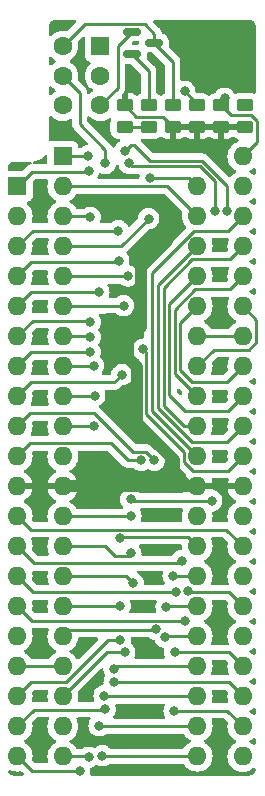
<source format=gbr>
%TF.GenerationSoftware,KiCad,Pcbnew,(6.0.6-1)-1*%
%TF.CreationDate,2022-08-08T01:27:23-04:00*%
%TF.ProjectId,tl866_27c322_adapter,746c3836-365f-4323-9763-3332325f6164,rev?*%
%TF.SameCoordinates,Original*%
%TF.FileFunction,Copper,L2,Bot*%
%TF.FilePolarity,Positive*%
%FSLAX46Y46*%
G04 Gerber Fmt 4.6, Leading zero omitted, Abs format (unit mm)*
G04 Created by KiCad (PCBNEW (6.0.6-1)-1) date 2022-08-08 01:27:23*
%MOMM*%
%LPD*%
G01*
G04 APERTURE LIST*
G04 Aperture macros list*
%AMRoundRect*
0 Rectangle with rounded corners*
0 $1 Rounding radius*
0 $2 $3 $4 $5 $6 $7 $8 $9 X,Y pos of 4 corners*
0 Add a 4 corners polygon primitive as box body*
4,1,4,$2,$3,$4,$5,$6,$7,$8,$9,$2,$3,0*
0 Add four circle primitives for the rounded corners*
1,1,$1+$1,$2,$3*
1,1,$1+$1,$4,$5*
1,1,$1+$1,$6,$7*
1,1,$1+$1,$8,$9*
0 Add four rect primitives between the rounded corners*
20,1,$1+$1,$2,$3,$4,$5,0*
20,1,$1+$1,$4,$5,$6,$7,0*
20,1,$1+$1,$6,$7,$8,$9,0*
20,1,$1+$1,$8,$9,$2,$3,0*%
G04 Aperture macros list end*
%TA.AperFunction,ComponentPad*%
%ADD10C,1.600000*%
%TD*%
%TA.AperFunction,ComponentPad*%
%ADD11R,1.600000X1.600000*%
%TD*%
%TA.AperFunction,ComponentPad*%
%ADD12O,1.600000X1.600000*%
%TD*%
%TA.AperFunction,SMDPad,CuDef*%
%ADD13RoundRect,0.250000X0.450000X-0.262500X0.450000X0.262500X-0.450000X0.262500X-0.450000X-0.262500X0*%
%TD*%
%TA.AperFunction,SMDPad,CuDef*%
%ADD14RoundRect,0.250000X-0.450000X0.262500X-0.450000X-0.262500X0.450000X-0.262500X0.450000X0.262500X0*%
%TD*%
%TA.AperFunction,SMDPad,CuDef*%
%ADD15RoundRect,0.150000X-0.587500X-0.150000X0.587500X-0.150000X0.587500X0.150000X-0.587500X0.150000X0*%
%TD*%
%TA.AperFunction,ViaPad*%
%ADD16C,0.800000*%
%TD*%
%TA.AperFunction,Conductor*%
%ADD17C,0.250000*%
%TD*%
%TA.AperFunction,Conductor*%
%ADD18C,1.000000*%
%TD*%
G04 APERTURE END LIST*
D10*
%TO.P,SW2,6,C*%
%TO.N,/{slash}OE*%
X132410400Y-59869500D03*
%TO.P,SW2,5,B*%
%TO.N,/{slash}GVpp*%
X132410400Y-57369500D03*
%TO.P,SW2,4,A*%
%TO.N,Net-(Q1-Pad3)*%
X132410400Y-54869500D03*
%TO.P,SW2,3,C*%
%TO.N,/Vpp*%
X135610400Y-59869500D03*
%TO.P,SW2,2,B*%
%TO.N,/A20*%
X135610400Y-57369500D03*
D11*
%TO.P,SW2,1,A*%
%TO.N,Net-(R3-Pad2)*%
X135610400Y-54869500D03*
%TD*%
%TO.P,J1,1,Pin_1*%
%TO.N,/A18*%
X132435600Y-64185800D03*
D12*
%TO.P,J1,2,Pin_2*%
%TO.N,/A17*%
X132435600Y-66725800D03*
%TO.P,J1,3,Pin_3*%
%TO.N,/A7*%
X132435600Y-69265800D03*
%TO.P,J1,4,Pin_4*%
%TO.N,/A6*%
X132435600Y-71805800D03*
%TO.P,J1,5,Pin_5*%
%TO.N,/A5*%
X132435600Y-74345800D03*
%TO.P,J1,6,Pin_6*%
%TO.N,/A4*%
X132435600Y-76885800D03*
%TO.P,J1,7,Pin_7*%
%TO.N,/A3*%
X132435600Y-79425800D03*
%TO.P,J1,8,Pin_8*%
%TO.N,/A2*%
X132435600Y-81965800D03*
%TO.P,J1,9,Pin_9*%
%TO.N,/A1*%
X132435600Y-84505800D03*
%TO.P,J1,10,Pin_10*%
%TO.N,/A0*%
X132435600Y-87045800D03*
%TO.P,J1,11,Pin_11*%
%TO.N,/{slash}E*%
X132435600Y-89585800D03*
%TO.P,J1,12,Pin_12*%
%TO.N,GND*%
X132435600Y-92125800D03*
%TO.P,J1,13,Pin_13*%
%TO.N,/{slash}GVpp*%
X132435600Y-94665800D03*
%TO.P,J1,14,Pin_14*%
%TO.N,/Q0*%
X132435600Y-97205800D03*
%TO.P,J1,15,Pin_15*%
%TO.N,/Q8*%
X132435600Y-99745800D03*
%TO.P,J1,16,Pin_16*%
%TO.N,/Q1*%
X132435600Y-102285800D03*
%TO.P,J1,17,Pin_17*%
%TO.N,/Q9*%
X132435600Y-104825800D03*
%TO.P,J1,18,Pin_18*%
%TO.N,/Q2*%
X132435600Y-107365800D03*
%TO.P,J1,19,Pin_19*%
%TO.N,/Q10*%
X132435600Y-109905800D03*
%TO.P,J1,20,Pin_20*%
%TO.N,/Q3*%
X132435600Y-112445800D03*
%TO.P,J1,21,Pin_21*%
%TO.N,/Q11*%
X132435600Y-114985800D03*
%TO.P,J1,22,Pin_22*%
%TO.N,VCC*%
X147675600Y-114985800D03*
%TO.P,J1,23,Pin_23*%
%TO.N,/Q4*%
X147675600Y-112445800D03*
%TO.P,J1,24,Pin_24*%
%TO.N,/Q12*%
X147675600Y-109905800D03*
%TO.P,J1,25,Pin_25*%
%TO.N,/Q5*%
X147675600Y-107365800D03*
%TO.P,J1,26,Pin_26*%
%TO.N,/Q13*%
X147675600Y-104825800D03*
%TO.P,J1,27,Pin_27*%
%TO.N,/Q6*%
X147675600Y-102285800D03*
%TO.P,J1,28,Pin_28*%
%TO.N,/Q14*%
X147675600Y-99745800D03*
%TO.P,J1,29,Pin_29*%
%TO.N,/Q7*%
X147675600Y-97205800D03*
%TO.P,J1,30,Pin_30*%
%TO.N,/Q15*%
X147675600Y-94665800D03*
%TO.P,J1,31,Pin_31*%
%TO.N,GND*%
X147675600Y-92125800D03*
%TO.P,J1,32,Pin_32*%
%TO.N,/A20*%
X147675600Y-89585800D03*
%TO.P,J1,33,Pin_33*%
%TO.N,/A16*%
X147675600Y-87045800D03*
%TO.P,J1,34,Pin_34*%
%TO.N,/A15*%
X147675600Y-84505800D03*
%TO.P,J1,35,Pin_35*%
%TO.N,/A14*%
X147675600Y-81965800D03*
%TO.P,J1,36,Pin_36*%
%TO.N,/A13*%
X147675600Y-79425800D03*
%TO.P,J1,37,Pin_37*%
%TO.N,/A12*%
X147675600Y-76885800D03*
%TO.P,J1,38,Pin_38*%
%TO.N,/A11*%
X147675600Y-74345800D03*
%TO.P,J1,39,Pin_39*%
%TO.N,/A10*%
X147675600Y-71805800D03*
%TO.P,J1,40,Pin_40*%
%TO.N,/A9*%
X147675600Y-69265800D03*
%TO.P,J1,41,Pin_41*%
%TO.N,/A8*%
X147675600Y-66725800D03*
%TO.P,J1,42,Pin_42*%
%TO.N,/A19*%
X147675600Y-64185800D03*
%TD*%
%TO.P,J2,40,Pin_40*%
%TO.N,VCC*%
X143809800Y-66705400D03*
%TO.P,J2,39,Pin_39*%
%TO.N,/A17*%
X143809800Y-69245400D03*
%TO.P,J2,38,Pin_38*%
%TO.N,/A16*%
X143809800Y-71785400D03*
%TO.P,J2,37,Pin_37*%
%TO.N,/A15*%
X143809800Y-74325400D03*
%TO.P,J2,36,Pin_36*%
%TO.N,/A14*%
X143809800Y-76865400D03*
%TO.P,J2,35,Pin_35*%
%TO.N,/A13*%
X143809800Y-79405400D03*
%TO.P,J2,34,Pin_34*%
%TO.N,/A12*%
X143809800Y-81945400D03*
%TO.P,J2,33,Pin_33*%
%TO.N,/A11*%
X143809800Y-84485400D03*
%TO.P,J2,32,Pin_32*%
%TO.N,/A10*%
X143809800Y-87025400D03*
%TO.P,J2,31,Pin_31*%
%TO.N,/A9*%
X143809800Y-89565400D03*
%TO.P,J2,30,Pin_30*%
%TO.N,GND*%
X143809800Y-92105400D03*
%TO.P,J2,29,Pin_29*%
%TO.N,/A8*%
X143809800Y-94645400D03*
%TO.P,J2,28,Pin_28*%
%TO.N,/A7*%
X143809800Y-97185400D03*
%TO.P,J2,27,Pin_27*%
%TO.N,/A6*%
X143809800Y-99725400D03*
%TO.P,J2,26,Pin_26*%
%TO.N,/A5*%
X143809800Y-102265400D03*
%TO.P,J2,25,Pin_25*%
%TO.N,/A4*%
X143809800Y-104805400D03*
%TO.P,J2,24,Pin_24*%
%TO.N,/A3*%
X143809800Y-107345400D03*
%TO.P,J2,23,Pin_23*%
%TO.N,/A2*%
X143809800Y-109885400D03*
%TO.P,J2,22,Pin_22*%
%TO.N,/A1*%
X143809800Y-112425400D03*
%TO.P,J2,21,Pin_21*%
%TO.N,/A0*%
X143809800Y-114965400D03*
%TO.P,J2,20,Pin_20*%
%TO.N,/{slash}OE*%
X128569800Y-114965400D03*
%TO.P,J2,19,Pin_19*%
%TO.N,/Q0*%
X128569800Y-112425400D03*
%TO.P,J2,18,Pin_18*%
%TO.N,/Q1*%
X128569800Y-109885400D03*
%TO.P,J2,17,Pin_17*%
%TO.N,/Q2*%
X128569800Y-107345400D03*
%TO.P,J2,16,Pin_16*%
%TO.N,/Q3*%
X128569800Y-104805400D03*
%TO.P,J2,15,Pin_15*%
%TO.N,/Q4*%
X128569800Y-102265400D03*
%TO.P,J2,14,Pin_14*%
%TO.N,/Q5*%
X128569800Y-99725400D03*
%TO.P,J2,13,Pin_13*%
%TO.N,/Q6*%
X128569800Y-97185400D03*
%TO.P,J2,12,Pin_12*%
%TO.N,/Q7*%
X128569800Y-94645400D03*
%TO.P,J2,11,Pin_11*%
%TO.N,GND*%
X128569800Y-92105400D03*
%TO.P,J2,10,Pin_10*%
%TO.N,/Q8*%
X128569800Y-89565400D03*
%TO.P,J2,9,Pin_9*%
%TO.N,/Q9*%
X128569800Y-87025400D03*
%TO.P,J2,8,Pin_8*%
%TO.N,/Q10*%
X128569800Y-84485400D03*
%TO.P,J2,7,Pin_7*%
%TO.N,/Q11*%
X128569800Y-81945400D03*
%TO.P,J2,6,Pin_6*%
%TO.N,/Q12*%
X128569800Y-79405400D03*
%TO.P,J2,5,Pin_5*%
%TO.N,/Q13*%
X128569800Y-76865400D03*
%TO.P,J2,4,Pin_4*%
%TO.N,/Q14*%
X128569800Y-74325400D03*
%TO.P,J2,3,Pin_3*%
%TO.N,/Q15*%
X128569800Y-71785400D03*
%TO.P,J2,2,Pin_2*%
%TO.N,/{slash}E*%
X128569800Y-69245400D03*
D11*
%TO.P,J2,1,Pin_1*%
%TO.N,/Vpp*%
X128569800Y-66705400D03*
%TD*%
D13*
%TO.P,R4,2*%
%TO.N,/A19*%
X145821400Y-59869700D03*
%TO.P,R4,1*%
%TO.N,GND*%
X145821400Y-61694700D03*
%TD*%
%TO.P,R5,1*%
%TO.N,GND*%
X147853400Y-61694700D03*
%TO.P,R5,2*%
%TO.N,/A18*%
X147853400Y-59869700D03*
%TD*%
D14*
%TO.P,R1,2*%
%TO.N,VCC*%
X139725400Y-61694700D03*
%TO.P,R1,1*%
%TO.N,Net-(Q1-Pad1)*%
X139725400Y-59869700D03*
%TD*%
D13*
%TO.P,R2,2*%
%TO.N,Net-(Q1-Pad3)*%
X141757400Y-59869700D03*
%TO.P,R2,1*%
%TO.N,GND*%
X141757400Y-61694700D03*
%TD*%
%TO.P,R3,2*%
%TO.N,Net-(R3-Pad2)*%
X143789400Y-59869700D03*
%TO.P,R3,1*%
%TO.N,GND*%
X143789400Y-61694700D03*
%TD*%
D15*
%TO.P,Q1,3,C*%
%TO.N,Net-(Q1-Pad3)*%
X140154900Y-54584600D03*
%TO.P,Q1,2,E*%
%TO.N,/Vpp*%
X138279900Y-53634600D03*
%TO.P,Q1,1,B*%
%TO.N,Net-(Q1-Pad1)*%
X138279900Y-55534600D03*
%TD*%
D14*
%TO.P,C1,2*%
%TO.N,VCC*%
X137668000Y-61694700D03*
%TO.P,C1,1*%
%TO.N,GND*%
X137668000Y-59869700D03*
%TD*%
D16*
%TO.N,GND*%
X141224000Y-70231000D03*
X145796000Y-61722000D03*
%TO.N,/Q14*%
X145288000Y-68834000D03*
X137160000Y-73025000D03*
X138049000Y-64770000D03*
%TO.N,/Q15*%
X137122500Y-70485000D03*
X137668000Y-63754000D03*
X146304000Y-68834000D03*
%TO.N,/{slash}GVpp*%
X138182500Y-94615000D03*
X136030025Y-64770964D03*
%TO.N,/Q13*%
X135471500Y-75692000D03*
X138182500Y-93218000D03*
X145034000Y-93345000D03*
%TO.N,/Q8*%
X139082500Y-89916000D03*
X138392500Y-100330000D03*
%TO.N,/Q9*%
X140165500Y-89916000D03*
X140335000Y-104229500D03*
%TO.N,/Q0*%
X138180299Y-97794299D03*
X136017000Y-110998000D03*
%TO.N,/Q1*%
X137283000Y-102235000D03*
X137282500Y-105156000D03*
%TO.N,/Q10*%
X137445500Y-82665954D03*
X137668000Y-106172000D03*
%TO.N,/A7*%
X134747000Y-69342000D03*
X137283000Y-96515300D03*
%TO.N,/Q12*%
X136779000Y-108712000D03*
X134747000Y-78232000D03*
%TO.N,/Q6*%
X143002000Y-100965000D03*
X142494000Y-98425000D03*
%TO.N,/Q5*%
X141896500Y-106172000D03*
X141986000Y-101092000D03*
%TO.N,/Q4*%
X141859000Y-111125000D03*
X142748000Y-103505000D03*
%TO.N,/A20*%
X139229500Y-80518000D03*
%TO.N,/A18*%
X134582500Y-64135000D03*
%TO.N,VCC*%
X139827000Y-66001300D03*
X139725400Y-61694700D03*
%TO.N,/A19*%
X146126300Y-59284900D03*
%TO.N,/A18*%
X147966551Y-59889811D03*
%TO.N,Net-(R3-Pad2)*%
X142748000Y-58674000D03*
%TO.N,/Vpp*%
X134620000Y-65405000D03*
%TO.N,/Q11*%
X134747000Y-80772000D03*
X134620000Y-115062000D03*
%TO.N,/{slash}OE*%
X133858000Y-116205000D03*
%TO.N,/A0*%
X135763000Y-114935000D03*
X135032500Y-86995000D03*
%TO.N,/A1*%
X135509000Y-112395000D03*
X135128000Y-84455000D03*
%TO.N,/A2*%
X135932500Y-109855000D03*
X135032500Y-81915000D03*
%TO.N,/A3*%
X136779000Y-107569000D03*
X134747000Y-79502000D03*
%TO.N,/A4*%
X141097000Y-104902000D03*
X137572500Y-76835000D03*
%TO.N,/A5*%
X141172000Y-102362000D03*
X137930952Y-74303952D03*
%TO.N,/A6*%
X141769500Y-99695000D03*
X139700000Y-69469000D03*
%TD*%
D17*
%TO.N,/{slash}GVpp*%
X133864001Y-61474001D02*
X133864001Y-58823101D01*
X133864001Y-58823101D02*
X132410400Y-57369500D01*
X136030025Y-64770964D02*
X136030025Y-63640025D01*
X136030025Y-63640025D02*
X133864001Y-61474001D01*
%TO.N,/Q15*%
X138176500Y-63245500D02*
X138476305Y-63245500D01*
X137668000Y-63754000D02*
X138176500Y-63245500D01*
X138476305Y-63245500D02*
X139804805Y-64574000D01*
X139804805Y-64574000D02*
X144204396Y-64574000D01*
X144204396Y-64574000D02*
X146304000Y-66673604D01*
X146304000Y-66673604D02*
X146304000Y-68834000D01*
%TO.N,/Q14*%
X138049000Y-64770000D02*
X138303000Y-65024000D01*
X145288000Y-66294000D02*
X145288000Y-68834000D01*
X144018000Y-65024000D02*
X145288000Y-66294000D01*
X138303000Y-65024000D02*
X144018000Y-65024000D01*
D18*
%TO.N,GND*%
X145796000Y-61722000D02*
X145821400Y-61696600D01*
X145821400Y-61696600D02*
X145821400Y-61694700D01*
X139065000Y-78613000D02*
X137922000Y-79756000D01*
X137922000Y-79756000D02*
X137922000Y-81280000D01*
X141859800Y-91059800D02*
X142905400Y-92105400D01*
X141224000Y-71374000D02*
X139065000Y-73533000D01*
X141224000Y-70231000D02*
X141224000Y-71374000D01*
X139065000Y-73533000D02*
X139065000Y-78613000D01*
X137922000Y-81280000D02*
X138679000Y-82037000D01*
X138679000Y-82037000D02*
X138679000Y-86736000D01*
X138679000Y-86736000D02*
X141859800Y-89916800D01*
X141859800Y-89916800D02*
X141859800Y-91059800D01*
X142905400Y-92105400D02*
X143809800Y-92105400D01*
D17*
%TO.N,/A20*%
X139229500Y-80518000D02*
X139504000Y-80792500D01*
X139504000Y-80792500D02*
X139504000Y-86037000D01*
X139504000Y-86037000D02*
X142684800Y-89217800D01*
X142684800Y-89217800D02*
X142684800Y-90031391D01*
X142684800Y-90031391D02*
X143458409Y-90805000D01*
X143458409Y-90805000D02*
X146456400Y-90805000D01*
X146456400Y-90805000D02*
X147675600Y-89585800D01*
%TO.N,/A6*%
X139700000Y-69469000D02*
X137363200Y-71805800D01*
X137363200Y-71805800D02*
X132435600Y-71805800D01*
%TO.N,/A5*%
X137930952Y-74303952D02*
X137278048Y-74303952D01*
X137278048Y-74303952D02*
X137236200Y-74345800D01*
X137236200Y-74345800D02*
X132435600Y-74345800D01*
%TO.N,/A4*%
X137572500Y-76835000D02*
X135913050Y-76835000D01*
X135913050Y-76835000D02*
X135862250Y-76885800D01*
X135862250Y-76885800D02*
X132435600Y-76885800D01*
%TO.N,/Q9*%
X140165500Y-89916000D02*
X139440500Y-89191000D01*
X139440500Y-89191000D02*
X138340000Y-89191000D01*
X138340000Y-89191000D02*
X135069800Y-85920800D01*
X135069800Y-85920800D02*
X129674400Y-85920800D01*
X129674400Y-85920800D02*
X128569800Y-87025400D01*
%TO.N,GND*%
X137668000Y-59869700D02*
X138655500Y-60857200D01*
X138655500Y-60857200D02*
X140919900Y-60857200D01*
X140919900Y-60857200D02*
X141757400Y-61694700D01*
D18*
X143809800Y-92105400D02*
X132456000Y-92105400D01*
D17*
X132456000Y-92105400D02*
X132435600Y-92125800D01*
%TO.N,/Q8*%
X139082500Y-89916000D02*
X137937500Y-89916000D01*
X137937500Y-89916000D02*
X136482300Y-88460800D01*
X136482300Y-88460800D02*
X129674400Y-88460800D01*
X129674400Y-88460800D02*
X128569800Y-89565400D01*
%TO.N,/Vpp*%
X134620000Y-65405000D02*
X134525101Y-65499899D01*
X134525101Y-65499899D02*
X129826101Y-65499899D01*
X129826101Y-65499899D02*
X128620600Y-66705400D01*
X128620600Y-66705400D02*
X128569800Y-66705400D01*
%TO.N,/Q14*%
X137160000Y-73025000D02*
X137013599Y-73171401D01*
X137013599Y-73171401D02*
X129723799Y-73171401D01*
X129723799Y-73171401D02*
X128569800Y-74325400D01*
%TO.N,/Q15*%
X137122500Y-70485000D02*
X129870200Y-70485000D01*
X129870200Y-70485000D02*
X128569800Y-71785400D01*
%TO.N,/Q10*%
X136799454Y-83312000D02*
X129743200Y-83312000D01*
X129743200Y-83312000D02*
X128569800Y-84485400D01*
X137445500Y-82665954D02*
X136799454Y-83312000D01*
%TO.N,/A0*%
X135032500Y-86995000D02*
X134981700Y-87045800D01*
X134981700Y-87045800D02*
X132435600Y-87045800D01*
%TO.N,/Q8*%
X138392500Y-100330000D02*
X137808300Y-99745800D01*
X137808300Y-99745800D02*
X132435600Y-99745800D01*
%TO.N,/Q9*%
X140335000Y-104229500D02*
X140297500Y-104267000D01*
X140297500Y-104267000D02*
X132994400Y-104267000D01*
X132994400Y-104267000D02*
X132435600Y-104825800D01*
%TO.N,/A4*%
X141097000Y-104902000D02*
X141193600Y-104805400D01*
X141193600Y-104805400D02*
X143809800Y-104805400D01*
%TO.N,/Q0*%
X138180299Y-97794299D02*
X137930598Y-98044000D01*
X137930598Y-98044000D02*
X136835598Y-98044000D01*
X136835598Y-98044000D02*
X135997398Y-97205800D01*
X135997398Y-97205800D02*
X132435600Y-97205800D01*
%TO.N,/A7*%
X137283000Y-96515300D02*
X137405300Y-96393000D01*
X137405300Y-96393000D02*
X143017400Y-96393000D01*
X143017400Y-96393000D02*
X143809800Y-97185400D01*
%TO.N,/{slash}GVpp*%
X138182500Y-94615000D02*
X138131700Y-94665800D01*
X138131700Y-94665800D02*
X132435600Y-94665800D01*
%TO.N,/Q13*%
X129743200Y-75692000D02*
X128569800Y-76865400D01*
X135471500Y-75692000D02*
X129743200Y-75692000D01*
X145034000Y-93345000D02*
X138309500Y-93345000D01*
X138309500Y-93345000D02*
X138182500Y-93218000D01*
%TO.N,/Q12*%
X136779000Y-108712000D02*
X146481800Y-108712000D01*
X146481800Y-108712000D02*
X147675600Y-109905800D01*
%TO.N,/Q0*%
X136017000Y-110998000D02*
X135984200Y-111030800D01*
X135984200Y-111030800D02*
X129964400Y-111030800D01*
X129964400Y-111030800D02*
X128569800Y-112425400D01*
%TO.N,/Q1*%
X137282500Y-105156000D02*
X136236391Y-105156000D01*
X136236391Y-105156000D02*
X132680391Y-108712000D01*
X132680391Y-108712000D02*
X129743200Y-108712000D01*
X129743200Y-108712000D02*
X128569800Y-109885400D01*
%TO.N,/Q10*%
X137668000Y-106172000D02*
X136169400Y-106172000D01*
X136169400Y-106172000D02*
X132435600Y-109905800D01*
%TO.N,/A2*%
X135932500Y-109855000D02*
X135962900Y-109885400D01*
X135962900Y-109885400D02*
X143809800Y-109885400D01*
%TO.N,/A1*%
X135509000Y-112395000D02*
X135539400Y-112425400D01*
X135539400Y-112425400D02*
X143809800Y-112425400D01*
%TO.N,/A3*%
X137002600Y-107345400D02*
X143809800Y-107345400D01*
X136779000Y-107569000D02*
X137002600Y-107345400D01*
%TO.N,/A5*%
X141172000Y-102362000D02*
X141268600Y-102265400D01*
X141268600Y-102265400D02*
X143809800Y-102265400D01*
%TO.N,/A6*%
X141769500Y-99695000D02*
X141799900Y-99725400D01*
X141799900Y-99725400D02*
X143809800Y-99725400D01*
%TO.N,/Q4*%
X142748000Y-103505000D02*
X129809400Y-103505000D01*
X129809400Y-103505000D02*
X128569800Y-102265400D01*
%TO.N,/Q5*%
X141986000Y-101092000D02*
X129936400Y-101092000D01*
X129936400Y-101092000D02*
X128569800Y-99725400D01*
%TO.N,/Q6*%
X130005200Y-98620800D02*
X128569800Y-97185400D01*
X142298200Y-98620800D02*
X130005200Y-98620800D01*
X142494000Y-98425000D02*
X142298200Y-98620800D01*
X143002000Y-100965000D02*
X143129000Y-101092000D01*
X143129000Y-101092000D02*
X146481800Y-101092000D01*
X146481800Y-101092000D02*
X147675600Y-102285800D01*
%TO.N,/Q5*%
X146481800Y-106172000D02*
X147675600Y-107365800D01*
X141896500Y-106172000D02*
X146481800Y-106172000D01*
%TO.N,/Q1*%
X137283000Y-102235000D02*
X137232200Y-102285800D01*
X137232200Y-102285800D02*
X132435600Y-102285800D01*
%TO.N,/A7*%
X134670800Y-69265800D02*
X132435600Y-69265800D01*
X134747000Y-69342000D02*
X134670800Y-69265800D01*
%TO.N,/Q12*%
X134747000Y-78232000D02*
X134620000Y-78105000D01*
X134620000Y-78105000D02*
X129870200Y-78105000D01*
X129870200Y-78105000D02*
X128569800Y-79405400D01*
%TO.N,/A3*%
X134747000Y-79502000D02*
X134670800Y-79425800D01*
X134670800Y-79425800D02*
X132435600Y-79425800D01*
%TO.N,/Q11*%
X134747000Y-80772000D02*
X129743200Y-80772000D01*
X129743200Y-80772000D02*
X128569800Y-81945400D01*
%TO.N,/A2*%
X134981700Y-81965800D02*
X132435600Y-81965800D01*
X135032500Y-81915000D02*
X134981700Y-81965800D01*
%TO.N,/A1*%
X135128000Y-84455000D02*
X135077200Y-84505800D01*
X135077200Y-84505800D02*
X132435600Y-84505800D01*
%TO.N,/Q7*%
X128569800Y-94645400D02*
X129715200Y-95790800D01*
X129715200Y-95790800D02*
X146260600Y-95790800D01*
X146260600Y-95790800D02*
X147675600Y-97205800D01*
%TO.N,/Q4*%
X146354800Y-111125000D02*
X147675600Y-112445800D01*
X141859000Y-111125000D02*
X146354800Y-111125000D01*
%TO.N,Net-(R3-Pad2)*%
X143789400Y-59869700D02*
X143789400Y-59715400D01*
X143789400Y-59715400D02*
X142748000Y-58674000D01*
%TO.N,/A18*%
X132486400Y-64135000D02*
X132435600Y-64185800D01*
X134582500Y-64135000D02*
X132486400Y-64135000D01*
%TO.N,VCC*%
X143105700Y-66001300D02*
X139827000Y-66001300D01*
X143809800Y-66705400D02*
X143105700Y-66001300D01*
%TO.N,/Vpp*%
X138279900Y-53634600D02*
X137064001Y-54850499D01*
X137064001Y-54850499D02*
X137064001Y-58415899D01*
X137064001Y-58415899D02*
X135610400Y-59869500D01*
%TO.N,Net-(Q1-Pad3)*%
X132410400Y-54869500D02*
X134270300Y-53009600D01*
X134270300Y-53009600D02*
X139369600Y-53009600D01*
X139369600Y-53009600D02*
X140154900Y-53794900D01*
X140154900Y-53794900D02*
X140154900Y-54584600D01*
%TO.N,/A19*%
X145821400Y-59869700D02*
X145821400Y-59589800D01*
X145821400Y-59589800D02*
X146126300Y-59284900D01*
X145821400Y-59869700D02*
X146658900Y-60707200D01*
X146658900Y-60707200D02*
X148391573Y-60707200D01*
X148391573Y-60707200D02*
X148878400Y-61194027D01*
X148878400Y-61194027D02*
X148878400Y-62983000D01*
X148878400Y-62983000D02*
X147675600Y-64185800D01*
%TO.N,VCC*%
X137668000Y-61694700D02*
X139725400Y-61694700D01*
%TO.N,Net-(Q1-Pad1)*%
X139725400Y-59869700D02*
X139725400Y-56980100D01*
X139725400Y-56980100D02*
X138279900Y-55534600D01*
%TO.N,Net-(Q1-Pad3)*%
X140154900Y-54584600D02*
X141757400Y-56187100D01*
X141757400Y-56187100D02*
X141757400Y-59869700D01*
%TO.N,/A9*%
X143809800Y-89565400D02*
X139954000Y-85709600D01*
X139954000Y-85709600D02*
X139954000Y-74050209D01*
X139954000Y-74050209D02*
X143519209Y-70485000D01*
X143519209Y-70485000D02*
X146456400Y-70485000D01*
X146456400Y-70485000D02*
X147675600Y-69265800D01*
%TO.N,/A16*%
X143809800Y-71785400D02*
X140520000Y-75075200D01*
X146329400Y-88392000D02*
X147675600Y-87045800D01*
X140520000Y-75075200D02*
X140520000Y-85503366D01*
X140520000Y-85503366D02*
X143408634Y-88392000D01*
X143408634Y-88392000D02*
X146329400Y-88392000D01*
%TO.N,/A10*%
X143809800Y-87025400D02*
X142678430Y-87025400D01*
X142678430Y-87025400D02*
X140970000Y-85316970D01*
X140970000Y-85316970D02*
X140970000Y-75311000D01*
X140970000Y-75311000D02*
X143370600Y-72910400D01*
X143370600Y-72910400D02*
X146571000Y-72910400D01*
X146571000Y-72910400D02*
X147675600Y-71805800D01*
%TO.N,/A14*%
X147675600Y-81965800D02*
X146329400Y-83312000D01*
X142356199Y-78319001D02*
X143809800Y-76865400D01*
X146329400Y-83312000D02*
X143383000Y-83312000D01*
X143383000Y-83312000D02*
X142356199Y-82285199D01*
X142356199Y-82285199D02*
X142356199Y-78319001D01*
%TO.N,/A15*%
X143809800Y-74325400D02*
X141456199Y-76679001D01*
X141456199Y-76679001D02*
X141456199Y-84380401D01*
X141456199Y-84380401D02*
X142800798Y-85725000D01*
X142800798Y-85725000D02*
X146456400Y-85725000D01*
X146456400Y-85725000D02*
X147675600Y-84505800D01*
%TO.N,/A11*%
X143809800Y-84485400D02*
X141906199Y-82581799D01*
X143633809Y-75450400D02*
X146571000Y-75450400D01*
X141906199Y-82581799D02*
X141906199Y-77178010D01*
X146571000Y-75450400D02*
X147675600Y-74345800D01*
X141906199Y-77178010D02*
X143633809Y-75450400D01*
%TO.N,/A12*%
X143809800Y-81945400D02*
X145204400Y-80550800D01*
X145204400Y-80550800D02*
X148176200Y-80550800D01*
X148800600Y-78010800D02*
X147675600Y-76885800D01*
X148176200Y-80550800D02*
X148800600Y-79926400D01*
X148800600Y-79926400D02*
X148800600Y-78010800D01*
%TO.N,/A13*%
X143809800Y-79405400D02*
X147655200Y-79405400D01*
X147655200Y-79405400D02*
X147675600Y-79425800D01*
%TO.N,/A17*%
X132435600Y-66725800D02*
X141290200Y-66725800D01*
X141290200Y-66725800D02*
X143809800Y-69245400D01*
%TO.N,/Q2*%
X128569800Y-107345400D02*
X132415200Y-107345400D01*
X132415200Y-107345400D02*
X132435600Y-107365800D01*
%TO.N,/Q11*%
X132435600Y-114985800D02*
X134543800Y-114985800D01*
X134543800Y-114985800D02*
X134620000Y-115062000D01*
%TO.N,/{slash}OE*%
X129809400Y-116205000D02*
X133858000Y-116205000D01*
X128569800Y-114965400D02*
X129809400Y-116205000D01*
%TO.N,/A0*%
X135793400Y-114965400D02*
X143809800Y-114965400D01*
X135763000Y-114935000D02*
X135793400Y-114965400D01*
%TD*%
%TA.AperFunction,Conductor*%
%TO.N,GND*%
G36*
X141043727Y-67379302D02*
G01*
X141064701Y-67396205D01*
X142500648Y-68832152D01*
X142534674Y-68894464D01*
X142533259Y-68953859D01*
X142517682Y-69011991D01*
X142517681Y-69011998D01*
X142516257Y-69017313D01*
X142496302Y-69245400D01*
X142516257Y-69473487D01*
X142517681Y-69478800D01*
X142517681Y-69478802D01*
X142564188Y-69652365D01*
X142575516Y-69694643D01*
X142577839Y-69699624D01*
X142577839Y-69699625D01*
X142669951Y-69897162D01*
X142669954Y-69897167D01*
X142672277Y-69902149D01*
X142803602Y-70089700D01*
X142822008Y-70108106D01*
X142856034Y-70170418D01*
X142850969Y-70241233D01*
X142822008Y-70286296D01*
X139561747Y-73546557D01*
X139553461Y-73554097D01*
X139546982Y-73558209D01*
X139541557Y-73563986D01*
X139500357Y-73607860D01*
X139497602Y-73610702D01*
X139477865Y-73630439D01*
X139475385Y-73633636D01*
X139467682Y-73642656D01*
X139437414Y-73674888D01*
X139433595Y-73681834D01*
X139433593Y-73681837D01*
X139427652Y-73692643D01*
X139416801Y-73709162D01*
X139404386Y-73725168D01*
X139401241Y-73732437D01*
X139401238Y-73732441D01*
X139386826Y-73765746D01*
X139381609Y-73776396D01*
X139360305Y-73815149D01*
X139358334Y-73822824D01*
X139358334Y-73822825D01*
X139355267Y-73834771D01*
X139348863Y-73853475D01*
X139340819Y-73872064D01*
X139339580Y-73879887D01*
X139339577Y-73879897D01*
X139333901Y-73915733D01*
X139331495Y-73927353D01*
X139322472Y-73962498D01*
X139320500Y-73970179D01*
X139320500Y-73990433D01*
X139318949Y-74010143D01*
X139315780Y-74030152D01*
X139316526Y-74038044D01*
X139319941Y-74074170D01*
X139320500Y-74086028D01*
X139320500Y-79483500D01*
X139300498Y-79551621D01*
X139246842Y-79598114D01*
X139194500Y-79609500D01*
X139134013Y-79609500D01*
X139127561Y-79610872D01*
X139127556Y-79610872D01*
X139046945Y-79628007D01*
X138947212Y-79649206D01*
X138941182Y-79651891D01*
X138941181Y-79651891D01*
X138778778Y-79724197D01*
X138778776Y-79724198D01*
X138772748Y-79726882D01*
X138618247Y-79839134D01*
X138613826Y-79844044D01*
X138613825Y-79844045D01*
X138590696Y-79869733D01*
X138490460Y-79981056D01*
X138487159Y-79986774D01*
X138400426Y-80137000D01*
X138394973Y-80146444D01*
X138335958Y-80328072D01*
X138315996Y-80518000D01*
X138335958Y-80707928D01*
X138394973Y-80889556D01*
X138398276Y-80895278D01*
X138398277Y-80895279D01*
X138432186Y-80954010D01*
X138490460Y-81054944D01*
X138494878Y-81059851D01*
X138494879Y-81059852D01*
X138609525Y-81187179D01*
X138618247Y-81196866D01*
X138772748Y-81309118D01*
X138778775Y-81311801D01*
X138778783Y-81311806D01*
X138795750Y-81319360D01*
X138849845Y-81365340D01*
X138870500Y-81434466D01*
X138870500Y-85958233D01*
X138869973Y-85969416D01*
X138868298Y-85976909D01*
X138868547Y-85984835D01*
X138868547Y-85984836D01*
X138870438Y-86044986D01*
X138870500Y-86048945D01*
X138870500Y-86076856D01*
X138870997Y-86080790D01*
X138870997Y-86080791D01*
X138871005Y-86080856D01*
X138871938Y-86092693D01*
X138873327Y-86136889D01*
X138878978Y-86156339D01*
X138882987Y-86175700D01*
X138885526Y-86195797D01*
X138888445Y-86203168D01*
X138888445Y-86203170D01*
X138901804Y-86236912D01*
X138905649Y-86248142D01*
X138917982Y-86290593D01*
X138922015Y-86297412D01*
X138922017Y-86297417D01*
X138928293Y-86308028D01*
X138936988Y-86325776D01*
X138944448Y-86344617D01*
X138949110Y-86351033D01*
X138949110Y-86351034D01*
X138970436Y-86380387D01*
X138976952Y-86390307D01*
X138999458Y-86428362D01*
X139013779Y-86442683D01*
X139026619Y-86457716D01*
X139038528Y-86474107D01*
X139044634Y-86479158D01*
X139072605Y-86502298D01*
X139081384Y-86510288D01*
X142014395Y-89443299D01*
X142048421Y-89505611D01*
X142051300Y-89532394D01*
X142051300Y-89952624D01*
X142050773Y-89963807D01*
X142049098Y-89971300D01*
X142049347Y-89979226D01*
X142049347Y-89979227D01*
X142051238Y-90039377D01*
X142051300Y-90043336D01*
X142051300Y-90071247D01*
X142051797Y-90075181D01*
X142051797Y-90075182D01*
X142051805Y-90075247D01*
X142052738Y-90087084D01*
X142054127Y-90131280D01*
X142059778Y-90150730D01*
X142063787Y-90170091D01*
X142066326Y-90190188D01*
X142069245Y-90197559D01*
X142069245Y-90197561D01*
X142082604Y-90231303D01*
X142086449Y-90242533D01*
X142098782Y-90284984D01*
X142102815Y-90291803D01*
X142102817Y-90291808D01*
X142109093Y-90302419D01*
X142117788Y-90320167D01*
X142125248Y-90339008D01*
X142129910Y-90345424D01*
X142129910Y-90345425D01*
X142151236Y-90374778D01*
X142157752Y-90384698D01*
X142169871Y-90405189D01*
X142180258Y-90422753D01*
X142194579Y-90437074D01*
X142207419Y-90452107D01*
X142219328Y-90468498D01*
X142253405Y-90496689D01*
X142262184Y-90504679D01*
X142822362Y-91064857D01*
X142856388Y-91127169D01*
X142851323Y-91197984D01*
X142822362Y-91243047D01*
X142807884Y-91257525D01*
X142800828Y-91265933D01*
X142675869Y-91444393D01*
X142670386Y-91453889D01*
X142578310Y-91651347D01*
X142574564Y-91661639D01*
X142528406Y-91833903D01*
X142528742Y-91847999D01*
X142536684Y-91851400D01*
X145077767Y-91851400D01*
X145091298Y-91847427D01*
X145092527Y-91838878D01*
X145045036Y-91661639D01*
X145041288Y-91651342D01*
X145025624Y-91617751D01*
X145014962Y-91547559D01*
X145043941Y-91482746D01*
X145103361Y-91443890D01*
X145139818Y-91438500D01*
X146355094Y-91438500D01*
X146423215Y-91458502D01*
X146469708Y-91512158D01*
X146479812Y-91582432D01*
X146469289Y-91617749D01*
X146444112Y-91671742D01*
X146440364Y-91682039D01*
X146394206Y-91854303D01*
X146394542Y-91868399D01*
X146402484Y-91871800D01*
X147803600Y-91871800D01*
X147871721Y-91891802D01*
X147918214Y-91945458D01*
X147929600Y-91997800D01*
X147929600Y-92253800D01*
X147909598Y-92321921D01*
X147855942Y-92368414D01*
X147803600Y-92379800D01*
X146407633Y-92379800D01*
X146394102Y-92383773D01*
X146392873Y-92392322D01*
X146440364Y-92569561D01*
X146444110Y-92579853D01*
X146536186Y-92777311D01*
X146541669Y-92786807D01*
X146666628Y-92965267D01*
X146673684Y-92973675D01*
X146827725Y-93127716D01*
X146836133Y-93134772D01*
X147014593Y-93259731D01*
X147024089Y-93265214D01*
X147058649Y-93281329D01*
X147111934Y-93328246D01*
X147131395Y-93396523D01*
X147110853Y-93464483D01*
X147058649Y-93509719D01*
X147023838Y-93525951D01*
X147023833Y-93525954D01*
X147018851Y-93528277D01*
X146923163Y-93595279D01*
X146835811Y-93656443D01*
X146835808Y-93656445D01*
X146831300Y-93659602D01*
X146669402Y-93821500D01*
X146666245Y-93826008D01*
X146666243Y-93826011D01*
X146624240Y-93885998D01*
X146538077Y-94009051D01*
X146535754Y-94014033D01*
X146535751Y-94014038D01*
X146443856Y-94211109D01*
X146441316Y-94216557D01*
X146439894Y-94221865D01*
X146439893Y-94221867D01*
X146383481Y-94432398D01*
X146382057Y-94437713D01*
X146362102Y-94665800D01*
X146382057Y-94893887D01*
X146383480Y-94899199D01*
X146383481Y-94899202D01*
X146409181Y-94995115D01*
X146407491Y-95066091D01*
X146367697Y-95124887D01*
X146302433Y-95152835D01*
X146286637Y-95153527D01*
X146280657Y-95152580D01*
X146272765Y-95153326D01*
X146272764Y-95153326D01*
X146236639Y-95156741D01*
X146224781Y-95157300D01*
X145191502Y-95157300D01*
X145123381Y-95137298D01*
X145076888Y-95083642D01*
X145066784Y-95013368D01*
X145069795Y-94998689D01*
X145101919Y-94878802D01*
X145101920Y-94878798D01*
X145103343Y-94873487D01*
X145123298Y-94645400D01*
X145103343Y-94417313D01*
X145101921Y-94412006D01*
X145101919Y-94411995D01*
X145097589Y-94395836D01*
X145099279Y-94324860D01*
X145139074Y-94266064D01*
X145193099Y-94239979D01*
X145229903Y-94232156D01*
X145316288Y-94213794D01*
X145355902Y-94196157D01*
X145484722Y-94138803D01*
X145484724Y-94138802D01*
X145490752Y-94136118D01*
X145645253Y-94023866D01*
X145656854Y-94010982D01*
X145768621Y-93886852D01*
X145768622Y-93886851D01*
X145773040Y-93881944D01*
X145831314Y-93781010D01*
X145865223Y-93722279D01*
X145865224Y-93722278D01*
X145868527Y-93716556D01*
X145927542Y-93534928D01*
X145930054Y-93511034D01*
X145946814Y-93351565D01*
X145947504Y-93345000D01*
X145932304Y-93200381D01*
X145928232Y-93161635D01*
X145928232Y-93161633D01*
X145927542Y-93155072D01*
X145868527Y-92973444D01*
X145856883Y-92953275D01*
X145776341Y-92813774D01*
X145773040Y-92808056D01*
X145753908Y-92786807D01*
X145649675Y-92671045D01*
X145649674Y-92671044D01*
X145645253Y-92666134D01*
X145490752Y-92553882D01*
X145484724Y-92551198D01*
X145484722Y-92551197D01*
X145322319Y-92478891D01*
X145322318Y-92478891D01*
X145316288Y-92476206D01*
X145189821Y-92449324D01*
X145127349Y-92415597D01*
X145113428Y-92390389D01*
X145111552Y-92391659D01*
X145092495Y-92363502D01*
X145082916Y-92359400D01*
X142541833Y-92359400D01*
X142528302Y-92363373D01*
X142527073Y-92371922D01*
X142575563Y-92552889D01*
X142573873Y-92623865D01*
X142534079Y-92682661D01*
X142468814Y-92710609D01*
X142453856Y-92711500D01*
X139005050Y-92711500D01*
X138936929Y-92691498D01*
X138911414Y-92669810D01*
X138798175Y-92544045D01*
X138798174Y-92544044D01*
X138793753Y-92539134D01*
X138639252Y-92426882D01*
X138633224Y-92424198D01*
X138633222Y-92424197D01*
X138470819Y-92351891D01*
X138470818Y-92351891D01*
X138464788Y-92349206D01*
X138371388Y-92329353D01*
X138284444Y-92310872D01*
X138284439Y-92310872D01*
X138277987Y-92309500D01*
X138087013Y-92309500D01*
X138080561Y-92310872D01*
X138080556Y-92310872D01*
X137993612Y-92329353D01*
X137900212Y-92349206D01*
X137894182Y-92351891D01*
X137894181Y-92351891D01*
X137731778Y-92424197D01*
X137731776Y-92424198D01*
X137725748Y-92426882D01*
X137571247Y-92539134D01*
X137443460Y-92681056D01*
X137387887Y-92777311D01*
X137382405Y-92786807D01*
X137347973Y-92846444D01*
X137288958Y-93028072D01*
X137288268Y-93034633D01*
X137288268Y-93034635D01*
X137276270Y-93148794D01*
X137268996Y-93218000D01*
X137269686Y-93224565D01*
X137283112Y-93352302D01*
X137288958Y-93407928D01*
X137347973Y-93589556D01*
X137351276Y-93595278D01*
X137351277Y-93595279D01*
X137374812Y-93636043D01*
X137443460Y-93754944D01*
X137503830Y-93821991D01*
X137534546Y-93885998D01*
X137525781Y-93956451D01*
X137480318Y-94010982D01*
X137410192Y-94032300D01*
X133654994Y-94032300D01*
X133586873Y-94012298D01*
X133551781Y-93978571D01*
X133444957Y-93826011D01*
X133444955Y-93826008D01*
X133441798Y-93821500D01*
X133279900Y-93659602D01*
X133275392Y-93656445D01*
X133275389Y-93656443D01*
X133188037Y-93595279D01*
X133092349Y-93528277D01*
X133087367Y-93525954D01*
X133087362Y-93525951D01*
X133052551Y-93509719D01*
X132999266Y-93462802D01*
X132979805Y-93394525D01*
X133000347Y-93326565D01*
X133052551Y-93281329D01*
X133087111Y-93265214D01*
X133096607Y-93259731D01*
X133275067Y-93134772D01*
X133283475Y-93127716D01*
X133437516Y-92973675D01*
X133444572Y-92965267D01*
X133569531Y-92786807D01*
X133575014Y-92777311D01*
X133667090Y-92579853D01*
X133670836Y-92569561D01*
X133716994Y-92397297D01*
X133716658Y-92383201D01*
X133708716Y-92379800D01*
X131167633Y-92379800D01*
X131154102Y-92383773D01*
X131152873Y-92392322D01*
X131200364Y-92569561D01*
X131204110Y-92579853D01*
X131296186Y-92777311D01*
X131301669Y-92786807D01*
X131426628Y-92965267D01*
X131433684Y-92973675D01*
X131587725Y-93127716D01*
X131596133Y-93134772D01*
X131774593Y-93259731D01*
X131784089Y-93265214D01*
X131818649Y-93281329D01*
X131871934Y-93328246D01*
X131891395Y-93396523D01*
X131870853Y-93464483D01*
X131818649Y-93509719D01*
X131783838Y-93525951D01*
X131783833Y-93525954D01*
X131778851Y-93528277D01*
X131683163Y-93595279D01*
X131595811Y-93656443D01*
X131595808Y-93656445D01*
X131591300Y-93659602D01*
X131429402Y-93821500D01*
X131426245Y-93826008D01*
X131426243Y-93826011D01*
X131384240Y-93885998D01*
X131298077Y-94009051D01*
X131295754Y-94014033D01*
X131295751Y-94014038D01*
X131203856Y-94211109D01*
X131201316Y-94216557D01*
X131199894Y-94221865D01*
X131199893Y-94221867D01*
X131143481Y-94432398D01*
X131142057Y-94437713D01*
X131122102Y-94665800D01*
X131142057Y-94893887D01*
X131170139Y-94998688D01*
X131168449Y-95069665D01*
X131128655Y-95128461D01*
X131063391Y-95156409D01*
X131048432Y-95157300D01*
X130029795Y-95157300D01*
X129961674Y-95137298D01*
X129940700Y-95120395D01*
X129878952Y-95058647D01*
X129844926Y-94996335D01*
X129846340Y-94936941D01*
X129863343Y-94873487D01*
X129883298Y-94645400D01*
X129863343Y-94417313D01*
X129809550Y-94216557D01*
X129805507Y-94201467D01*
X129805506Y-94201465D01*
X129804084Y-94196157D01*
X129727677Y-94032300D01*
X129709649Y-93993638D01*
X129709646Y-93993633D01*
X129707323Y-93988651D01*
X129593441Y-93826011D01*
X129579157Y-93805611D01*
X129579155Y-93805608D01*
X129575998Y-93801100D01*
X129414100Y-93639202D01*
X129409592Y-93636045D01*
X129409589Y-93636043D01*
X129331411Y-93581302D01*
X129226549Y-93507877D01*
X129221567Y-93505554D01*
X129221562Y-93505551D01*
X129186751Y-93489319D01*
X129133466Y-93442402D01*
X129114005Y-93374125D01*
X129134547Y-93306165D01*
X129186751Y-93260929D01*
X129221311Y-93244814D01*
X129230807Y-93239331D01*
X129409267Y-93114372D01*
X129417675Y-93107316D01*
X129571716Y-92953275D01*
X129578772Y-92944867D01*
X129703731Y-92766407D01*
X129709214Y-92756911D01*
X129801290Y-92559453D01*
X129805036Y-92549161D01*
X129851194Y-92376897D01*
X129850858Y-92362801D01*
X129842916Y-92359400D01*
X128441800Y-92359400D01*
X128373679Y-92339398D01*
X128327186Y-92285742D01*
X128315800Y-92233400D01*
X128315800Y-91977400D01*
X128335802Y-91909279D01*
X128389458Y-91862786D01*
X128441800Y-91851400D01*
X129837767Y-91851400D01*
X129851298Y-91847427D01*
X129852527Y-91838878D01*
X129805036Y-91661639D01*
X129801290Y-91651347D01*
X129709214Y-91453889D01*
X129703731Y-91444393D01*
X129578772Y-91265933D01*
X129571716Y-91257525D01*
X129417675Y-91103484D01*
X129409267Y-91096428D01*
X129230807Y-90971469D01*
X129221311Y-90965986D01*
X129186751Y-90949871D01*
X129133466Y-90902954D01*
X129114005Y-90834677D01*
X129134547Y-90766717D01*
X129186751Y-90721481D01*
X129221562Y-90705249D01*
X129221567Y-90705246D01*
X129226549Y-90702923D01*
X129367600Y-90604158D01*
X129409589Y-90574757D01*
X129409592Y-90574755D01*
X129414100Y-90571598D01*
X129575998Y-90409700D01*
X129707323Y-90222149D01*
X129709646Y-90217167D01*
X129709649Y-90217162D01*
X129801761Y-90019625D01*
X129801761Y-90019624D01*
X129804084Y-90014643D01*
X129818338Y-89961449D01*
X129861919Y-89798802D01*
X129861919Y-89798800D01*
X129863343Y-89793487D01*
X129883298Y-89565400D01*
X129863343Y-89337313D01*
X129861920Y-89332001D01*
X129861918Y-89331991D01*
X129846341Y-89273859D01*
X129848030Y-89202883D01*
X129878952Y-89152152D01*
X129899899Y-89131205D01*
X129962211Y-89097179D01*
X129988994Y-89094300D01*
X131048432Y-89094300D01*
X131116553Y-89114302D01*
X131163046Y-89167958D01*
X131173150Y-89238232D01*
X131170140Y-89252905D01*
X131142057Y-89357713D01*
X131122102Y-89585800D01*
X131142057Y-89813887D01*
X131143480Y-89819198D01*
X131143481Y-89819202D01*
X131182410Y-89964484D01*
X131201316Y-90035043D01*
X131203639Y-90040024D01*
X131203639Y-90040025D01*
X131295751Y-90237562D01*
X131295754Y-90237567D01*
X131298077Y-90242549D01*
X131345975Y-90310954D01*
X131424258Y-90422753D01*
X131429402Y-90430100D01*
X131591300Y-90591998D01*
X131595808Y-90595155D01*
X131595811Y-90595157D01*
X131600941Y-90598749D01*
X131778851Y-90723323D01*
X131783833Y-90725646D01*
X131783838Y-90725649D01*
X131818649Y-90741881D01*
X131871934Y-90788798D01*
X131891395Y-90857075D01*
X131870853Y-90925035D01*
X131818649Y-90970271D01*
X131784089Y-90986386D01*
X131774593Y-90991869D01*
X131596133Y-91116828D01*
X131587725Y-91123884D01*
X131433684Y-91277925D01*
X131426628Y-91286333D01*
X131301669Y-91464793D01*
X131296186Y-91474289D01*
X131204110Y-91671747D01*
X131200364Y-91682039D01*
X131154206Y-91854303D01*
X131154542Y-91868399D01*
X131162484Y-91871800D01*
X133703567Y-91871800D01*
X133717098Y-91867827D01*
X133718327Y-91859278D01*
X133670836Y-91682039D01*
X133667090Y-91671747D01*
X133575014Y-91474289D01*
X133569531Y-91464793D01*
X133444572Y-91286333D01*
X133437516Y-91277925D01*
X133283475Y-91123884D01*
X133275067Y-91116828D01*
X133096607Y-90991869D01*
X133087111Y-90986386D01*
X133052551Y-90970271D01*
X132999266Y-90923354D01*
X132979805Y-90855077D01*
X133000347Y-90787117D01*
X133052551Y-90741881D01*
X133087362Y-90725649D01*
X133087367Y-90725646D01*
X133092349Y-90723323D01*
X133270259Y-90598749D01*
X133275389Y-90595157D01*
X133275392Y-90595155D01*
X133279900Y-90591998D01*
X133441798Y-90430100D01*
X133446943Y-90422753D01*
X133525225Y-90310954D01*
X133573123Y-90242549D01*
X133575446Y-90237567D01*
X133575449Y-90237562D01*
X133667561Y-90040025D01*
X133667561Y-90040024D01*
X133669884Y-90035043D01*
X133688791Y-89964484D01*
X133727719Y-89819202D01*
X133727720Y-89819198D01*
X133729143Y-89813887D01*
X133749098Y-89585800D01*
X133729143Y-89357713D01*
X133701061Y-89252910D01*
X133702751Y-89181935D01*
X133742545Y-89123139D01*
X133807809Y-89095191D01*
X133822768Y-89094300D01*
X136167706Y-89094300D01*
X136235827Y-89114302D01*
X136256801Y-89131205D01*
X137433843Y-90308247D01*
X137441387Y-90316537D01*
X137445500Y-90323018D01*
X137451277Y-90328443D01*
X137495167Y-90369658D01*
X137498009Y-90372413D01*
X137517731Y-90392135D01*
X137520855Y-90394558D01*
X137520859Y-90394562D01*
X137520924Y-90394612D01*
X137529945Y-90402317D01*
X137562179Y-90432586D01*
X137569127Y-90436405D01*
X137569129Y-90436407D01*
X137579932Y-90442346D01*
X137596459Y-90453202D01*
X137606198Y-90460757D01*
X137606200Y-90460758D01*
X137612460Y-90465614D01*
X137653040Y-90483174D01*
X137663688Y-90488391D01*
X137702440Y-90509695D01*
X137710116Y-90511666D01*
X137710119Y-90511667D01*
X137722062Y-90514733D01*
X137740767Y-90521137D01*
X137759355Y-90529181D01*
X137767178Y-90530420D01*
X137767188Y-90530423D01*
X137803024Y-90536099D01*
X137814644Y-90538505D01*
X137849789Y-90547528D01*
X137857470Y-90549500D01*
X137877724Y-90549500D01*
X137897434Y-90551051D01*
X137917443Y-90554220D01*
X137925335Y-90553474D01*
X137961461Y-90550059D01*
X137973319Y-90549500D01*
X138374300Y-90549500D01*
X138442421Y-90569502D01*
X138461647Y-90585843D01*
X138461920Y-90585540D01*
X138466832Y-90589963D01*
X138471247Y-90594866D01*
X138625748Y-90707118D01*
X138631776Y-90709802D01*
X138631778Y-90709803D01*
X138703827Y-90741881D01*
X138800212Y-90784794D01*
X138870264Y-90799684D01*
X138980556Y-90823128D01*
X138980561Y-90823128D01*
X138987013Y-90824500D01*
X139177987Y-90824500D01*
X139184439Y-90823128D01*
X139184444Y-90823128D01*
X139294736Y-90799684D01*
X139364788Y-90784794D01*
X139461173Y-90741881D01*
X139533222Y-90709803D01*
X139533224Y-90709802D01*
X139539252Y-90707118D01*
X139549938Y-90699354D01*
X139616803Y-90675495D01*
X139685955Y-90691573D01*
X139698057Y-90699350D01*
X139708748Y-90707118D01*
X139714776Y-90709802D01*
X139714778Y-90709803D01*
X139786827Y-90741881D01*
X139883212Y-90784794D01*
X139953264Y-90799684D01*
X140063556Y-90823128D01*
X140063561Y-90823128D01*
X140070013Y-90824500D01*
X140260987Y-90824500D01*
X140267439Y-90823128D01*
X140267444Y-90823128D01*
X140377736Y-90799684D01*
X140447788Y-90784794D01*
X140544173Y-90741881D01*
X140616222Y-90709803D01*
X140616224Y-90709802D01*
X140622252Y-90707118D01*
X140776753Y-90594866D01*
X140799591Y-90569502D01*
X140900121Y-90457852D01*
X140900122Y-90457851D01*
X140904540Y-90452944D01*
X140981193Y-90320178D01*
X140996723Y-90293279D01*
X140996724Y-90293278D01*
X141000027Y-90287556D01*
X141059042Y-90105928D01*
X141062274Y-90075182D01*
X141078314Y-89922565D01*
X141079004Y-89916000D01*
X141059042Y-89726072D01*
X141000027Y-89544444D01*
X140904540Y-89379056D01*
X140866955Y-89337313D01*
X140781175Y-89242045D01*
X140781174Y-89242044D01*
X140776753Y-89237134D01*
X140622252Y-89124882D01*
X140616224Y-89122198D01*
X140616222Y-89122197D01*
X140453819Y-89049891D01*
X140453818Y-89049891D01*
X140447788Y-89047206D01*
X140345670Y-89025500D01*
X140267444Y-89008872D01*
X140267439Y-89008872D01*
X140260987Y-89007500D01*
X140205095Y-89007500D01*
X140136974Y-88987498D01*
X140116000Y-88970595D01*
X139944152Y-88798747D01*
X139936612Y-88790461D01*
X139932500Y-88783982D01*
X139882848Y-88737356D01*
X139880007Y-88734602D01*
X139860270Y-88714865D01*
X139857073Y-88712385D01*
X139848051Y-88704680D01*
X139821600Y-88679841D01*
X139815821Y-88674414D01*
X139808875Y-88670595D01*
X139808872Y-88670593D01*
X139798066Y-88664652D01*
X139781547Y-88653801D01*
X139781083Y-88653441D01*
X139765541Y-88641386D01*
X139758272Y-88638241D01*
X139758268Y-88638238D01*
X139724963Y-88623826D01*
X139714313Y-88618609D01*
X139675560Y-88597305D01*
X139655937Y-88592267D01*
X139637234Y-88585863D01*
X139625920Y-88580967D01*
X139625919Y-88580967D01*
X139618645Y-88577819D01*
X139610822Y-88576580D01*
X139610812Y-88576577D01*
X139574976Y-88570901D01*
X139563356Y-88568495D01*
X139528211Y-88559472D01*
X139528210Y-88559472D01*
X139520530Y-88557500D01*
X139500276Y-88557500D01*
X139480565Y-88555949D01*
X139468386Y-88554020D01*
X139460557Y-88552780D01*
X139452665Y-88553526D01*
X139416539Y-88556941D01*
X139404681Y-88557500D01*
X138654595Y-88557500D01*
X138586474Y-88537498D01*
X138565500Y-88520595D01*
X135573452Y-85528547D01*
X135565912Y-85520261D01*
X135561800Y-85513782D01*
X135514069Y-85468960D01*
X135478104Y-85407748D01*
X135480941Y-85336808D01*
X135521681Y-85278664D01*
X135549074Y-85262003D01*
X135578719Y-85248805D01*
X135578726Y-85248801D01*
X135584752Y-85246118D01*
X135739253Y-85133866D01*
X135762498Y-85108050D01*
X135862621Y-84996852D01*
X135862622Y-84996851D01*
X135867040Y-84991944D01*
X135962527Y-84826556D01*
X136021542Y-84644928D01*
X136041504Y-84455000D01*
X136022871Y-84277713D01*
X136022232Y-84271635D01*
X136022232Y-84271633D01*
X136021542Y-84265072D01*
X135971297Y-84110435D01*
X135969269Y-84039469D01*
X136005932Y-83978671D01*
X136069644Y-83947346D01*
X136091130Y-83945500D01*
X136720687Y-83945500D01*
X136731870Y-83946027D01*
X136739363Y-83947702D01*
X136747289Y-83947453D01*
X136747290Y-83947453D01*
X136807440Y-83945562D01*
X136811399Y-83945500D01*
X136839310Y-83945500D01*
X136843245Y-83945003D01*
X136843310Y-83944995D01*
X136855147Y-83944062D01*
X136887405Y-83943048D01*
X136891424Y-83942922D01*
X136899343Y-83942673D01*
X136918797Y-83937021D01*
X136938154Y-83933013D01*
X136950384Y-83931468D01*
X136950385Y-83931468D01*
X136958251Y-83930474D01*
X136965622Y-83927555D01*
X136965624Y-83927555D01*
X136999366Y-83914196D01*
X137010596Y-83910351D01*
X137045437Y-83900229D01*
X137045438Y-83900229D01*
X137053047Y-83898018D01*
X137059866Y-83893985D01*
X137059871Y-83893983D01*
X137070482Y-83887707D01*
X137088230Y-83879012D01*
X137107071Y-83871552D01*
X137142841Y-83845564D01*
X137152761Y-83839048D01*
X137183989Y-83820580D01*
X137183992Y-83820578D01*
X137190816Y-83816542D01*
X137205137Y-83802221D01*
X137220171Y-83789380D01*
X137230147Y-83782132D01*
X137236561Y-83777472D01*
X137264747Y-83743401D01*
X137272736Y-83734622D01*
X137395999Y-83611359D01*
X137458311Y-83577333D01*
X137485094Y-83574454D01*
X137540987Y-83574454D01*
X137547439Y-83573082D01*
X137547444Y-83573082D01*
X137634387Y-83554601D01*
X137727788Y-83534748D01*
X137733819Y-83532063D01*
X137896222Y-83459757D01*
X137896224Y-83459756D01*
X137902252Y-83457072D01*
X138056753Y-83344820D01*
X138135752Y-83257083D01*
X138180121Y-83207806D01*
X138180122Y-83207805D01*
X138184540Y-83202898D01*
X138280027Y-83037510D01*
X138339042Y-82855882D01*
X138359004Y-82665954D01*
X138352298Y-82602149D01*
X138339732Y-82482589D01*
X138339732Y-82482587D01*
X138339042Y-82476026D01*
X138280027Y-82294398D01*
X138275500Y-82286556D01*
X138221997Y-82193887D01*
X138184540Y-82129010D01*
X138162857Y-82104928D01*
X138061175Y-81991999D01*
X138061174Y-81991998D01*
X138056753Y-81987088D01*
X137902252Y-81874836D01*
X137896224Y-81872152D01*
X137896222Y-81872151D01*
X137733819Y-81799845D01*
X137733818Y-81799845D01*
X137727788Y-81797160D01*
X137634388Y-81777307D01*
X137547444Y-81758826D01*
X137547439Y-81758826D01*
X137540987Y-81757454D01*
X137350013Y-81757454D01*
X137343561Y-81758826D01*
X137343556Y-81758826D01*
X137256612Y-81777307D01*
X137163212Y-81797160D01*
X137157182Y-81799845D01*
X137157181Y-81799845D01*
X136994778Y-81872151D01*
X136994776Y-81872152D01*
X136988748Y-81874836D01*
X136834247Y-81987088D01*
X136829826Y-81991998D01*
X136829825Y-81991999D01*
X136728144Y-82104928D01*
X136706460Y-82129010D01*
X136669003Y-82193887D01*
X136615501Y-82286556D01*
X136610973Y-82294398D01*
X136551958Y-82476026D01*
X136551269Y-82482585D01*
X136551268Y-82482588D01*
X136542536Y-82565671D01*
X136515523Y-82631327D01*
X136457301Y-82671957D01*
X136417226Y-82678500D01*
X135850548Y-82678500D01*
X135782427Y-82658498D01*
X135735934Y-82604842D01*
X135725830Y-82534568D01*
X135756911Y-82468191D01*
X135771540Y-82451944D01*
X135858871Y-82300683D01*
X135863723Y-82292279D01*
X135863724Y-82292278D01*
X135867027Y-82286556D01*
X135926042Y-82104928D01*
X135938836Y-81983205D01*
X135945314Y-81921565D01*
X135946004Y-81915000D01*
X135933619Y-81797160D01*
X135926732Y-81731635D01*
X135926732Y-81731633D01*
X135926042Y-81725072D01*
X135867027Y-81543444D01*
X135854570Y-81521867D01*
X135774841Y-81383774D01*
X135771540Y-81378056D01*
X135760091Y-81365340D01*
X135648175Y-81241045D01*
X135648174Y-81241044D01*
X135643753Y-81236134D01*
X135638408Y-81232251D01*
X135633502Y-81227833D01*
X135635434Y-81225687D01*
X135599796Y-81179498D01*
X135593699Y-81108764D01*
X135597361Y-81094824D01*
X135640542Y-80961928D01*
X135644712Y-80922258D01*
X135659814Y-80778565D01*
X135660504Y-80772000D01*
X135640542Y-80582072D01*
X135581527Y-80400444D01*
X135486040Y-80235056D01*
X135473662Y-80221309D01*
X135442946Y-80157303D01*
X135451710Y-80086850D01*
X135473661Y-80052693D01*
X135486040Y-80038944D01*
X135581527Y-79873556D01*
X135640542Y-79691928D01*
X135645177Y-79647834D01*
X135659814Y-79508565D01*
X135660504Y-79502000D01*
X135651920Y-79420325D01*
X135641232Y-79318635D01*
X135641232Y-79318633D01*
X135640542Y-79312072D01*
X135581527Y-79130444D01*
X135486040Y-78965056D01*
X135473662Y-78951309D01*
X135442946Y-78887303D01*
X135451710Y-78816850D01*
X135473661Y-78782693D01*
X135486040Y-78768944D01*
X135581527Y-78603556D01*
X135640542Y-78421928D01*
X135660504Y-78232000D01*
X135640542Y-78042072D01*
X135581527Y-77860444D01*
X135493686Y-77708299D01*
X135476948Y-77639305D01*
X135500168Y-77572213D01*
X135555975Y-77528326D01*
X135602805Y-77519300D01*
X135783483Y-77519300D01*
X135794666Y-77519827D01*
X135802159Y-77521502D01*
X135810085Y-77521253D01*
X135810086Y-77521253D01*
X135870236Y-77519362D01*
X135874195Y-77519300D01*
X135902106Y-77519300D01*
X135906041Y-77518803D01*
X135906106Y-77518795D01*
X135917943Y-77517862D01*
X135950201Y-77516848D01*
X135954220Y-77516722D01*
X135962139Y-77516473D01*
X135981593Y-77510821D01*
X136000950Y-77506813D01*
X136013180Y-77505268D01*
X136013181Y-77505268D01*
X136021047Y-77504274D01*
X136028418Y-77501355D01*
X136028420Y-77501355D01*
X136062162Y-77487996D01*
X136073392Y-77484151D01*
X136085876Y-77480524D01*
X136110044Y-77473503D01*
X136145195Y-77468500D01*
X136864300Y-77468500D01*
X136932421Y-77488502D01*
X136951647Y-77504843D01*
X136951920Y-77504540D01*
X136956832Y-77508963D01*
X136961247Y-77513866D01*
X136966747Y-77517862D01*
X137015295Y-77553134D01*
X137115748Y-77626118D01*
X137121776Y-77628802D01*
X137121778Y-77628803D01*
X137270586Y-77695056D01*
X137290212Y-77703794D01*
X137383613Y-77723647D01*
X137470556Y-77742128D01*
X137470561Y-77742128D01*
X137477013Y-77743500D01*
X137667987Y-77743500D01*
X137674439Y-77742128D01*
X137674444Y-77742128D01*
X137761387Y-77723647D01*
X137854788Y-77703794D01*
X137874414Y-77695056D01*
X138023222Y-77628803D01*
X138023224Y-77628802D01*
X138029252Y-77626118D01*
X138183753Y-77513866D01*
X138206591Y-77488502D01*
X138307121Y-77376852D01*
X138307122Y-77376851D01*
X138311540Y-77371944D01*
X138407027Y-77206556D01*
X138466042Y-77024928D01*
X138486004Y-76835000D01*
X138467371Y-76657713D01*
X138466732Y-76651635D01*
X138466732Y-76651633D01*
X138466042Y-76645072D01*
X138407027Y-76463444D01*
X138394570Y-76441867D01*
X138314841Y-76303774D01*
X138311540Y-76298056D01*
X138231040Y-76208651D01*
X138188175Y-76161045D01*
X138188174Y-76161044D01*
X138183753Y-76156134D01*
X138029252Y-76043882D01*
X138023224Y-76041198D01*
X138023222Y-76041197D01*
X137860819Y-75968891D01*
X137860818Y-75968891D01*
X137854788Y-75966206D01*
X137761388Y-75946353D01*
X137674444Y-75927872D01*
X137674439Y-75927872D01*
X137667987Y-75926500D01*
X137477013Y-75926500D01*
X137470561Y-75927872D01*
X137470556Y-75927872D01*
X137383612Y-75946353D01*
X137290212Y-75966206D01*
X137284182Y-75968891D01*
X137284181Y-75968891D01*
X137121778Y-76041197D01*
X137121776Y-76041198D01*
X137115748Y-76043882D01*
X136961247Y-76156134D01*
X136956832Y-76161037D01*
X136951920Y-76165460D01*
X136950795Y-76164211D01*
X136897486Y-76197051D01*
X136864300Y-76201500D01*
X136434630Y-76201500D01*
X136366509Y-76181498D01*
X136320016Y-76127842D01*
X136309912Y-76057568D01*
X136314795Y-76036570D01*
X136365042Y-75881928D01*
X136385004Y-75692000D01*
X136371097Y-75559684D01*
X136365732Y-75508635D01*
X136365732Y-75508633D01*
X136365042Y-75502072D01*
X136306027Y-75320444D01*
X136218186Y-75168299D01*
X136201448Y-75099305D01*
X136224668Y-75032213D01*
X136280475Y-74988326D01*
X136327305Y-74979300D01*
X137157433Y-74979300D01*
X137168616Y-74979827D01*
X137176109Y-74981502D01*
X137184035Y-74981253D01*
X137184036Y-74981253D01*
X137244186Y-74979362D01*
X137248145Y-74979300D01*
X137273917Y-74979300D01*
X137342038Y-74999302D01*
X137347978Y-75003364D01*
X137461107Y-75085557D01*
X137474200Y-75095070D01*
X137480228Y-75097754D01*
X137480230Y-75097755D01*
X137608931Y-75155056D01*
X137648664Y-75172746D01*
X137730308Y-75190100D01*
X137829008Y-75211080D01*
X137829013Y-75211080D01*
X137835465Y-75212452D01*
X138026439Y-75212452D01*
X138032891Y-75211080D01*
X138032896Y-75211080D01*
X138131596Y-75190100D01*
X138213240Y-75172746D01*
X138252973Y-75155056D01*
X138381674Y-75097755D01*
X138381676Y-75097754D01*
X138387704Y-75095070D01*
X138400798Y-75085557D01*
X138498936Y-75014255D01*
X138542205Y-74982818D01*
X138546627Y-74977907D01*
X138665573Y-74845804D01*
X138665574Y-74845803D01*
X138669992Y-74840896D01*
X138765479Y-74675508D01*
X138824494Y-74493880D01*
X138844456Y-74303952D01*
X138824494Y-74114024D01*
X138765479Y-73932396D01*
X138669992Y-73767008D01*
X138581844Y-73669109D01*
X138546627Y-73629997D01*
X138546626Y-73629996D01*
X138542205Y-73625086D01*
X138387704Y-73512834D01*
X138381676Y-73510150D01*
X138381674Y-73510149D01*
X138219271Y-73437843D01*
X138219270Y-73437843D01*
X138213240Y-73435158D01*
X138206779Y-73433785D01*
X138206774Y-73433783D01*
X138133804Y-73418272D01*
X138071330Y-73384544D01*
X138037009Y-73322394D01*
X138040168Y-73256091D01*
X138051502Y-73221209D01*
X138051504Y-73221202D01*
X138053542Y-73214928D01*
X138073504Y-73025000D01*
X138064588Y-72940166D01*
X138054232Y-72841635D01*
X138054232Y-72841633D01*
X138053542Y-72835072D01*
X137994527Y-72653444D01*
X137899040Y-72488056D01*
X137826893Y-72407928D01*
X137796176Y-72343921D01*
X137804941Y-72273468D01*
X137823446Y-72243303D01*
X137828499Y-72237195D01*
X137836488Y-72228416D01*
X139650499Y-70414405D01*
X139712811Y-70380379D01*
X139739594Y-70377500D01*
X139795487Y-70377500D01*
X139801939Y-70376128D01*
X139801944Y-70376128D01*
X139888888Y-70357647D01*
X139982288Y-70337794D01*
X139988319Y-70335109D01*
X140150722Y-70262803D01*
X140150724Y-70262802D01*
X140156752Y-70260118D01*
X140311253Y-70147866D01*
X140315675Y-70142955D01*
X140434621Y-70010852D01*
X140434622Y-70010851D01*
X140439040Y-70005944D01*
X140527486Y-69852751D01*
X140531223Y-69846279D01*
X140531224Y-69846278D01*
X140534527Y-69840556D01*
X140593542Y-69658928D01*
X140598177Y-69614834D01*
X140612814Y-69475565D01*
X140613504Y-69469000D01*
X140593542Y-69279072D01*
X140534527Y-69097444D01*
X140439040Y-68932056D01*
X140339826Y-68821867D01*
X140315675Y-68795045D01*
X140315674Y-68795044D01*
X140311253Y-68790134D01*
X140156752Y-68677882D01*
X140150724Y-68675198D01*
X140150722Y-68675197D01*
X139988319Y-68602891D01*
X139988318Y-68602891D01*
X139982288Y-68600206D01*
X139880504Y-68578571D01*
X139801944Y-68561872D01*
X139801939Y-68561872D01*
X139795487Y-68560500D01*
X139604513Y-68560500D01*
X139598061Y-68561872D01*
X139598056Y-68561872D01*
X139519496Y-68578571D01*
X139417712Y-68600206D01*
X139411682Y-68602891D01*
X139411681Y-68602891D01*
X139249278Y-68675197D01*
X139249276Y-68675198D01*
X139243248Y-68677882D01*
X139088747Y-68790134D01*
X139084326Y-68795044D01*
X139084325Y-68795045D01*
X139060175Y-68821867D01*
X138960960Y-68932056D01*
X138865473Y-69097444D01*
X138806458Y-69279072D01*
X138805768Y-69285633D01*
X138805768Y-69285635D01*
X138789093Y-69444292D01*
X138762080Y-69509949D01*
X138752878Y-69520217D01*
X138147304Y-70125791D01*
X138084992Y-70159817D01*
X138014177Y-70154752D01*
X137957341Y-70112205D01*
X137949090Y-70099696D01*
X137864842Y-69953774D01*
X137864839Y-69953769D01*
X137861540Y-69948056D01*
X137774097Y-69850940D01*
X137738175Y-69811045D01*
X137738174Y-69811044D01*
X137733753Y-69806134D01*
X137598089Y-69707568D01*
X137584594Y-69697763D01*
X137584593Y-69697762D01*
X137579252Y-69693882D01*
X137573224Y-69691198D01*
X137573222Y-69691197D01*
X137410819Y-69618891D01*
X137410818Y-69618891D01*
X137404788Y-69616206D01*
X137311388Y-69596353D01*
X137224444Y-69577872D01*
X137224439Y-69577872D01*
X137217987Y-69576500D01*
X137027013Y-69576500D01*
X137020561Y-69577872D01*
X137020556Y-69577872D01*
X136933612Y-69596353D01*
X136840212Y-69616206D01*
X136834182Y-69618891D01*
X136834181Y-69618891D01*
X136671778Y-69691197D01*
X136671776Y-69691198D01*
X136665748Y-69693882D01*
X136660407Y-69697762D01*
X136660406Y-69697763D01*
X136646911Y-69707568D01*
X136511247Y-69806134D01*
X136506832Y-69811037D01*
X136501920Y-69815460D01*
X136500795Y-69814211D01*
X136447486Y-69847051D01*
X136414300Y-69851500D01*
X135710130Y-69851500D01*
X135642009Y-69831498D01*
X135595516Y-69777842D01*
X135585412Y-69707568D01*
X135590295Y-69686570D01*
X135640542Y-69531928D01*
X135660504Y-69342000D01*
X135651920Y-69260325D01*
X135641232Y-69158635D01*
X135641232Y-69158633D01*
X135640542Y-69152072D01*
X135581527Y-68970444D01*
X135486040Y-68805056D01*
X135358253Y-68663134D01*
X135249532Y-68584143D01*
X135209094Y-68554763D01*
X135209093Y-68554762D01*
X135203752Y-68550882D01*
X135197724Y-68548198D01*
X135197722Y-68548197D01*
X135035319Y-68475891D01*
X135035318Y-68475891D01*
X135029288Y-68473206D01*
X134935888Y-68453353D01*
X134848944Y-68434872D01*
X134848939Y-68434872D01*
X134842487Y-68433500D01*
X134651513Y-68433500D01*
X134645061Y-68434872D01*
X134645056Y-68434872D01*
X134558112Y-68453353D01*
X134464712Y-68473206D01*
X134458682Y-68475891D01*
X134458681Y-68475891D01*
X134296278Y-68548197D01*
X134296276Y-68548198D01*
X134290248Y-68550882D01*
X134284907Y-68554762D01*
X134284906Y-68554763D01*
X134211307Y-68608236D01*
X134144439Y-68632095D01*
X134137246Y-68632300D01*
X133654994Y-68632300D01*
X133586873Y-68612298D01*
X133551781Y-68578571D01*
X133444957Y-68426011D01*
X133444955Y-68426008D01*
X133441798Y-68421500D01*
X133279900Y-68259602D01*
X133275392Y-68256445D01*
X133275389Y-68256443D01*
X133197211Y-68201702D01*
X133092349Y-68128277D01*
X133087367Y-68125954D01*
X133087362Y-68125951D01*
X133053143Y-68109995D01*
X132999858Y-68063078D01*
X132980397Y-67994801D01*
X133000939Y-67926841D01*
X133053143Y-67881605D01*
X133087362Y-67865649D01*
X133087367Y-67865646D01*
X133092349Y-67863323D01*
X133240922Y-67759291D01*
X133275389Y-67735157D01*
X133275392Y-67735155D01*
X133279900Y-67731998D01*
X133441798Y-67570100D01*
X133453398Y-67553534D01*
X133551781Y-67413029D01*
X133607238Y-67368701D01*
X133654994Y-67359300D01*
X140975606Y-67359300D01*
X141043727Y-67379302D01*
G37*
%TD.AperFunction*%
%TA.AperFunction,Conductor*%
G36*
X148049521Y-61460702D02*
G01*
X148096014Y-61514358D01*
X148107400Y-61566700D01*
X148107400Y-61822700D01*
X148087398Y-61890821D01*
X148033742Y-61937314D01*
X147981400Y-61948700D01*
X146093515Y-61948700D01*
X146078276Y-61953175D01*
X146077071Y-61954565D01*
X146075400Y-61962248D01*
X146075400Y-62697084D01*
X146079875Y-62712323D01*
X146081265Y-62713528D01*
X146088948Y-62715199D01*
X146318495Y-62715199D01*
X146325014Y-62714862D01*
X146420606Y-62704943D01*
X146434000Y-62702051D01*
X146588184Y-62650612D01*
X146601362Y-62644439D01*
X146739207Y-62559137D01*
X146756345Y-62545554D01*
X146757696Y-62547258D01*
X146810614Y-62518304D01*
X146881434Y-62523307D01*
X146918794Y-62547274D01*
X146919483Y-62546401D01*
X146936640Y-62559951D01*
X147074643Y-62645016D01*
X147087824Y-62651163D01*
X147248641Y-62704504D01*
X147247946Y-62706599D01*
X147301176Y-62735452D01*
X147335393Y-62797659D01*
X147330547Y-62868490D01*
X147288176Y-62925457D01*
X147244970Y-62946528D01*
X147231670Y-62950092D01*
X147231666Y-62950093D01*
X147226357Y-62951516D01*
X147221376Y-62953839D01*
X147221375Y-62953839D01*
X147023838Y-63045951D01*
X147023833Y-63045954D01*
X147018851Y-63048277D01*
X146973482Y-63080045D01*
X146835811Y-63176443D01*
X146835808Y-63176445D01*
X146831300Y-63179602D01*
X146669402Y-63341500D01*
X146666245Y-63346008D01*
X146666243Y-63346011D01*
X146638895Y-63385068D01*
X146538077Y-63529051D01*
X146535754Y-63534033D01*
X146535751Y-63534038D01*
X146443639Y-63731575D01*
X146441316Y-63736557D01*
X146439894Y-63741865D01*
X146439893Y-63741867D01*
X146386819Y-63939941D01*
X146382057Y-63957713D01*
X146362102Y-64185800D01*
X146382057Y-64413887D01*
X146383481Y-64419200D01*
X146383481Y-64419202D01*
X146424839Y-64573549D01*
X146441316Y-64635043D01*
X146443639Y-64640024D01*
X146443639Y-64640025D01*
X146535751Y-64837562D01*
X146535754Y-64837567D01*
X146538077Y-64842549D01*
X146587945Y-64913768D01*
X146664094Y-65022519D01*
X146669402Y-65030100D01*
X146831300Y-65191998D01*
X146835808Y-65195155D01*
X146835811Y-65195157D01*
X146913989Y-65249898D01*
X147018851Y-65323323D01*
X147023833Y-65325646D01*
X147023838Y-65325649D01*
X147058057Y-65341605D01*
X147111342Y-65388522D01*
X147130803Y-65456799D01*
X147110261Y-65524759D01*
X147058057Y-65569995D01*
X147023838Y-65585951D01*
X147023833Y-65585954D01*
X147018851Y-65588277D01*
X146919991Y-65657500D01*
X146835811Y-65716443D01*
X146835808Y-65716445D01*
X146831300Y-65719602D01*
X146669402Y-65881500D01*
X146666243Y-65886012D01*
X146666241Y-65886014D01*
X146647792Y-65912361D01*
X146592334Y-65956689D01*
X146521715Y-65963997D01*
X146455485Y-65929184D01*
X144708048Y-64181747D01*
X144700508Y-64173461D01*
X144696396Y-64166982D01*
X144646744Y-64120356D01*
X144643903Y-64117602D01*
X144624166Y-64097865D01*
X144620969Y-64095385D01*
X144611947Y-64087680D01*
X144597041Y-64073682D01*
X144579717Y-64057414D01*
X144572771Y-64053595D01*
X144572768Y-64053593D01*
X144561962Y-64047652D01*
X144545443Y-64036801D01*
X144544979Y-64036441D01*
X144529437Y-64024386D01*
X144522168Y-64021241D01*
X144522164Y-64021238D01*
X144488859Y-64006826D01*
X144478209Y-64001609D01*
X144439456Y-63980305D01*
X144419833Y-63975267D01*
X144401130Y-63968863D01*
X144389816Y-63963967D01*
X144389815Y-63963967D01*
X144382541Y-63960819D01*
X144374718Y-63959580D01*
X144374708Y-63959577D01*
X144338872Y-63953901D01*
X144327252Y-63951495D01*
X144292107Y-63942472D01*
X144292106Y-63942472D01*
X144284426Y-63940500D01*
X144264172Y-63940500D01*
X144244461Y-63938949D01*
X144232282Y-63937020D01*
X144224453Y-63935780D01*
X144216561Y-63936526D01*
X144180435Y-63939941D01*
X144168577Y-63940500D01*
X140119399Y-63940500D01*
X140051278Y-63920498D01*
X140030304Y-63903595D01*
X139049290Y-62922580D01*
X139015264Y-62860268D01*
X139020329Y-62789452D01*
X139062876Y-62732617D01*
X139129396Y-62707806D01*
X139151224Y-62708141D01*
X139225000Y-62715700D01*
X140225800Y-62715700D01*
X140229046Y-62715363D01*
X140229050Y-62715363D01*
X140324708Y-62705438D01*
X140324712Y-62705437D01*
X140331566Y-62704726D01*
X140338102Y-62702545D01*
X140338104Y-62702545D01*
X140490189Y-62651805D01*
X140499346Y-62648750D01*
X140649748Y-62555678D01*
X140654921Y-62550496D01*
X140660658Y-62545949D01*
X140661998Y-62547640D01*
X140714969Y-62518657D01*
X140785789Y-62523662D01*
X140822728Y-62547357D01*
X140823483Y-62546401D01*
X140840640Y-62559951D01*
X140978643Y-62645016D01*
X140991824Y-62651163D01*
X141146110Y-62702338D01*
X141159486Y-62705205D01*
X141253838Y-62714872D01*
X141260254Y-62715200D01*
X141485285Y-62715200D01*
X141500524Y-62710725D01*
X141501729Y-62709335D01*
X141503400Y-62701652D01*
X141503400Y-62697084D01*
X142011400Y-62697084D01*
X142015875Y-62712323D01*
X142017265Y-62713528D01*
X142024948Y-62715199D01*
X142254495Y-62715199D01*
X142261014Y-62714862D01*
X142356606Y-62704943D01*
X142370000Y-62702051D01*
X142524184Y-62650612D01*
X142537362Y-62644439D01*
X142675207Y-62559137D01*
X142692345Y-62545554D01*
X142693696Y-62547258D01*
X142746614Y-62518304D01*
X142817434Y-62523307D01*
X142854794Y-62547274D01*
X142855483Y-62546401D01*
X142872640Y-62559951D01*
X143010643Y-62645016D01*
X143023824Y-62651163D01*
X143178110Y-62702338D01*
X143191486Y-62705205D01*
X143285838Y-62714872D01*
X143292254Y-62715200D01*
X143517285Y-62715200D01*
X143532524Y-62710725D01*
X143533729Y-62709335D01*
X143535400Y-62701652D01*
X143535400Y-62697084D01*
X144043400Y-62697084D01*
X144047875Y-62712323D01*
X144049265Y-62713528D01*
X144056948Y-62715199D01*
X144286495Y-62715199D01*
X144293014Y-62714862D01*
X144388606Y-62704943D01*
X144402000Y-62702051D01*
X144556184Y-62650612D01*
X144569362Y-62644439D01*
X144707207Y-62559137D01*
X144724345Y-62545554D01*
X144725696Y-62547258D01*
X144778614Y-62518304D01*
X144849434Y-62523307D01*
X144886794Y-62547274D01*
X144887483Y-62546401D01*
X144904640Y-62559951D01*
X145042643Y-62645016D01*
X145055824Y-62651163D01*
X145210110Y-62702338D01*
X145223486Y-62705205D01*
X145317838Y-62714872D01*
X145324254Y-62715200D01*
X145549285Y-62715200D01*
X145564524Y-62710725D01*
X145565729Y-62709335D01*
X145567400Y-62701652D01*
X145567400Y-61966815D01*
X145562925Y-61951576D01*
X145561535Y-61950371D01*
X145553852Y-61948700D01*
X144061515Y-61948700D01*
X144046276Y-61953175D01*
X144045071Y-61954565D01*
X144043400Y-61962248D01*
X144043400Y-62697084D01*
X143535400Y-62697084D01*
X143535400Y-61966815D01*
X143530925Y-61951576D01*
X143529535Y-61950371D01*
X143521852Y-61948700D01*
X142029515Y-61948700D01*
X142014276Y-61953175D01*
X142013071Y-61954565D01*
X142011400Y-61962248D01*
X142011400Y-62697084D01*
X141503400Y-62697084D01*
X141503400Y-61566700D01*
X141523402Y-61498579D01*
X141577058Y-61452086D01*
X141629400Y-61440700D01*
X147981400Y-61440700D01*
X148049521Y-61460702D01*
G37*
%TD.AperFunction*%
%TA.AperFunction,Conductor*%
G36*
X138208427Y-56363102D02*
G01*
X138229401Y-56380005D01*
X139054995Y-57205599D01*
X139089021Y-57267911D01*
X139091900Y-57294694D01*
X139091900Y-58778003D01*
X139071898Y-58846124D01*
X139018242Y-58892617D01*
X139005777Y-58897526D01*
X138958398Y-58913333D01*
X138958396Y-58913334D01*
X138951454Y-58915650D01*
X138945230Y-58919501D01*
X138945229Y-58919502D01*
X138908377Y-58942307D01*
X138801052Y-59008722D01*
X138795879Y-59013904D01*
X138795874Y-59013908D01*
X138785437Y-59024363D01*
X138723155Y-59058442D01*
X138652335Y-59053439D01*
X138607246Y-59024517D01*
X138596171Y-59013461D01*
X138584760Y-59004449D01*
X138446757Y-58919384D01*
X138433576Y-58913237D01*
X138279290Y-58862062D01*
X138265914Y-58859195D01*
X138171562Y-58849528D01*
X138165145Y-58849200D01*
X137940115Y-58849200D01*
X137924876Y-58853675D01*
X137923671Y-58855065D01*
X137922000Y-58862748D01*
X137922000Y-59997700D01*
X137901998Y-60065821D01*
X137848342Y-60112314D01*
X137796000Y-60123700D01*
X137540000Y-60123700D01*
X137471879Y-60103698D01*
X137425386Y-60050042D01*
X137414000Y-59997700D01*
X137414000Y-59013994D01*
X137434002Y-58945873D01*
X137450905Y-58924899D01*
X137456248Y-58919556D01*
X137464538Y-58912012D01*
X137471019Y-58907899D01*
X137480411Y-58897898D01*
X137516755Y-58859195D01*
X137517660Y-58858231D01*
X137520414Y-58855390D01*
X137540135Y-58835669D01*
X137542613Y-58832474D01*
X137550319Y-58823452D01*
X137575159Y-58797000D01*
X137580587Y-58791220D01*
X137587853Y-58778003D01*
X137590347Y-58773467D01*
X137601200Y-58756944D01*
X137603736Y-58753674D01*
X137613614Y-58740940D01*
X137631177Y-58700356D01*
X137636384Y-58689726D01*
X137657696Y-58650959D01*
X137659667Y-58643282D01*
X137659669Y-58643277D01*
X137662733Y-58631341D01*
X137669139Y-58612629D01*
X137674034Y-58601318D01*
X137677182Y-58594044D01*
X137678422Y-58586216D01*
X137678424Y-58586209D01*
X137684100Y-58550375D01*
X137686506Y-58538755D01*
X137695529Y-58503610D01*
X137695529Y-58503609D01*
X137697501Y-58495929D01*
X137697501Y-58475675D01*
X137699052Y-58455964D01*
X137700981Y-58443785D01*
X137702221Y-58435956D01*
X137698060Y-58391937D01*
X137697501Y-58380080D01*
X137697501Y-56469100D01*
X137717503Y-56400979D01*
X137771159Y-56354486D01*
X137823501Y-56343100D01*
X138140306Y-56343100D01*
X138208427Y-56363102D01*
G37*
%TD.AperFunction*%
%TD*%
%TA.AperFunction,NonConductor*%
G36*
X133517927Y-52650002D02*
G01*
X133564420Y-52703658D01*
X133574524Y-52773932D01*
X133545030Y-52838512D01*
X133538901Y-52845095D01*
X132823648Y-53560348D01*
X132761336Y-53594374D01*
X132701941Y-53592959D01*
X132643809Y-53577382D01*
X132643798Y-53577380D01*
X132638487Y-53575957D01*
X132410400Y-53556002D01*
X132182313Y-53575957D01*
X132177000Y-53577381D01*
X132176998Y-53577381D01*
X131966467Y-53633793D01*
X131966465Y-53633794D01*
X131961157Y-53635216D01*
X131956176Y-53637539D01*
X131956175Y-53637539D01*
X131758638Y-53729651D01*
X131758633Y-53729654D01*
X131753651Y-53731977D01*
X131730184Y-53748409D01*
X131570611Y-53860143D01*
X131570608Y-53860145D01*
X131566100Y-53863302D01*
X131487095Y-53942307D01*
X131424783Y-53976333D01*
X131353968Y-53971268D01*
X131297132Y-53928721D01*
X131272321Y-53862201D01*
X131272000Y-53853212D01*
X131272000Y-53174750D01*
X131273746Y-53153845D01*
X131276270Y-53138844D01*
X131276270Y-53138841D01*
X131277076Y-53134052D01*
X131277229Y-53121500D01*
X131276540Y-53116688D01*
X131276223Y-53111827D01*
X131276508Y-53111808D01*
X131276107Y-53085049D01*
X131282734Y-53026236D01*
X131289013Y-52998729D01*
X131315985Y-52921647D01*
X131328227Y-52896226D01*
X131371678Y-52827074D01*
X131389270Y-52805015D01*
X131447015Y-52747270D01*
X131469074Y-52729678D01*
X131538226Y-52686227D01*
X131563647Y-52673985D01*
X131640728Y-52647013D01*
X131668236Y-52640734D01*
X131723726Y-52634482D01*
X131739368Y-52634577D01*
X131739379Y-52633700D01*
X131748351Y-52633810D01*
X131757224Y-52635191D01*
X131766126Y-52634027D01*
X131766128Y-52634027D01*
X131781451Y-52632023D01*
X131788786Y-52631064D01*
X131805121Y-52630000D01*
X133449806Y-52630000D01*
X133517927Y-52650002D01*
G37*
%TD.AperFunction*%
%TA.AperFunction,NonConductor*%
G36*
X138851021Y-54463102D02*
G01*
X138897514Y-54516758D01*
X138908900Y-54569100D01*
X138908900Y-54600100D01*
X138888898Y-54668221D01*
X138835242Y-54714714D01*
X138782900Y-54726100D01*
X138388496Y-54726100D01*
X138320375Y-54706098D01*
X138273882Y-54652442D01*
X138263778Y-54582168D01*
X138293272Y-54517588D01*
X138299401Y-54511005D01*
X138330401Y-54480005D01*
X138392713Y-54445979D01*
X138419496Y-54443100D01*
X138782900Y-54443100D01*
X138851021Y-54463102D01*
G37*
%TD.AperFunction*%
%TA.AperFunction,NonConductor*%
G36*
X131480512Y-55790564D02*
G01*
X131487095Y-55796693D01*
X131566100Y-55875698D01*
X131570608Y-55878855D01*
X131570611Y-55878857D01*
X131659526Y-55941116D01*
X131753651Y-56007023D01*
X131758633Y-56009346D01*
X131760427Y-56010382D01*
X131809419Y-56061766D01*
X131822854Y-56131479D01*
X131796466Y-56197390D01*
X131760427Y-56228618D01*
X131758633Y-56229654D01*
X131753651Y-56231977D01*
X131722189Y-56254007D01*
X131570611Y-56360143D01*
X131570608Y-56360145D01*
X131566100Y-56363302D01*
X131487095Y-56442307D01*
X131424783Y-56476333D01*
X131353968Y-56471268D01*
X131297132Y-56428721D01*
X131272321Y-56362201D01*
X131272000Y-56353212D01*
X131272000Y-55885788D01*
X131292002Y-55817667D01*
X131345658Y-55771174D01*
X131415932Y-55761070D01*
X131480512Y-55790564D01*
G37*
%TD.AperFunction*%
%TA.AperFunction,NonConductor*%
G36*
X134219933Y-54060040D02*
G01*
X134276768Y-54102587D01*
X134301579Y-54169107D01*
X134301900Y-54178096D01*
X134301900Y-55717634D01*
X134308655Y-55779816D01*
X134359785Y-55916205D01*
X134447139Y-56032761D01*
X134563695Y-56120115D01*
X134625565Y-56143309D01*
X134700084Y-56171245D01*
X134699354Y-56173191D01*
X134751605Y-56203045D01*
X134784421Y-56266003D01*
X134777991Y-56336707D01*
X134749902Y-56379500D01*
X134604202Y-56525200D01*
X134601045Y-56529708D01*
X134601043Y-56529711D01*
X134580267Y-56559383D01*
X134472877Y-56712751D01*
X134470554Y-56717733D01*
X134470551Y-56717738D01*
X134391094Y-56888136D01*
X134376116Y-56920257D01*
X134374694Y-56925565D01*
X134374693Y-56925567D01*
X134362753Y-56970129D01*
X134316857Y-57141413D01*
X134296902Y-57369500D01*
X134316857Y-57597587D01*
X134318280Y-57602898D01*
X134318281Y-57602902D01*
X134333860Y-57661041D01*
X134376116Y-57818743D01*
X134378439Y-57823724D01*
X134378439Y-57823725D01*
X134470551Y-58021262D01*
X134470554Y-58021267D01*
X134472877Y-58026249D01*
X134604202Y-58213800D01*
X134766100Y-58375698D01*
X134770608Y-58378855D01*
X134770611Y-58378857D01*
X134780510Y-58385788D01*
X134953651Y-58507023D01*
X134958633Y-58509346D01*
X134960427Y-58510382D01*
X135009419Y-58561766D01*
X135022854Y-58631479D01*
X134996466Y-58697390D01*
X134960427Y-58728618D01*
X134958633Y-58729654D01*
X134953651Y-58731977D01*
X134886053Y-58779310D01*
X134770611Y-58860143D01*
X134770608Y-58860145D01*
X134766100Y-58863302D01*
X134713101Y-58916301D01*
X134650789Y-58950327D01*
X134579974Y-58945262D01*
X134523138Y-58902715D01*
X134498068Y-58831169D01*
X134497563Y-58815119D01*
X134497501Y-58811156D01*
X134497501Y-58783245D01*
X134496996Y-58779245D01*
X134496063Y-58767402D01*
X134495981Y-58764777D01*
X134494674Y-58723211D01*
X134489023Y-58703759D01*
X134485015Y-58684407D01*
X134483468Y-58672164D01*
X134482475Y-58664304D01*
X134479557Y-58656933D01*
X134466201Y-58623198D01*
X134462356Y-58611971D01*
X134459261Y-58601318D01*
X134450019Y-58569508D01*
X134445985Y-58562686D01*
X134445982Y-58562680D01*
X134439707Y-58552069D01*
X134431011Y-58534319D01*
X134426473Y-58522857D01*
X134426470Y-58522852D01*
X134423553Y-58515484D01*
X134405835Y-58491097D01*
X134397574Y-58479726D01*
X134391058Y-58469808D01*
X134380006Y-58451120D01*
X134368543Y-58431738D01*
X134354219Y-58417414D01*
X134341377Y-58402379D01*
X134329473Y-58385994D01*
X134295407Y-58357812D01*
X134286628Y-58349823D01*
X133719552Y-57782747D01*
X133685526Y-57720435D01*
X133686940Y-57661041D01*
X133703943Y-57597587D01*
X133723898Y-57369500D01*
X133703943Y-57141413D01*
X133658047Y-56970129D01*
X133646107Y-56925567D01*
X133646106Y-56925565D01*
X133644684Y-56920257D01*
X133629706Y-56888136D01*
X133550249Y-56717738D01*
X133550246Y-56717733D01*
X133547923Y-56712751D01*
X133440533Y-56559383D01*
X133419757Y-56529711D01*
X133419755Y-56529708D01*
X133416598Y-56525200D01*
X133254700Y-56363302D01*
X133250192Y-56360145D01*
X133250189Y-56360143D01*
X133098611Y-56254007D01*
X133067149Y-56231977D01*
X133062167Y-56229654D01*
X133060373Y-56228618D01*
X133011381Y-56177234D01*
X132997946Y-56107521D01*
X133024334Y-56041610D01*
X133060373Y-56010382D01*
X133062167Y-56009346D01*
X133067149Y-56007023D01*
X133161274Y-55941116D01*
X133250189Y-55878857D01*
X133250192Y-55878855D01*
X133254700Y-55875698D01*
X133416598Y-55713800D01*
X133547923Y-55526249D01*
X133550246Y-55521267D01*
X133550249Y-55521262D01*
X133642361Y-55323725D01*
X133642361Y-55323724D01*
X133644684Y-55318743D01*
X133703943Y-55097587D01*
X133723898Y-54869500D01*
X133703943Y-54641413D01*
X133702521Y-54636108D01*
X133702519Y-54636094D01*
X133686941Y-54577961D01*
X133688629Y-54506984D01*
X133719552Y-54456252D01*
X134086805Y-54089000D01*
X134149117Y-54054975D01*
X134219933Y-54060040D01*
G37*
%TD.AperFunction*%
%TA.AperFunction,NonConductor*%
G36*
X131480512Y-58290564D02*
G01*
X131487095Y-58296693D01*
X131566100Y-58375698D01*
X131570608Y-58378855D01*
X131570611Y-58378857D01*
X131580510Y-58385788D01*
X131753651Y-58507023D01*
X131758633Y-58509346D01*
X131760427Y-58510382D01*
X131809419Y-58561766D01*
X131822854Y-58631479D01*
X131796466Y-58697390D01*
X131760427Y-58728618D01*
X131758633Y-58729654D01*
X131753651Y-58731977D01*
X131686053Y-58779310D01*
X131570611Y-58860143D01*
X131570608Y-58860145D01*
X131566100Y-58863302D01*
X131487095Y-58942307D01*
X131424783Y-58976333D01*
X131353968Y-58971268D01*
X131297132Y-58928721D01*
X131272321Y-58862201D01*
X131272000Y-58853212D01*
X131272000Y-58385788D01*
X131292002Y-58317667D01*
X131345658Y-58271174D01*
X131415932Y-58261070D01*
X131480512Y-58290564D01*
G37*
%TD.AperFunction*%
%TA.AperFunction,NonConductor*%
G36*
X140083427Y-55413102D02*
G01*
X140104401Y-55430005D01*
X141086995Y-56412599D01*
X141121021Y-56474911D01*
X141123900Y-56501694D01*
X141123900Y-58778003D01*
X141103898Y-58846124D01*
X141050242Y-58892617D01*
X141037777Y-58897526D01*
X140990398Y-58913333D01*
X140990396Y-58913334D01*
X140983454Y-58915650D01*
X140977230Y-58919501D01*
X140977229Y-58919502D01*
X140940377Y-58942307D01*
X140833052Y-59008722D01*
X140827879Y-59013904D01*
X140822142Y-59018451D01*
X140820714Y-59016649D01*
X140768174Y-59045391D01*
X140697355Y-59040381D01*
X140660376Y-59016658D01*
X140659629Y-59017604D01*
X140653883Y-59013066D01*
X140648703Y-59007895D01*
X140597500Y-58976333D01*
X140504368Y-58918925D01*
X140504366Y-58918924D01*
X140498138Y-58915085D01*
X140445232Y-58897537D01*
X140386873Y-58857106D01*
X140359636Y-58791542D01*
X140358900Y-58777944D01*
X140358900Y-57058868D01*
X140359427Y-57047685D01*
X140361102Y-57040192D01*
X140358962Y-56972101D01*
X140358900Y-56968144D01*
X140358900Y-56940244D01*
X140358396Y-56936253D01*
X140357463Y-56924411D01*
X140357333Y-56920257D01*
X140356074Y-56880211D01*
X140353862Y-56872597D01*
X140353861Y-56872592D01*
X140350423Y-56860759D01*
X140346412Y-56841395D01*
X140344867Y-56829164D01*
X140343874Y-56821303D01*
X140340957Y-56813936D01*
X140340956Y-56813931D01*
X140327598Y-56780192D01*
X140323754Y-56768965D01*
X140313630Y-56734122D01*
X140311418Y-56726507D01*
X140301107Y-56709072D01*
X140292412Y-56691324D01*
X140284952Y-56672483D01*
X140258964Y-56636713D01*
X140252448Y-56626793D01*
X140233980Y-56595565D01*
X140233978Y-56595562D01*
X140229942Y-56588738D01*
X140215621Y-56574417D01*
X140202780Y-56559383D01*
X140195531Y-56549406D01*
X140190872Y-56542993D01*
X140156795Y-56514802D01*
X140148016Y-56506812D01*
X139554643Y-55913439D01*
X139520617Y-55851127D01*
X139522330Y-55801369D01*
X139520010Y-55800945D01*
X139521168Y-55794606D01*
X139522962Y-55788431D01*
X139523515Y-55781413D01*
X139525707Y-55753558D01*
X139525707Y-55753550D01*
X139525900Y-55751102D01*
X139525900Y-55519100D01*
X139545902Y-55450979D01*
X139599558Y-55404486D01*
X139651900Y-55393100D01*
X140015306Y-55393100D01*
X140083427Y-55413102D01*
G37*
%TD.AperFunction*%
%TA.AperFunction,NonConductor*%
G36*
X148233518Y-52631500D02*
G01*
X148248352Y-52633810D01*
X148248355Y-52633810D01*
X148257224Y-52635191D01*
X148266126Y-52634027D01*
X148266250Y-52634011D01*
X148296692Y-52633740D01*
X148304121Y-52634577D01*
X148358764Y-52640734D01*
X148386271Y-52647013D01*
X148463353Y-52673985D01*
X148488774Y-52686227D01*
X148557926Y-52729678D01*
X148579985Y-52747270D01*
X148637730Y-52805015D01*
X148655322Y-52827074D01*
X148698773Y-52896226D01*
X148711015Y-52921647D01*
X148737987Y-52998728D01*
X148744266Y-53026236D01*
X148750518Y-53081726D01*
X148750423Y-53097368D01*
X148751300Y-53097379D01*
X148751190Y-53106351D01*
X148749809Y-53115224D01*
X148750973Y-53124126D01*
X148750973Y-53124128D01*
X148753936Y-53146783D01*
X148755000Y-53163121D01*
X148755000Y-58783284D01*
X148734998Y-58851405D01*
X148681342Y-58897898D01*
X148611068Y-58908002D01*
X148589333Y-58902877D01*
X148464789Y-58861568D01*
X148464787Y-58861568D01*
X148458261Y-58859403D01*
X148451425Y-58858703D01*
X148451422Y-58858702D01*
X148408369Y-58854291D01*
X148353800Y-58848700D01*
X147353000Y-58848700D01*
X147349754Y-58849037D01*
X147349750Y-58849037D01*
X147254092Y-58858962D01*
X147254088Y-58858963D01*
X147247234Y-58859674D01*
X147240698Y-58861855D01*
X147240696Y-58861855D01*
X147079454Y-58915650D01*
X147078467Y-58912692D01*
X147022151Y-58921361D01*
X146957280Y-58892511D01*
X146929723Y-58859471D01*
X146928184Y-58856804D01*
X146865340Y-58747956D01*
X146853793Y-58735131D01*
X146741975Y-58610945D01*
X146741974Y-58610944D01*
X146737553Y-58606034D01*
X146583052Y-58493782D01*
X146577024Y-58491098D01*
X146577022Y-58491097D01*
X146414619Y-58418791D01*
X146414618Y-58418791D01*
X146408588Y-58416106D01*
X146297089Y-58392406D01*
X146228244Y-58377772D01*
X146228239Y-58377772D01*
X146221787Y-58376400D01*
X146030813Y-58376400D01*
X146024361Y-58377772D01*
X146024356Y-58377772D01*
X145955511Y-58392406D01*
X145844012Y-58416106D01*
X145837982Y-58418791D01*
X145837981Y-58418791D01*
X145675578Y-58491097D01*
X145675576Y-58491098D01*
X145669548Y-58493782D01*
X145515047Y-58606034D01*
X145510626Y-58610944D01*
X145510625Y-58610945D01*
X145398808Y-58735131D01*
X145387260Y-58747956D01*
X145383961Y-58753669D01*
X145383958Y-58753674D01*
X145361764Y-58792116D01*
X145310381Y-58841109D01*
X145265649Y-58854443D01*
X145222092Y-58858962D01*
X145222088Y-58858963D01*
X145215234Y-58859674D01*
X145208698Y-58861855D01*
X145208696Y-58861855D01*
X145187574Y-58868902D01*
X145047454Y-58915650D01*
X144897052Y-59008722D01*
X144891879Y-59013904D01*
X144886142Y-59018451D01*
X144884714Y-59016649D01*
X144832174Y-59045391D01*
X144761355Y-59040381D01*
X144724376Y-59016658D01*
X144723629Y-59017604D01*
X144717883Y-59013066D01*
X144712703Y-59007895D01*
X144661500Y-58976333D01*
X144568368Y-58918925D01*
X144568366Y-58918924D01*
X144562138Y-58915085D01*
X144422900Y-58868902D01*
X144400789Y-58861568D01*
X144400787Y-58861568D01*
X144394261Y-58859403D01*
X144387425Y-58858703D01*
X144387422Y-58858702D01*
X144344369Y-58854291D01*
X144289800Y-58848700D01*
X143870794Y-58848700D01*
X143802673Y-58828698D01*
X143781699Y-58811795D01*
X143695122Y-58725218D01*
X143661096Y-58662906D01*
X143658907Y-58649293D01*
X143656165Y-58623198D01*
X143646823Y-58534319D01*
X143642232Y-58490635D01*
X143642232Y-58490633D01*
X143641542Y-58484072D01*
X143582527Y-58302444D01*
X143487040Y-58137056D01*
X143385576Y-58024368D01*
X143363675Y-58000045D01*
X143363674Y-58000044D01*
X143359253Y-57995134D01*
X143204752Y-57882882D01*
X143198724Y-57880198D01*
X143198722Y-57880197D01*
X143036319Y-57807891D01*
X143036318Y-57807891D01*
X143030288Y-57805206D01*
X142927488Y-57783355D01*
X142849944Y-57766872D01*
X142849939Y-57766872D01*
X142843487Y-57765500D01*
X142652513Y-57765500D01*
X142646061Y-57766872D01*
X142646056Y-57766872D01*
X142543097Y-57788757D01*
X142472306Y-57783355D01*
X142415673Y-57740538D01*
X142391180Y-57673900D01*
X142390900Y-57665510D01*
X142390900Y-56265867D01*
X142391427Y-56254684D01*
X142393102Y-56247191D01*
X142391537Y-56197390D01*
X142390962Y-56179114D01*
X142390900Y-56175155D01*
X142390900Y-56147244D01*
X142390395Y-56143244D01*
X142389462Y-56131401D01*
X142389207Y-56123267D01*
X142388073Y-56087210D01*
X142382422Y-56067758D01*
X142378414Y-56048406D01*
X142376867Y-56036163D01*
X142375874Y-56028303D01*
X142367449Y-56007023D01*
X142359600Y-55987197D01*
X142355755Y-55975970D01*
X142355121Y-55973787D01*
X142343418Y-55933507D01*
X142339384Y-55926685D01*
X142339381Y-55926679D01*
X142333106Y-55916068D01*
X142324410Y-55898318D01*
X142319872Y-55886856D01*
X142319869Y-55886851D01*
X142316952Y-55879483D01*
X142303340Y-55860748D01*
X142290973Y-55843725D01*
X142284457Y-55833807D01*
X142265975Y-55802557D01*
X142261942Y-55795737D01*
X142247618Y-55781413D01*
X142234776Y-55766378D01*
X142222872Y-55749993D01*
X142188806Y-55721811D01*
X142180027Y-55713822D01*
X141429643Y-54963438D01*
X141395617Y-54901126D01*
X141397338Y-54851370D01*
X141395010Y-54850945D01*
X141396168Y-54844606D01*
X141397962Y-54838431D01*
X141400900Y-54801102D01*
X141400900Y-54368098D01*
X141397962Y-54330769D01*
X141368928Y-54230831D01*
X141353757Y-54178612D01*
X141353756Y-54178610D01*
X141351545Y-54170999D01*
X141285924Y-54060040D01*
X141270891Y-54034620D01*
X141270889Y-54034617D01*
X141266853Y-54027793D01*
X141149207Y-53910147D01*
X141142383Y-53906111D01*
X141142380Y-53906109D01*
X141012827Y-53829492D01*
X141012828Y-53829492D01*
X141006001Y-53825455D01*
X140872332Y-53786621D01*
X140812496Y-53748409D01*
X140787321Y-53694505D01*
X140785575Y-53695012D01*
X140779923Y-53675559D01*
X140775912Y-53656195D01*
X140774367Y-53643964D01*
X140773374Y-53636103D01*
X140770457Y-53628736D01*
X140770456Y-53628731D01*
X140757098Y-53594992D01*
X140753254Y-53583765D01*
X140746450Y-53560348D01*
X140740918Y-53541307D01*
X140730607Y-53523872D01*
X140721912Y-53506124D01*
X140714452Y-53487283D01*
X140688464Y-53451513D01*
X140681948Y-53441593D01*
X140663480Y-53410365D01*
X140663478Y-53410362D01*
X140659442Y-53403538D01*
X140645121Y-53389217D01*
X140632280Y-53374183D01*
X140625031Y-53364206D01*
X140620372Y-53357793D01*
X140614267Y-53352742D01*
X140614262Y-53352737D01*
X140586296Y-53329601D01*
X140577518Y-53321613D01*
X140101000Y-52845095D01*
X140066974Y-52782783D01*
X140072039Y-52711968D01*
X140114586Y-52655132D01*
X140181106Y-52630321D01*
X140190095Y-52630000D01*
X148214133Y-52630000D01*
X148233518Y-52631500D01*
G37*
%TD.AperFunction*%
%TA.AperFunction,NonConductor*%
G36*
X134706013Y-60816065D02*
G01*
X134712596Y-60822194D01*
X134766100Y-60875698D01*
X134770608Y-60878855D01*
X134770611Y-60878857D01*
X134780510Y-60885788D01*
X134953651Y-61007023D01*
X134958633Y-61009346D01*
X134958638Y-61009349D01*
X135136261Y-61092175D01*
X135161157Y-61103784D01*
X135166465Y-61105206D01*
X135166467Y-61105207D01*
X135376998Y-61161619D01*
X135377000Y-61161619D01*
X135382313Y-61163043D01*
X135610400Y-61182998D01*
X135838487Y-61163043D01*
X135843800Y-61161619D01*
X135843802Y-61161619D01*
X136054333Y-61105207D01*
X136054335Y-61105206D01*
X136059643Y-61103784D01*
X136084539Y-61092175D01*
X136262162Y-61009349D01*
X136262167Y-61009346D01*
X136267149Y-61007023D01*
X136271658Y-61003866D01*
X136271663Y-61003863D01*
X136338442Y-60957104D01*
X136405716Y-60934416D01*
X136474576Y-60951701D01*
X136523160Y-61003471D01*
X136536042Y-61073289D01*
X136526168Y-61109004D01*
X136525885Y-61109462D01*
X136523580Y-61116410D01*
X136523580Y-61116411D01*
X136483145Y-61238321D01*
X136470203Y-61277339D01*
X136469503Y-61284175D01*
X136469502Y-61284178D01*
X136465793Y-61320381D01*
X136459500Y-61381800D01*
X136459500Y-62007600D01*
X136470474Y-62113366D01*
X136526450Y-62281146D01*
X136619522Y-62431548D01*
X136744697Y-62556505D01*
X136750927Y-62560345D01*
X136750928Y-62560346D01*
X136888288Y-62645016D01*
X136895262Y-62649315D01*
X136975005Y-62675764D01*
X137056611Y-62702832D01*
X137056613Y-62702832D01*
X137063139Y-62704997D01*
X137069975Y-62705697D01*
X137069978Y-62705698D01*
X137113031Y-62710109D01*
X137167600Y-62715700D01*
X137173644Y-62715700D01*
X137241765Y-62735702D01*
X137288258Y-62789358D01*
X137298362Y-62859632D01*
X137268868Y-62924212D01*
X137224892Y-62956807D01*
X137218312Y-62959737D01*
X137211248Y-62962882D01*
X137056747Y-63075134D01*
X137052326Y-63080044D01*
X137052325Y-63080045D01*
X136935916Y-63209331D01*
X136928960Y-63217056D01*
X136833473Y-63382444D01*
X136831192Y-63381127D01*
X136792822Y-63426274D01*
X136724895Y-63446925D01*
X136656587Y-63427575D01*
X136615237Y-63385068D01*
X136613686Y-63382444D01*
X136605728Y-63368988D01*
X136597033Y-63351238D01*
X136592497Y-63339783D01*
X136589577Y-63332408D01*
X136563588Y-63296637D01*
X136557072Y-63286717D01*
X136538603Y-63255488D01*
X136534567Y-63248663D01*
X136520246Y-63234342D01*
X136507405Y-63219308D01*
X136500156Y-63209331D01*
X136495497Y-63202918D01*
X136461420Y-63174727D01*
X136452641Y-63166737D01*
X134534406Y-61248501D01*
X134500380Y-61186189D01*
X134497501Y-61159406D01*
X134497501Y-60911289D01*
X134517503Y-60843168D01*
X134571159Y-60796675D01*
X134641433Y-60786571D01*
X134706013Y-60816065D01*
G37*
%TD.AperFunction*%
%TA.AperFunction,NonConductor*%
G36*
X131480512Y-60790564D02*
G01*
X131487095Y-60796693D01*
X131566100Y-60875698D01*
X131570608Y-60878855D01*
X131570611Y-60878857D01*
X131580510Y-60885788D01*
X131753651Y-61007023D01*
X131758633Y-61009346D01*
X131758638Y-61009349D01*
X131936261Y-61092175D01*
X131961157Y-61103784D01*
X131966465Y-61105206D01*
X131966467Y-61105207D01*
X132176998Y-61161619D01*
X132177000Y-61161619D01*
X132182313Y-61163043D01*
X132410400Y-61182998D01*
X132638487Y-61163043D01*
X132643800Y-61161619D01*
X132643802Y-61161619D01*
X132854333Y-61105207D01*
X132854335Y-61105206D01*
X132859643Y-61103784D01*
X133051252Y-61014436D01*
X133121443Y-61003775D01*
X133186256Y-61032755D01*
X133225112Y-61092175D01*
X133230501Y-61128631D01*
X133230501Y-61395234D01*
X133229974Y-61406417D01*
X133228299Y-61413910D01*
X133228548Y-61421836D01*
X133228548Y-61421837D01*
X133230439Y-61481987D01*
X133230501Y-61485946D01*
X133230501Y-61513857D01*
X133230998Y-61517791D01*
X133230998Y-61517792D01*
X133231006Y-61517857D01*
X133231939Y-61529694D01*
X133233328Y-61573890D01*
X133238979Y-61593340D01*
X133242988Y-61612701D01*
X133245527Y-61632798D01*
X133248446Y-61640169D01*
X133248446Y-61640171D01*
X133261805Y-61673913D01*
X133265650Y-61685143D01*
X133277983Y-61727594D01*
X133282016Y-61734413D01*
X133282018Y-61734418D01*
X133288294Y-61745029D01*
X133296989Y-61762777D01*
X133304449Y-61781618D01*
X133309111Y-61788034D01*
X133309111Y-61788035D01*
X133330437Y-61817388D01*
X133336953Y-61827308D01*
X133359459Y-61865363D01*
X133373780Y-61879684D01*
X133386620Y-61894717D01*
X133398529Y-61911108D01*
X133404635Y-61916159D01*
X133432606Y-61939299D01*
X133441385Y-61947289D01*
X134515556Y-63021460D01*
X134549582Y-63083772D01*
X134544517Y-63154587D01*
X134501970Y-63211423D01*
X134452658Y-63233801D01*
X134306678Y-63264831D01*
X134306673Y-63264833D01*
X134300212Y-63266206D01*
X134294182Y-63268891D01*
X134294181Y-63268891D01*
X134131778Y-63341197D01*
X134131776Y-63341198D01*
X134125748Y-63343882D01*
X134120407Y-63347762D01*
X134120406Y-63347763D01*
X134067183Y-63386432D01*
X133971247Y-63456134D01*
X133966832Y-63461037D01*
X133961920Y-63465460D01*
X133960795Y-63464211D01*
X133907486Y-63497051D01*
X133874300Y-63501500D01*
X133870100Y-63501500D01*
X133801979Y-63481498D01*
X133755486Y-63427842D01*
X133744100Y-63375500D01*
X133744100Y-63337666D01*
X133737345Y-63275484D01*
X133686215Y-63139095D01*
X133598861Y-63022539D01*
X133482305Y-62935185D01*
X133345916Y-62884055D01*
X133283734Y-62877300D01*
X131587466Y-62877300D01*
X131525284Y-62884055D01*
X131442229Y-62915191D01*
X131371423Y-62920374D01*
X131309054Y-62886453D01*
X131274924Y-62824198D01*
X131272000Y-62797209D01*
X131272000Y-60885788D01*
X131292002Y-60817667D01*
X131345658Y-60771174D01*
X131415932Y-60761070D01*
X131480512Y-60790564D01*
G37*
%TD.AperFunction*%
%TA.AperFunction,NonConductor*%
G36*
X131036601Y-64073682D02*
G01*
X131096326Y-64112067D01*
X131125818Y-64176648D01*
X131127100Y-64194577D01*
X131127100Y-64740399D01*
X131107098Y-64808520D01*
X131053442Y-64855013D01*
X131001100Y-64866399D01*
X130010942Y-64866399D01*
X129942821Y-64846397D01*
X129896328Y-64792741D01*
X129886224Y-64722467D01*
X129915718Y-64657887D01*
X129975444Y-64619503D01*
X129984159Y-64617278D01*
X130185182Y-64573549D01*
X130185189Y-64573547D01*
X130189579Y-64572592D01*
X130193794Y-64571020D01*
X130193797Y-64571019D01*
X130290667Y-64534888D01*
X130391754Y-64497185D01*
X130581140Y-64393772D01*
X130753881Y-64264460D01*
X130906460Y-64111881D01*
X130906738Y-64111510D01*
X130965604Y-64073680D01*
X131036601Y-64073682D01*
G37*
%TD.AperFunction*%
%TA.AperFunction,NonConductor*%
G36*
X129722943Y-64650002D02*
G01*
X129769436Y-64703658D01*
X129779540Y-64773932D01*
X129750046Y-64838512D01*
X129690320Y-64876896D01*
X129682848Y-64878455D01*
X129682849Y-64878459D01*
X129675164Y-64880432D01*
X129667304Y-64881425D01*
X129659937Y-64884342D01*
X129659932Y-64884343D01*
X129626193Y-64897701D01*
X129614966Y-64901545D01*
X129572508Y-64913881D01*
X129565682Y-64917918D01*
X129555073Y-64924192D01*
X129537325Y-64932887D01*
X129518484Y-64940347D01*
X129512068Y-64945009D01*
X129512067Y-64945009D01*
X129482714Y-64966335D01*
X129472794Y-64972851D01*
X129441566Y-64991319D01*
X129441563Y-64991321D01*
X129434739Y-64995357D01*
X129420418Y-65009678D01*
X129405385Y-65022518D01*
X129388994Y-65034427D01*
X129383943Y-65040533D01*
X129360803Y-65068504D01*
X129352813Y-65077283D01*
X129070101Y-65359995D01*
X129007789Y-65394021D01*
X128981006Y-65396900D01*
X127898000Y-65396900D01*
X127829879Y-65376898D01*
X127783386Y-65323242D01*
X127772000Y-65270900D01*
X127772000Y-65174750D01*
X127773746Y-65153845D01*
X127776270Y-65138844D01*
X127776270Y-65138841D01*
X127777076Y-65134052D01*
X127777229Y-65121500D01*
X127776540Y-65116688D01*
X127776223Y-65111827D01*
X127776508Y-65111808D01*
X127776107Y-65085049D01*
X127782734Y-65026236D01*
X127789013Y-64998729D01*
X127815985Y-64921647D01*
X127828227Y-64896226D01*
X127871678Y-64827074D01*
X127889270Y-64805015D01*
X127947015Y-64747270D01*
X127969074Y-64729678D01*
X128038226Y-64686227D01*
X128063647Y-64673985D01*
X128140728Y-64647013D01*
X128168236Y-64640734D01*
X128223726Y-64634482D01*
X128239368Y-64634577D01*
X128239379Y-64633700D01*
X128248351Y-64633810D01*
X128257224Y-64635191D01*
X128266126Y-64634027D01*
X128266128Y-64634027D01*
X128281177Y-64632059D01*
X128288786Y-64631064D01*
X128305121Y-64630000D01*
X129654822Y-64630000D01*
X129722943Y-64650002D01*
G37*
%TD.AperFunction*%
%TA.AperFunction,NonConductor*%
G36*
X148673032Y-65143032D02*
G01*
X148729868Y-65185579D01*
X148754679Y-65252099D01*
X148755000Y-65261088D01*
X148755000Y-65650512D01*
X148734998Y-65718633D01*
X148681342Y-65765126D01*
X148611068Y-65775230D01*
X148546488Y-65745736D01*
X148539905Y-65739607D01*
X148519900Y-65719602D01*
X148515392Y-65716445D01*
X148515389Y-65716443D01*
X148431209Y-65657500D01*
X148332349Y-65588277D01*
X148327367Y-65585954D01*
X148327362Y-65585951D01*
X148293143Y-65569995D01*
X148239858Y-65523078D01*
X148220397Y-65454801D01*
X148240939Y-65386841D01*
X148293143Y-65341605D01*
X148327362Y-65325649D01*
X148327367Y-65325646D01*
X148332349Y-65323323D01*
X148437211Y-65249898D01*
X148515389Y-65195157D01*
X148515392Y-65195155D01*
X148519900Y-65191998D01*
X148539905Y-65171993D01*
X148602217Y-65137967D01*
X148673032Y-65143032D01*
G37*
%TD.AperFunction*%
%TA.AperFunction,NonConductor*%
G36*
X137095263Y-64898238D02*
G01*
X137147569Y-64946244D01*
X137159502Y-64972374D01*
X137214473Y-65141556D01*
X137309960Y-65306944D01*
X137314378Y-65311851D01*
X137314379Y-65311852D01*
X137433325Y-65443955D01*
X137437747Y-65448866D01*
X137592248Y-65561118D01*
X137598276Y-65563802D01*
X137598278Y-65563803D01*
X137679392Y-65599917D01*
X137766712Y-65638794D01*
X137854716Y-65657500D01*
X137947056Y-65677128D01*
X137947061Y-65677128D01*
X137953513Y-65678500D01*
X138144487Y-65678500D01*
X138160421Y-65675113D01*
X138224652Y-65661461D01*
X138270554Y-65660259D01*
X138275106Y-65660980D01*
X138275116Y-65660980D01*
X138282943Y-65662220D01*
X138290835Y-65661474D01*
X138326961Y-65658059D01*
X138338819Y-65657500D01*
X138811273Y-65657500D01*
X138879394Y-65677502D01*
X138925887Y-65731158D01*
X138935991Y-65801432D01*
X138935147Y-65806173D01*
X138933458Y-65811372D01*
X138932768Y-65817941D01*
X138915790Y-65979471D01*
X138888777Y-66045127D01*
X138830555Y-66085757D01*
X138790480Y-66092300D01*
X135490470Y-66092300D01*
X135422349Y-66072298D01*
X135375856Y-66018642D01*
X135365752Y-65948368D01*
X135381351Y-65903300D01*
X135451223Y-65782279D01*
X135451224Y-65782278D01*
X135454527Y-65776556D01*
X135487172Y-65676087D01*
X135527244Y-65617482D01*
X135592641Y-65589845D01*
X135658252Y-65599917D01*
X135747737Y-65639758D01*
X135831206Y-65657500D01*
X135928081Y-65678092D01*
X135928086Y-65678092D01*
X135934538Y-65679464D01*
X136125512Y-65679464D01*
X136131964Y-65678092D01*
X136131969Y-65678092D01*
X136228844Y-65657500D01*
X136312313Y-65639758D01*
X136401798Y-65599917D01*
X136480747Y-65564767D01*
X136480749Y-65564766D01*
X136486777Y-65562082D01*
X136538148Y-65524759D01*
X136634436Y-65454801D01*
X136641278Y-65449830D01*
X136646568Y-65443955D01*
X136764646Y-65312816D01*
X136764647Y-65312815D01*
X136769065Y-65307908D01*
X136857392Y-65154921D01*
X136861248Y-65148243D01*
X136861249Y-65148242D01*
X136864552Y-65142520D01*
X136919836Y-64972373D01*
X136959910Y-64913768D01*
X137025306Y-64886131D01*
X137095263Y-64898238D01*
G37*
%TD.AperFunction*%
%TA.AperFunction,NonConductor*%
G36*
X148673032Y-67683032D02*
G01*
X148729868Y-67725579D01*
X148754679Y-67792099D01*
X148755000Y-67801088D01*
X148755000Y-68190512D01*
X148734998Y-68258633D01*
X148681342Y-68305126D01*
X148611068Y-68315230D01*
X148546488Y-68285736D01*
X148539905Y-68279607D01*
X148519900Y-68259602D01*
X148515392Y-68256445D01*
X148515389Y-68256443D01*
X148437211Y-68201702D01*
X148332349Y-68128277D01*
X148327367Y-68125954D01*
X148327362Y-68125951D01*
X148293143Y-68109995D01*
X148239858Y-68063078D01*
X148220397Y-67994801D01*
X148240939Y-67926841D01*
X148293143Y-67881605D01*
X148327362Y-67865649D01*
X148327367Y-67865646D01*
X148332349Y-67863323D01*
X148480922Y-67759291D01*
X148515389Y-67735157D01*
X148515392Y-67735155D01*
X148519900Y-67731998D01*
X148539905Y-67711993D01*
X148602217Y-67677967D01*
X148673032Y-67683032D01*
G37*
%TD.AperFunction*%
%TA.AperFunction,NonConductor*%
G36*
X131143589Y-66153401D02*
G01*
X131190082Y-66207057D01*
X131200186Y-66277331D01*
X131197175Y-66292010D01*
X131142057Y-66497713D01*
X131122102Y-66725800D01*
X131142057Y-66953887D01*
X131143481Y-66959200D01*
X131143481Y-66959202D01*
X131181417Y-67100778D01*
X131201316Y-67175043D01*
X131203639Y-67180024D01*
X131203639Y-67180025D01*
X131295751Y-67377562D01*
X131295754Y-67377567D01*
X131298077Y-67382549D01*
X131356200Y-67465557D01*
X131415410Y-67550117D01*
X131429402Y-67570100D01*
X131591300Y-67731998D01*
X131595808Y-67735155D01*
X131595811Y-67735157D01*
X131630278Y-67759291D01*
X131778851Y-67863323D01*
X131783833Y-67865646D01*
X131783838Y-67865649D01*
X131818057Y-67881605D01*
X131871342Y-67928522D01*
X131890803Y-67996799D01*
X131870261Y-68064759D01*
X131818057Y-68109995D01*
X131783838Y-68125951D01*
X131783833Y-68125954D01*
X131778851Y-68128277D01*
X131673989Y-68201702D01*
X131595811Y-68256443D01*
X131595808Y-68256445D01*
X131591300Y-68259602D01*
X131429402Y-68421500D01*
X131426245Y-68426008D01*
X131426243Y-68426011D01*
X131394158Y-68471834D01*
X131298077Y-68609051D01*
X131295754Y-68614033D01*
X131295751Y-68614038D01*
X131206679Y-68805056D01*
X131201316Y-68816557D01*
X131142057Y-69037713D01*
X131122102Y-69265800D01*
X131142057Y-69493887D01*
X131195380Y-69692888D01*
X131193690Y-69763865D01*
X131153896Y-69822661D01*
X131088632Y-69850609D01*
X131073673Y-69851500D01*
X129948967Y-69851500D01*
X129937779Y-69850972D01*
X129930291Y-69849298D01*
X129922373Y-69849547D01*
X129914961Y-69848846D01*
X129849025Y-69822520D01*
X129807790Y-69764726D01*
X129805115Y-69690795D01*
X129861919Y-69478802D01*
X129861919Y-69478800D01*
X129863343Y-69473487D01*
X129883298Y-69245400D01*
X129863343Y-69017313D01*
X129861917Y-69011991D01*
X129805507Y-68801467D01*
X129805506Y-68801465D01*
X129804084Y-68796157D01*
X129801761Y-68791175D01*
X129709649Y-68593638D01*
X129709646Y-68593633D01*
X129707323Y-68588651D01*
X129625527Y-68471834D01*
X129579157Y-68405611D01*
X129579155Y-68405608D01*
X129575998Y-68401100D01*
X129414100Y-68239202D01*
X129409589Y-68236043D01*
X129405376Y-68232508D01*
X129406327Y-68231374D01*
X129366329Y-68181329D01*
X129359024Y-68110710D01*
X129391058Y-68047351D01*
X129452262Y-68011370D01*
X129469317Y-68008318D01*
X129480116Y-68007145D01*
X129616505Y-67956015D01*
X129733061Y-67868661D01*
X129820415Y-67752105D01*
X129871545Y-67615716D01*
X129878300Y-67553534D01*
X129878300Y-66395795D01*
X129898302Y-66327674D01*
X129915205Y-66306700D01*
X130051601Y-66170304D01*
X130113913Y-66136278D01*
X130140696Y-66133399D01*
X131075468Y-66133399D01*
X131143589Y-66153401D01*
G37*
%TD.AperFunction*%
%TA.AperFunction,NonConductor*%
G36*
X148673032Y-70223032D02*
G01*
X148729868Y-70265579D01*
X148754679Y-70332099D01*
X148755000Y-70341088D01*
X148755000Y-70730512D01*
X148734998Y-70798633D01*
X148681342Y-70845126D01*
X148611068Y-70855230D01*
X148546488Y-70825736D01*
X148539905Y-70819607D01*
X148519900Y-70799602D01*
X148515392Y-70796445D01*
X148515389Y-70796443D01*
X148437211Y-70741702D01*
X148332349Y-70668277D01*
X148327367Y-70665954D01*
X148327362Y-70665951D01*
X148293143Y-70649995D01*
X148239858Y-70603078D01*
X148220397Y-70534801D01*
X148240939Y-70466841D01*
X148293143Y-70421605D01*
X148327362Y-70405649D01*
X148327367Y-70405646D01*
X148332349Y-70403323D01*
X148437211Y-70329898D01*
X148515389Y-70275157D01*
X148515392Y-70275155D01*
X148519900Y-70271998D01*
X148539905Y-70251993D01*
X148602217Y-70217967D01*
X148673032Y-70223032D01*
G37*
%TD.AperFunction*%
%TA.AperFunction,NonConductor*%
G36*
X146422664Y-71138502D02*
G01*
X146469157Y-71192158D01*
X146479261Y-71262432D01*
X146468738Y-71297750D01*
X146448353Y-71341467D01*
X146441316Y-71356557D01*
X146382057Y-71577713D01*
X146362102Y-71805800D01*
X146382057Y-72033887D01*
X146399060Y-72097341D01*
X146397370Y-72168318D01*
X146366448Y-72219047D01*
X146345500Y-72239995D01*
X146283188Y-72274021D01*
X146256405Y-72276900D01*
X145196968Y-72276900D01*
X145128847Y-72256898D01*
X145082354Y-72203242D01*
X145072250Y-72132968D01*
X145075261Y-72118288D01*
X145080874Y-72097341D01*
X145103343Y-72013487D01*
X145123298Y-71785400D01*
X145103343Y-71557313D01*
X145101917Y-71551991D01*
X145045507Y-71341467D01*
X145045506Y-71341465D01*
X145044084Y-71336157D01*
X145026175Y-71297750D01*
X145026175Y-71297749D01*
X145015514Y-71227557D01*
X145044495Y-71162745D01*
X145103915Y-71123889D01*
X145140370Y-71118500D01*
X146354543Y-71118500D01*
X146422664Y-71138502D01*
G37*
%TD.AperFunction*%
%TA.AperFunction,NonConductor*%
G36*
X131182664Y-71138502D02*
G01*
X131229157Y-71192158D01*
X131239261Y-71262432D01*
X131228738Y-71297750D01*
X131208353Y-71341467D01*
X131201316Y-71356557D01*
X131142057Y-71577713D01*
X131122102Y-71805800D01*
X131142057Y-72033887D01*
X131143480Y-72039198D01*
X131143481Y-72039202D01*
X131196534Y-72237195D01*
X131201316Y-72255043D01*
X131203639Y-72260024D01*
X131203639Y-72260025D01*
X131249629Y-72358651D01*
X131260290Y-72428843D01*
X131231310Y-72493656D01*
X131171890Y-72532512D01*
X131135434Y-72537901D01*
X129860454Y-72537901D01*
X129792333Y-72517899D01*
X129745840Y-72464243D01*
X129735736Y-72393969D01*
X129746259Y-72358652D01*
X129801759Y-72239630D01*
X129801761Y-72239625D01*
X129804084Y-72234643D01*
X129822047Y-72167607D01*
X129861919Y-72018802D01*
X129861920Y-72018799D01*
X129863343Y-72013487D01*
X129883298Y-71785400D01*
X129863343Y-71557313D01*
X129861919Y-71551998D01*
X129861918Y-71551991D01*
X129846341Y-71493859D01*
X129848030Y-71422883D01*
X129878952Y-71372152D01*
X130095699Y-71155405D01*
X130158011Y-71121379D01*
X130184794Y-71118500D01*
X131114543Y-71118500D01*
X131182664Y-71138502D01*
G37*
%TD.AperFunction*%
%TA.AperFunction,NonConductor*%
G36*
X148673032Y-72763032D02*
G01*
X148729868Y-72805579D01*
X148754679Y-72872099D01*
X148755000Y-72881088D01*
X148755000Y-73270512D01*
X148734998Y-73338633D01*
X148681342Y-73385126D01*
X148611068Y-73395230D01*
X148546488Y-73365736D01*
X148539905Y-73359607D01*
X148519900Y-73339602D01*
X148515392Y-73336445D01*
X148515389Y-73336443D01*
X148437211Y-73281702D01*
X148332349Y-73208277D01*
X148327367Y-73205954D01*
X148327362Y-73205951D01*
X148293143Y-73189995D01*
X148239858Y-73143078D01*
X148220397Y-73074801D01*
X148240939Y-73006841D01*
X148293143Y-72961605D01*
X148327362Y-72945649D01*
X148327367Y-72945646D01*
X148332349Y-72943323D01*
X148502534Y-72824158D01*
X148515389Y-72815157D01*
X148515392Y-72815155D01*
X148519900Y-72811998D01*
X148539905Y-72791993D01*
X148602217Y-72757967D01*
X148673032Y-72763032D01*
G37*
%TD.AperFunction*%
%TA.AperFunction,NonConductor*%
G36*
X146476102Y-73563902D02*
G01*
X146522595Y-73617558D01*
X146532699Y-73687832D01*
X146522176Y-73723149D01*
X146443641Y-73891570D01*
X146441316Y-73896557D01*
X146439894Y-73901865D01*
X146439893Y-73901867D01*
X146423647Y-73962498D01*
X146382057Y-74117713D01*
X146362102Y-74345800D01*
X146382057Y-74573887D01*
X146399060Y-74637341D01*
X146397370Y-74708318D01*
X146366448Y-74759047D01*
X146345500Y-74779995D01*
X146283188Y-74814021D01*
X146256405Y-74816900D01*
X145196968Y-74816900D01*
X145128847Y-74796898D01*
X145082354Y-74743242D01*
X145072250Y-74672968D01*
X145075261Y-74658288D01*
X145080874Y-74637341D01*
X145103343Y-74553487D01*
X145123298Y-74325400D01*
X145103343Y-74097313D01*
X145100319Y-74086028D01*
X145045507Y-73881467D01*
X145045506Y-73881465D01*
X145044084Y-73876157D01*
X145012200Y-73807780D01*
X144990899Y-73762100D01*
X144972736Y-73723149D01*
X144962075Y-73652958D01*
X144991055Y-73588145D01*
X145050475Y-73549289D01*
X145086931Y-73543900D01*
X146407981Y-73543900D01*
X146476102Y-73563902D01*
G37*
%TD.AperFunction*%
%TA.AperFunction,NonConductor*%
G36*
X131129789Y-73824903D02*
G01*
X131176282Y-73878559D01*
X131186386Y-73948833D01*
X131183375Y-73963512D01*
X131142057Y-74117713D01*
X131122102Y-74345800D01*
X131142057Y-74573887D01*
X131143480Y-74579198D01*
X131143481Y-74579202D01*
X131159060Y-74637341D01*
X131201316Y-74795043D01*
X131203639Y-74800025D01*
X131203641Y-74800030D01*
X131240582Y-74879251D01*
X131251243Y-74949442D01*
X131222263Y-75014255D01*
X131162843Y-75053111D01*
X131126387Y-75058500D01*
X129869500Y-75058500D01*
X129801379Y-75038498D01*
X129754886Y-74984842D01*
X129744782Y-74914568D01*
X129755305Y-74879250D01*
X129801761Y-74779625D01*
X129801761Y-74779624D01*
X129804084Y-74774643D01*
X129822047Y-74707607D01*
X129861919Y-74558802D01*
X129861920Y-74558799D01*
X129863343Y-74553487D01*
X129883298Y-74325400D01*
X129863343Y-74097313D01*
X129860319Y-74086028D01*
X129846341Y-74033859D01*
X129848031Y-73962882D01*
X129878953Y-73912153D01*
X129949300Y-73841806D01*
X130011612Y-73807780D01*
X130038395Y-73804901D01*
X131061668Y-73804901D01*
X131129789Y-73824903D01*
G37*
%TD.AperFunction*%
%TA.AperFunction,NonConductor*%
G36*
X148673032Y-75303032D02*
G01*
X148729868Y-75345579D01*
X148754679Y-75412099D01*
X148755000Y-75421088D01*
X148755000Y-75810512D01*
X148734998Y-75878633D01*
X148681342Y-75925126D01*
X148611068Y-75935230D01*
X148546488Y-75905736D01*
X148539905Y-75899607D01*
X148519900Y-75879602D01*
X148515392Y-75876445D01*
X148515389Y-75876443D01*
X148437211Y-75821702D01*
X148332349Y-75748277D01*
X148327367Y-75745954D01*
X148327362Y-75745951D01*
X148293143Y-75729995D01*
X148239858Y-75683078D01*
X148220397Y-75614801D01*
X148240939Y-75546841D01*
X148293143Y-75501605D01*
X148327362Y-75485649D01*
X148327367Y-75485646D01*
X148332349Y-75483323D01*
X148502534Y-75364158D01*
X148515389Y-75355157D01*
X148515392Y-75355155D01*
X148519900Y-75351998D01*
X148539905Y-75331993D01*
X148602217Y-75297967D01*
X148673032Y-75303032D01*
G37*
%TD.AperFunction*%
%TA.AperFunction,NonConductor*%
G36*
X131134988Y-76345502D02*
G01*
X131181481Y-76399158D01*
X131191585Y-76469432D01*
X131188575Y-76484105D01*
X131142057Y-76657713D01*
X131122102Y-76885800D01*
X131142057Y-77113887D01*
X131194427Y-77309333D01*
X131195380Y-77312888D01*
X131193690Y-77383865D01*
X131153896Y-77442661D01*
X131088632Y-77470609D01*
X131073673Y-77471500D01*
X129948967Y-77471500D01*
X129937779Y-77470972D01*
X129930291Y-77469298D01*
X129922373Y-77469547D01*
X129914961Y-77468846D01*
X129849025Y-77442520D01*
X129807790Y-77384726D01*
X129805115Y-77310795D01*
X129861919Y-77098802D01*
X129861919Y-77098800D01*
X129863343Y-77093487D01*
X129883298Y-76865400D01*
X129863343Y-76637313D01*
X129861919Y-76631998D01*
X129861918Y-76631991D01*
X129846341Y-76573859D01*
X129848030Y-76502883D01*
X129878952Y-76452152D01*
X129968699Y-76362405D01*
X130031011Y-76328379D01*
X130057794Y-76325500D01*
X131066867Y-76325500D01*
X131134988Y-76345502D01*
G37*
%TD.AperFunction*%
%TA.AperFunction,NonConductor*%
G36*
X146476102Y-76103902D02*
G01*
X146522595Y-76157558D01*
X146532699Y-76227832D01*
X146522176Y-76263149D01*
X146443641Y-76431570D01*
X146441316Y-76436557D01*
X146439894Y-76441865D01*
X146439893Y-76441867D01*
X146383481Y-76652398D01*
X146382057Y-76657713D01*
X146362102Y-76885800D01*
X146382057Y-77113887D01*
X146383480Y-77119199D01*
X146383481Y-77119202D01*
X146435380Y-77312888D01*
X146441316Y-77335043D01*
X146443639Y-77340024D01*
X146443639Y-77340025D01*
X146535751Y-77537562D01*
X146535754Y-77537567D01*
X146538077Y-77542549D01*
X146611502Y-77647411D01*
X146655118Y-77709700D01*
X146669402Y-77730100D01*
X146831300Y-77891998D01*
X146835808Y-77895155D01*
X146835811Y-77895157D01*
X146848666Y-77904158D01*
X147018851Y-78023323D01*
X147023833Y-78025646D01*
X147023838Y-78025649D01*
X147058057Y-78041605D01*
X147111342Y-78088522D01*
X147130803Y-78156799D01*
X147110261Y-78224759D01*
X147058057Y-78269995D01*
X147023838Y-78285951D01*
X147023833Y-78285954D01*
X147018851Y-78288277D01*
X146913989Y-78361702D01*
X146835811Y-78416443D01*
X146835808Y-78416445D01*
X146831300Y-78419602D01*
X146669402Y-78581500D01*
X146666245Y-78586008D01*
X146666243Y-78586011D01*
X146573704Y-78718171D01*
X146518247Y-78762499D01*
X146470491Y-78771900D01*
X145029194Y-78771900D01*
X144961073Y-78751898D01*
X144925981Y-78718171D01*
X144819157Y-78565611D01*
X144819155Y-78565608D01*
X144815998Y-78561100D01*
X144654100Y-78399202D01*
X144649592Y-78396045D01*
X144649589Y-78396043D01*
X144571411Y-78341302D01*
X144466549Y-78267877D01*
X144461567Y-78265554D01*
X144461562Y-78265551D01*
X144427343Y-78249595D01*
X144374058Y-78202678D01*
X144354597Y-78134401D01*
X144375139Y-78066441D01*
X144427343Y-78021205D01*
X144461562Y-78005249D01*
X144461567Y-78005246D01*
X144466549Y-78002923D01*
X144607600Y-77904158D01*
X144649589Y-77874757D01*
X144649592Y-77874755D01*
X144654100Y-77871598D01*
X144815998Y-77709700D01*
X144820134Y-77703794D01*
X144877240Y-77622237D01*
X144947323Y-77522149D01*
X144949646Y-77517167D01*
X144949649Y-77517162D01*
X145041761Y-77319625D01*
X145041761Y-77319624D01*
X145044084Y-77314643D01*
X145096454Y-77119199D01*
X145101919Y-77098802D01*
X145101919Y-77098800D01*
X145103343Y-77093487D01*
X145123298Y-76865400D01*
X145103343Y-76637313D01*
X145101917Y-76631991D01*
X145045507Y-76421467D01*
X145045506Y-76421465D01*
X145044084Y-76416157D01*
X144972736Y-76263149D01*
X144962075Y-76192958D01*
X144991055Y-76128145D01*
X145050475Y-76089289D01*
X145086931Y-76083900D01*
X146407981Y-76083900D01*
X146476102Y-76103902D01*
G37*
%TD.AperFunction*%
%TA.AperFunction,NonConductor*%
G36*
X131182664Y-78758502D02*
G01*
X131229157Y-78812158D01*
X131239261Y-78882432D01*
X131228738Y-78917750D01*
X131201316Y-78976557D01*
X131142057Y-79197713D01*
X131122102Y-79425800D01*
X131142057Y-79653887D01*
X131143481Y-79659200D01*
X131143481Y-79659202D01*
X131160897Y-79724197D01*
X131201316Y-79875043D01*
X131203639Y-79880025D01*
X131203641Y-79880030D01*
X131240582Y-79959251D01*
X131251243Y-80029442D01*
X131222263Y-80094255D01*
X131162843Y-80133111D01*
X131126387Y-80138500D01*
X129869500Y-80138500D01*
X129801379Y-80118498D01*
X129754886Y-80064842D01*
X129744782Y-79994568D01*
X129755305Y-79959250D01*
X129801761Y-79859625D01*
X129801761Y-79859624D01*
X129804084Y-79854643D01*
X129846002Y-79698206D01*
X129861919Y-79638802D01*
X129861919Y-79638800D01*
X129863343Y-79633487D01*
X129883298Y-79405400D01*
X129863343Y-79177313D01*
X129861920Y-79172002D01*
X129861918Y-79171991D01*
X129846341Y-79113859D01*
X129848030Y-79042883D01*
X129878952Y-78992152D01*
X130095699Y-78775405D01*
X130158011Y-78741379D01*
X130184794Y-78738500D01*
X131114543Y-78738500D01*
X131182664Y-78758502D01*
G37*
%TD.AperFunction*%
%TA.AperFunction,NonConductor*%
G36*
X146466590Y-81204302D02*
G01*
X146513083Y-81257958D01*
X146523187Y-81328232D01*
X146512664Y-81363549D01*
X146441316Y-81516557D01*
X146439894Y-81521865D01*
X146439893Y-81521867D01*
X146383481Y-81732398D01*
X146382057Y-81737713D01*
X146362102Y-81965800D01*
X146382057Y-82193887D01*
X146399060Y-82257341D01*
X146397370Y-82328318D01*
X146366448Y-82379047D01*
X146103900Y-82641595D01*
X146041588Y-82675621D01*
X146014805Y-82678500D01*
X145109500Y-82678500D01*
X145041379Y-82658498D01*
X144994886Y-82604842D01*
X144984782Y-82534568D01*
X144995305Y-82499250D01*
X145041761Y-82399625D01*
X145041761Y-82399624D01*
X145044084Y-82394643D01*
X145062047Y-82327607D01*
X145101919Y-82178802D01*
X145101919Y-82178800D01*
X145103343Y-82173487D01*
X145123298Y-81945400D01*
X145103343Y-81717313D01*
X145101920Y-81712002D01*
X145101918Y-81711991D01*
X145086341Y-81653859D01*
X145088030Y-81582883D01*
X145118952Y-81532152D01*
X145429899Y-81221205D01*
X145492211Y-81187179D01*
X145518994Y-81184300D01*
X146398469Y-81184300D01*
X146466590Y-81204302D01*
G37*
%TD.AperFunction*%
%TA.AperFunction,NonConductor*%
G36*
X131134988Y-81425502D02*
G01*
X131181481Y-81479158D01*
X131191585Y-81549432D01*
X131188575Y-81564105D01*
X131142057Y-81737713D01*
X131122102Y-81965800D01*
X131142057Y-82193887D01*
X131143480Y-82199198D01*
X131143481Y-82199202D01*
X131167456Y-82288675D01*
X131201316Y-82415043D01*
X131203639Y-82420025D01*
X131203641Y-82420030D01*
X131240582Y-82499251D01*
X131251243Y-82569442D01*
X131222263Y-82634255D01*
X131162843Y-82673111D01*
X131126387Y-82678500D01*
X129869500Y-82678500D01*
X129801379Y-82658498D01*
X129754886Y-82604842D01*
X129744782Y-82534568D01*
X129755305Y-82499250D01*
X129801761Y-82399625D01*
X129801761Y-82399624D01*
X129804084Y-82394643D01*
X129822047Y-82327607D01*
X129861919Y-82178802D01*
X129861919Y-82178800D01*
X129863343Y-82173487D01*
X129883298Y-81945400D01*
X129863343Y-81717313D01*
X129861920Y-81712002D01*
X129861918Y-81711991D01*
X129846341Y-81653859D01*
X129848030Y-81582883D01*
X129878952Y-81532152D01*
X129968699Y-81442405D01*
X130031011Y-81408379D01*
X130057794Y-81405500D01*
X131066867Y-81405500D01*
X131134988Y-81425502D01*
G37*
%TD.AperFunction*%
%TA.AperFunction,NonConductor*%
G36*
X148673032Y-82923032D02*
G01*
X148729868Y-82965579D01*
X148754679Y-83032099D01*
X148755000Y-83041088D01*
X148755000Y-83430512D01*
X148734998Y-83498633D01*
X148681342Y-83545126D01*
X148611068Y-83555230D01*
X148546488Y-83525736D01*
X148539905Y-83519607D01*
X148519900Y-83499602D01*
X148515392Y-83496445D01*
X148515389Y-83496443D01*
X148437211Y-83441702D01*
X148332349Y-83368277D01*
X148327367Y-83365954D01*
X148327362Y-83365951D01*
X148293143Y-83349995D01*
X148239858Y-83303078D01*
X148220397Y-83234801D01*
X148240939Y-83166841D01*
X148293143Y-83121605D01*
X148327362Y-83105649D01*
X148327367Y-83105646D01*
X148332349Y-83103323D01*
X148502534Y-82984158D01*
X148515389Y-82975157D01*
X148515392Y-82975155D01*
X148519900Y-82971998D01*
X148539905Y-82951993D01*
X148602217Y-82917967D01*
X148673032Y-82923032D01*
G37*
%TD.AperFunction*%
%TA.AperFunction,NonConductor*%
G36*
X142298211Y-83870169D02*
G01*
X142304794Y-83876298D01*
X142500648Y-84072152D01*
X142534674Y-84134464D01*
X142533259Y-84193859D01*
X142517681Y-84251994D01*
X142517680Y-84252001D01*
X142516257Y-84257313D01*
X142515778Y-84262789D01*
X142515645Y-84263543D01*
X142484119Y-84327156D01*
X142423205Y-84363626D01*
X142352244Y-84361374D01*
X142302464Y-84330760D01*
X142126604Y-84154900D01*
X142092578Y-84092588D01*
X142089699Y-84065805D01*
X142089699Y-83965393D01*
X142109701Y-83897272D01*
X142163357Y-83850779D01*
X142233631Y-83840675D01*
X142298211Y-83870169D01*
G37*
%TD.AperFunction*%
%TA.AperFunction,NonConductor*%
G36*
X146261816Y-83946027D02*
G01*
X146269309Y-83947702D01*
X146277235Y-83947453D01*
X146277236Y-83947453D01*
X146300013Y-83946737D01*
X146302615Y-83946655D01*
X146371331Y-83964507D01*
X146419486Y-84016675D01*
X146431793Y-84086597D01*
X146428281Y-84105204D01*
X146383686Y-84271635D01*
X146382057Y-84277713D01*
X146362102Y-84505800D01*
X146382057Y-84733887D01*
X146399060Y-84797341D01*
X146397370Y-84868318D01*
X146366448Y-84919047D01*
X146230900Y-85054595D01*
X146168588Y-85088621D01*
X146141805Y-85091500D01*
X145166261Y-85091500D01*
X145098140Y-85071498D01*
X145051647Y-85017842D01*
X145041543Y-84947568D01*
X145044554Y-84932889D01*
X145101919Y-84718802D01*
X145101919Y-84718800D01*
X145103343Y-84713487D01*
X145123298Y-84485400D01*
X145103343Y-84257313D01*
X145062292Y-84104110D01*
X145063982Y-84033135D01*
X145103776Y-83974339D01*
X145169040Y-83946391D01*
X145183999Y-83945500D01*
X146250633Y-83945500D01*
X146261816Y-83946027D01*
G37*
%TD.AperFunction*%
%TA.AperFunction,NonConductor*%
G36*
X131134988Y-83965502D02*
G01*
X131181481Y-84019158D01*
X131191585Y-84089432D01*
X131188575Y-84104105D01*
X131142057Y-84277713D01*
X131122102Y-84505800D01*
X131142057Y-84733887D01*
X131143480Y-84739198D01*
X131143481Y-84739202D01*
X131159060Y-84797341D01*
X131201316Y-84955043D01*
X131203639Y-84960024D01*
X131203639Y-84960025D01*
X131272664Y-85108050D01*
X131283325Y-85178242D01*
X131254345Y-85243055D01*
X131194925Y-85281911D01*
X131158469Y-85287300D01*
X129837419Y-85287300D01*
X129769298Y-85267298D01*
X129722805Y-85213642D01*
X129712701Y-85143368D01*
X129723224Y-85108051D01*
X129801759Y-84939630D01*
X129801761Y-84939625D01*
X129804084Y-84934643D01*
X129822047Y-84867607D01*
X129861919Y-84718802D01*
X129861919Y-84718800D01*
X129863343Y-84713487D01*
X129883298Y-84485400D01*
X129863343Y-84257313D01*
X129861920Y-84252001D01*
X129861918Y-84251991D01*
X129846341Y-84193859D01*
X129848030Y-84122883D01*
X129878952Y-84072152D01*
X129968699Y-83982405D01*
X130031011Y-83948379D01*
X130057794Y-83945500D01*
X131066867Y-83945500D01*
X131134988Y-83965502D01*
G37*
%TD.AperFunction*%
%TA.AperFunction,NonConductor*%
G36*
X148673032Y-85463032D02*
G01*
X148729868Y-85505579D01*
X148754679Y-85572099D01*
X148755000Y-85581088D01*
X148755000Y-85970512D01*
X148734998Y-86038633D01*
X148681342Y-86085126D01*
X148611068Y-86095230D01*
X148546488Y-86065736D01*
X148539905Y-86059607D01*
X148519900Y-86039602D01*
X148515392Y-86036445D01*
X148515389Y-86036443D01*
X148430365Y-85976909D01*
X148332349Y-85908277D01*
X148327367Y-85905954D01*
X148327362Y-85905951D01*
X148293143Y-85889995D01*
X148239858Y-85843078D01*
X148220397Y-85774801D01*
X148240939Y-85706841D01*
X148293143Y-85661605D01*
X148327362Y-85645649D01*
X148327367Y-85645646D01*
X148332349Y-85643323D01*
X148502534Y-85524158D01*
X148515389Y-85515157D01*
X148515392Y-85515155D01*
X148519900Y-85511998D01*
X148539905Y-85491993D01*
X148602217Y-85457967D01*
X148673032Y-85463032D01*
G37*
%TD.AperFunction*%
%TA.AperFunction,NonConductor*%
G36*
X146422664Y-86378502D02*
G01*
X146469157Y-86432158D01*
X146479261Y-86502432D01*
X146468738Y-86537750D01*
X146448353Y-86581467D01*
X146441316Y-86596557D01*
X146439894Y-86601865D01*
X146439893Y-86601867D01*
X146404526Y-86733859D01*
X146382057Y-86817713D01*
X146362102Y-87045800D01*
X146382057Y-87273887D01*
X146399060Y-87337341D01*
X146397370Y-87408318D01*
X146366448Y-87459047D01*
X146103900Y-87721595D01*
X146041588Y-87755621D01*
X146014805Y-87758500D01*
X145109500Y-87758500D01*
X145041379Y-87738498D01*
X144994886Y-87684842D01*
X144984782Y-87614568D01*
X144995305Y-87579250D01*
X145041761Y-87479625D01*
X145041761Y-87479624D01*
X145044084Y-87474643D01*
X145062047Y-87407607D01*
X145101919Y-87258802D01*
X145101919Y-87258800D01*
X145103343Y-87253487D01*
X145123298Y-87025400D01*
X145103343Y-86797313D01*
X145101917Y-86791991D01*
X145045507Y-86581467D01*
X145045506Y-86581465D01*
X145044084Y-86576157D01*
X145041759Y-86571170D01*
X145026175Y-86537749D01*
X145015514Y-86467557D01*
X145044495Y-86402745D01*
X145103915Y-86363889D01*
X145140370Y-86358500D01*
X146354543Y-86358500D01*
X146422664Y-86378502D01*
G37*
%TD.AperFunction*%
%TA.AperFunction,NonConductor*%
G36*
X131116553Y-86574302D02*
G01*
X131163046Y-86627958D01*
X131173150Y-86698232D01*
X131170140Y-86712905D01*
X131142057Y-86817713D01*
X131122102Y-87045800D01*
X131142057Y-87273887D01*
X131143480Y-87279198D01*
X131143481Y-87279202D01*
X131159060Y-87337341D01*
X131201316Y-87495043D01*
X131203639Y-87500024D01*
X131203639Y-87500025D01*
X131272664Y-87648050D01*
X131283325Y-87718242D01*
X131254345Y-87783055D01*
X131194925Y-87821911D01*
X131158469Y-87827300D01*
X129837419Y-87827300D01*
X129769298Y-87807298D01*
X129722805Y-87753642D01*
X129712701Y-87683368D01*
X129723224Y-87648051D01*
X129801759Y-87479630D01*
X129801761Y-87479625D01*
X129804084Y-87474643D01*
X129822047Y-87407607D01*
X129861919Y-87258802D01*
X129861919Y-87258800D01*
X129863343Y-87253487D01*
X129883298Y-87025400D01*
X129863343Y-86797313D01*
X129861919Y-86791998D01*
X129861918Y-86791991D01*
X129846341Y-86733859D01*
X129848030Y-86662883D01*
X129878952Y-86612152D01*
X129899899Y-86591205D01*
X129962211Y-86557179D01*
X129988994Y-86554300D01*
X131048432Y-86554300D01*
X131116553Y-86574302D01*
G37*
%TD.AperFunction*%
%TA.AperFunction,NonConductor*%
G36*
X148673032Y-88003032D02*
G01*
X148729868Y-88045579D01*
X148754679Y-88112099D01*
X148755000Y-88121088D01*
X148755000Y-88510512D01*
X148734998Y-88578633D01*
X148681342Y-88625126D01*
X148611068Y-88635230D01*
X148546488Y-88605736D01*
X148539905Y-88599607D01*
X148519900Y-88579602D01*
X148515392Y-88576445D01*
X148515389Y-88576443D01*
X148435630Y-88520595D01*
X148332349Y-88448277D01*
X148327367Y-88445954D01*
X148327362Y-88445951D01*
X148293143Y-88429995D01*
X148239858Y-88383078D01*
X148220397Y-88314801D01*
X148240939Y-88246841D01*
X148293143Y-88201605D01*
X148327362Y-88185649D01*
X148327367Y-88185646D01*
X148332349Y-88183323D01*
X148502534Y-88064158D01*
X148515389Y-88055157D01*
X148515392Y-88055155D01*
X148519900Y-88051998D01*
X148539905Y-88031993D01*
X148602217Y-87997967D01*
X148673032Y-88003032D01*
G37*
%TD.AperFunction*%
%TA.AperFunction,NonConductor*%
G36*
X146261816Y-89026027D02*
G01*
X146269309Y-89027702D01*
X146277235Y-89027453D01*
X146277236Y-89027453D01*
X146300013Y-89026737D01*
X146302615Y-89026655D01*
X146371331Y-89044507D01*
X146419486Y-89096675D01*
X146431793Y-89166597D01*
X146428281Y-89185204D01*
X146388947Y-89332001D01*
X146382057Y-89357713D01*
X146362102Y-89585800D01*
X146382057Y-89813887D01*
X146399060Y-89877341D01*
X146397370Y-89948318D01*
X146366448Y-89999047D01*
X146230900Y-90134595D01*
X146168588Y-90168621D01*
X146141805Y-90171500D01*
X145166261Y-90171500D01*
X145098140Y-90151498D01*
X145051647Y-90097842D01*
X145041543Y-90027568D01*
X145044554Y-90012889D01*
X145101919Y-89798802D01*
X145101919Y-89798800D01*
X145103343Y-89793487D01*
X145123298Y-89565400D01*
X145103343Y-89337313D01*
X145062292Y-89184110D01*
X145063982Y-89113135D01*
X145103776Y-89054339D01*
X145169040Y-89026391D01*
X145183999Y-89025500D01*
X146250633Y-89025500D01*
X146261816Y-89026027D01*
G37*
%TD.AperFunction*%
%TA.AperFunction,NonConductor*%
G36*
X148673032Y-90543032D02*
G01*
X148729868Y-90585579D01*
X148754679Y-90652099D01*
X148755000Y-90661088D01*
X148755000Y-91051219D01*
X148734998Y-91119340D01*
X148681342Y-91165833D01*
X148611068Y-91175937D01*
X148546488Y-91146443D01*
X148539905Y-91140314D01*
X148523475Y-91123884D01*
X148515067Y-91116828D01*
X148336607Y-90991869D01*
X148327111Y-90986386D01*
X148292551Y-90970271D01*
X148239266Y-90923354D01*
X148219805Y-90855077D01*
X148240347Y-90787117D01*
X148292551Y-90741881D01*
X148327362Y-90725649D01*
X148327367Y-90725646D01*
X148332349Y-90723323D01*
X148510259Y-90598749D01*
X148515389Y-90595157D01*
X148515392Y-90595155D01*
X148519900Y-90591998D01*
X148539905Y-90571993D01*
X148602217Y-90537967D01*
X148673032Y-90543032D01*
G37*
%TD.AperFunction*%
%TA.AperFunction,NonConductor*%
G36*
X148673032Y-93082325D02*
G01*
X148729868Y-93124872D01*
X148754679Y-93191392D01*
X148755000Y-93200381D01*
X148755000Y-93590512D01*
X148734998Y-93658633D01*
X148681342Y-93705126D01*
X148611068Y-93715230D01*
X148546488Y-93685736D01*
X148539905Y-93679607D01*
X148519900Y-93659602D01*
X148515392Y-93656445D01*
X148515389Y-93656443D01*
X148428037Y-93595279D01*
X148332349Y-93528277D01*
X148327367Y-93525954D01*
X148327362Y-93525951D01*
X148292551Y-93509719D01*
X148239266Y-93462802D01*
X148219805Y-93394525D01*
X148240347Y-93326565D01*
X148292551Y-93281329D01*
X148327111Y-93265214D01*
X148336607Y-93259731D01*
X148515067Y-93134772D01*
X148523475Y-93127716D01*
X148539905Y-93111286D01*
X148602217Y-93077260D01*
X148673032Y-93082325D01*
G37*
%TD.AperFunction*%
%TA.AperFunction,NonConductor*%
G36*
X142547351Y-93998502D02*
G01*
X142593844Y-94052158D01*
X142603948Y-94122432D01*
X142593425Y-94157749D01*
X142577841Y-94191170D01*
X142575516Y-94196157D01*
X142574094Y-94201465D01*
X142574093Y-94201467D01*
X142570050Y-94216557D01*
X142516257Y-94417313D01*
X142496302Y-94645400D01*
X142516257Y-94873487D01*
X142517680Y-94878798D01*
X142517681Y-94878802D01*
X142549805Y-94998689D01*
X142548115Y-95069665D01*
X142508321Y-95128461D01*
X142443057Y-95156409D01*
X142428098Y-95157300D01*
X139134274Y-95157300D01*
X139066153Y-95137298D01*
X139019660Y-95083642D01*
X139009556Y-95013368D01*
X139017268Y-94986634D01*
X139017027Y-94986556D01*
X139074002Y-94811206D01*
X139076042Y-94804928D01*
X139096004Y-94615000D01*
X139076042Y-94425072D01*
X139017027Y-94243444D01*
X139013723Y-94237721D01*
X138973181Y-94167500D01*
X138956443Y-94098504D01*
X138979664Y-94031413D01*
X139035471Y-93987526D01*
X139082300Y-93978500D01*
X142479230Y-93978500D01*
X142547351Y-93998502D01*
G37*
%TD.AperFunction*%
%TA.AperFunction,NonConductor*%
G36*
X148673032Y-95623032D02*
G01*
X148729868Y-95665579D01*
X148754679Y-95732099D01*
X148755000Y-95741088D01*
X148755000Y-96130512D01*
X148734998Y-96198633D01*
X148681342Y-96245126D01*
X148611068Y-96255230D01*
X148546488Y-96225736D01*
X148539905Y-96219607D01*
X148519900Y-96199602D01*
X148515392Y-96196445D01*
X148515389Y-96196443D01*
X148437211Y-96141702D01*
X148332349Y-96068277D01*
X148327367Y-96065954D01*
X148327362Y-96065951D01*
X148293143Y-96049995D01*
X148239858Y-96003078D01*
X148220397Y-95934801D01*
X148240939Y-95866841D01*
X148293143Y-95821605D01*
X148327362Y-95805649D01*
X148327367Y-95805646D01*
X148332349Y-95803323D01*
X148502534Y-95684158D01*
X148515389Y-95675157D01*
X148515392Y-95675155D01*
X148519900Y-95671998D01*
X148539905Y-95651993D01*
X148602217Y-95617967D01*
X148673032Y-95623032D01*
G37*
%TD.AperFunction*%
%TA.AperFunction,NonConductor*%
G36*
X131226590Y-96444302D02*
G01*
X131273083Y-96497958D01*
X131283187Y-96568232D01*
X131272664Y-96603550D01*
X131208353Y-96741467D01*
X131201316Y-96756557D01*
X131199894Y-96761865D01*
X131199893Y-96761867D01*
X131148947Y-96951998D01*
X131142057Y-96977713D01*
X131122102Y-97205800D01*
X131142057Y-97433887D01*
X131143481Y-97439200D01*
X131143481Y-97439202D01*
X131174833Y-97556206D01*
X131201316Y-97655043D01*
X131263191Y-97787734D01*
X131272664Y-97808050D01*
X131283325Y-97878242D01*
X131254345Y-97943055D01*
X131194925Y-97981911D01*
X131158469Y-97987300D01*
X130319794Y-97987300D01*
X130251673Y-97967298D01*
X130230699Y-97950395D01*
X129878952Y-97598648D01*
X129844926Y-97536336D01*
X129846341Y-97476941D01*
X129861918Y-97418809D01*
X129861920Y-97418798D01*
X129863343Y-97413487D01*
X129883298Y-97185400D01*
X129863343Y-96957313D01*
X129804084Y-96736157D01*
X129801759Y-96731170D01*
X129742249Y-96603549D01*
X129731588Y-96533358D01*
X129760568Y-96468545D01*
X129819988Y-96429689D01*
X129856444Y-96424300D01*
X131158469Y-96424300D01*
X131226590Y-96444302D01*
G37*
%TD.AperFunction*%
%TA.AperFunction,NonConductor*%
G36*
X142440820Y-97046502D02*
G01*
X142487313Y-97100158D01*
X142498219Y-97163484D01*
X142496781Y-97179917D01*
X142496781Y-97179925D01*
X142496302Y-97185400D01*
X142496781Y-97190875D01*
X142513383Y-97380637D01*
X142499394Y-97450242D01*
X142449994Y-97501235D01*
X142402371Y-97516500D01*
X142398513Y-97516500D01*
X142211712Y-97556206D01*
X142205682Y-97558891D01*
X142205681Y-97558891D01*
X142043278Y-97631197D01*
X142043276Y-97631198D01*
X142037248Y-97633882D01*
X141882747Y-97746134D01*
X141878326Y-97751044D01*
X141878325Y-97751045D01*
X141763797Y-97878242D01*
X141754960Y-97888056D01*
X141740188Y-97913642D01*
X141734034Y-97924301D01*
X141682650Y-97973294D01*
X141624915Y-97987300D01*
X139213455Y-97987300D01*
X139145334Y-97967298D01*
X139098841Y-97913642D01*
X139088145Y-97848129D01*
X139093113Y-97800863D01*
X139093803Y-97794299D01*
X139088333Y-97742251D01*
X139074531Y-97610934D01*
X139074531Y-97610932D01*
X139073841Y-97604371D01*
X139014826Y-97422743D01*
X139007758Y-97410500D01*
X138922640Y-97263073D01*
X138919339Y-97257355D01*
X138900839Y-97236808D01*
X138870123Y-97172804D01*
X138878886Y-97102350D01*
X138924349Y-97047819D01*
X138994476Y-97026500D01*
X142372699Y-97026500D01*
X142440820Y-97046502D01*
G37*
%TD.AperFunction*%
%TA.AperFunction,NonConductor*%
G36*
X148673032Y-98163032D02*
G01*
X148729868Y-98205579D01*
X148754679Y-98272099D01*
X148755000Y-98281088D01*
X148755000Y-98670512D01*
X148734998Y-98738633D01*
X148681342Y-98785126D01*
X148611068Y-98795230D01*
X148546488Y-98765736D01*
X148539905Y-98759607D01*
X148519900Y-98739602D01*
X148515392Y-98736445D01*
X148515389Y-98736443D01*
X148437211Y-98681702D01*
X148332349Y-98608277D01*
X148327367Y-98605954D01*
X148327362Y-98605951D01*
X148293143Y-98589995D01*
X148239858Y-98543078D01*
X148220397Y-98474801D01*
X148240939Y-98406841D01*
X148293143Y-98361605D01*
X148327362Y-98345649D01*
X148327367Y-98345646D01*
X148332349Y-98343323D01*
X148502534Y-98224158D01*
X148515389Y-98215157D01*
X148515392Y-98215155D01*
X148519900Y-98211998D01*
X148539905Y-98191993D01*
X148602217Y-98157967D01*
X148673032Y-98163032D01*
G37*
%TD.AperFunction*%
%TA.AperFunction,NonConductor*%
G36*
X140852136Y-99274302D02*
G01*
X140898629Y-99327958D01*
X140908733Y-99398232D01*
X140903848Y-99419236D01*
X140875958Y-99505072D01*
X140875268Y-99511633D01*
X140875268Y-99511635D01*
X140861015Y-99647251D01*
X140855996Y-99695000D01*
X140875958Y-99884928D01*
X140934973Y-100066556D01*
X141030460Y-100231944D01*
X141045089Y-100248191D01*
X141075805Y-100312197D01*
X141067041Y-100382651D01*
X141021579Y-100437182D01*
X140951452Y-100458500D01*
X139431314Y-100458500D01*
X139363193Y-100438498D01*
X139316700Y-100384842D01*
X139305602Y-100333824D01*
X139306004Y-100330000D01*
X139300670Y-100279250D01*
X139286732Y-100146635D01*
X139286732Y-100146633D01*
X139286042Y-100140072D01*
X139227027Y-99958444D01*
X139131540Y-99793056D01*
X139003753Y-99651134D01*
X138849252Y-99538882D01*
X138843224Y-99536198D01*
X138843222Y-99536197D01*
X138751605Y-99495407D01*
X138697510Y-99449427D01*
X138676860Y-99381500D01*
X138696212Y-99313192D01*
X138749423Y-99266190D01*
X138802854Y-99254300D01*
X140784015Y-99254300D01*
X140852136Y-99274302D01*
G37*
%TD.AperFunction*%
%TA.AperFunction,NonConductor*%
G36*
X131116553Y-99274302D02*
G01*
X131163046Y-99327958D01*
X131173150Y-99398232D01*
X131170140Y-99412905D01*
X131142057Y-99517713D01*
X131122102Y-99745800D01*
X131142057Y-99973887D01*
X131143481Y-99979200D01*
X131143481Y-99979202D01*
X131186205Y-100138647D01*
X131201316Y-100195043D01*
X131203639Y-100200025D01*
X131203641Y-100200030D01*
X131240582Y-100279251D01*
X131251243Y-100349442D01*
X131222263Y-100414255D01*
X131162843Y-100453111D01*
X131126387Y-100458500D01*
X130250995Y-100458500D01*
X130182874Y-100438498D01*
X130161900Y-100421595D01*
X129878952Y-100138647D01*
X129844926Y-100076335D01*
X129846340Y-100016941D01*
X129863343Y-99953487D01*
X129883298Y-99725400D01*
X129863343Y-99497313D01*
X129861919Y-99491998D01*
X129861918Y-99491991D01*
X129841482Y-99415726D01*
X129843171Y-99344749D01*
X129882964Y-99285953D01*
X129948229Y-99258005D01*
X129969362Y-99258406D01*
X129969389Y-99257531D01*
X129977314Y-99257780D01*
X129985143Y-99259020D01*
X129993035Y-99258274D01*
X130029161Y-99254859D01*
X130041019Y-99254300D01*
X131048432Y-99254300D01*
X131116553Y-99274302D01*
G37*
%TD.AperFunction*%
%TA.AperFunction,NonConductor*%
G36*
X146014127Y-96444302D02*
G01*
X146035101Y-96461205D01*
X146366448Y-96792552D01*
X146400474Y-96854864D01*
X146399059Y-96914259D01*
X146383482Y-96972391D01*
X146383481Y-96972398D01*
X146382057Y-96977713D01*
X146362102Y-97205800D01*
X146382057Y-97433887D01*
X146383481Y-97439200D01*
X146383481Y-97439202D01*
X146414833Y-97556206D01*
X146441316Y-97655043D01*
X146443639Y-97660024D01*
X146443639Y-97660025D01*
X146535751Y-97857562D01*
X146535754Y-97857567D01*
X146538077Y-97862549D01*
X146594448Y-97943055D01*
X146655118Y-98029700D01*
X146669402Y-98050100D01*
X146831300Y-98211998D01*
X146835808Y-98215155D01*
X146835811Y-98215157D01*
X146848666Y-98224158D01*
X147018851Y-98343323D01*
X147023833Y-98345646D01*
X147023838Y-98345649D01*
X147058057Y-98361605D01*
X147111342Y-98408522D01*
X147130803Y-98476799D01*
X147110261Y-98544759D01*
X147058057Y-98589995D01*
X147023838Y-98605951D01*
X147023833Y-98605954D01*
X147018851Y-98608277D01*
X146913989Y-98681702D01*
X146835811Y-98736443D01*
X146835808Y-98736445D01*
X146831300Y-98739602D01*
X146669402Y-98901500D01*
X146538077Y-99089051D01*
X146535754Y-99094033D01*
X146535751Y-99094038D01*
X146446261Y-99285953D01*
X146441316Y-99296557D01*
X146439894Y-99301865D01*
X146439893Y-99301867D01*
X146383481Y-99512398D01*
X146382057Y-99517713D01*
X146362102Y-99745800D01*
X146382057Y-99973887D01*
X146383481Y-99979200D01*
X146383481Y-99979202D01*
X146426205Y-100138647D01*
X146441316Y-100195043D01*
X146443639Y-100200025D01*
X146443641Y-100200030D01*
X146480582Y-100279251D01*
X146491243Y-100349442D01*
X146462263Y-100414255D01*
X146402843Y-100453111D01*
X146366387Y-100458500D01*
X145109500Y-100458500D01*
X145041379Y-100438498D01*
X144994886Y-100384842D01*
X144984782Y-100314568D01*
X144995305Y-100279250D01*
X145041761Y-100179625D01*
X145041761Y-100179624D01*
X145044084Y-100174643D01*
X145053348Y-100140072D01*
X145101919Y-99958802D01*
X145101920Y-99958798D01*
X145103343Y-99953487D01*
X145123298Y-99725400D01*
X145103343Y-99497313D01*
X145072311Y-99381500D01*
X145045507Y-99281467D01*
X145045506Y-99281465D01*
X145044084Y-99276157D01*
X145016037Y-99216009D01*
X144949649Y-99073638D01*
X144949646Y-99073633D01*
X144947323Y-99068651D01*
X144833441Y-98906011D01*
X144819157Y-98885611D01*
X144819155Y-98885608D01*
X144815998Y-98881100D01*
X144654100Y-98719202D01*
X144649592Y-98716045D01*
X144649589Y-98716043D01*
X144571411Y-98661302D01*
X144466549Y-98587877D01*
X144461567Y-98585554D01*
X144461562Y-98585551D01*
X144427343Y-98569595D01*
X144374058Y-98522678D01*
X144354597Y-98454401D01*
X144375139Y-98386441D01*
X144427343Y-98341205D01*
X144461562Y-98325249D01*
X144461567Y-98325246D01*
X144466549Y-98322923D01*
X144607600Y-98224158D01*
X144649589Y-98194757D01*
X144649592Y-98194755D01*
X144654100Y-98191598D01*
X144815998Y-98029700D01*
X144859693Y-97967298D01*
X144929882Y-97867057D01*
X144947323Y-97842149D01*
X144949646Y-97837167D01*
X144949649Y-97837162D01*
X145041761Y-97639625D01*
X145041761Y-97639624D01*
X145044084Y-97634643D01*
X145052196Y-97604371D01*
X145101919Y-97418802D01*
X145101919Y-97418800D01*
X145103343Y-97413487D01*
X145123298Y-97185400D01*
X145103343Y-96957313D01*
X145044084Y-96736157D01*
X145041759Y-96731170D01*
X144982249Y-96603549D01*
X144971588Y-96533358D01*
X145000568Y-96468545D01*
X145059988Y-96429689D01*
X145096444Y-96424300D01*
X145946006Y-96424300D01*
X146014127Y-96444302D01*
G37*
%TD.AperFunction*%
%TA.AperFunction,NonConductor*%
G36*
X148673032Y-100703032D02*
G01*
X148729868Y-100745579D01*
X148754679Y-100812099D01*
X148755000Y-100821088D01*
X148755000Y-101210512D01*
X148734998Y-101278633D01*
X148681342Y-101325126D01*
X148611068Y-101335230D01*
X148546488Y-101305736D01*
X148539905Y-101299607D01*
X148519900Y-101279602D01*
X148515392Y-101276445D01*
X148515389Y-101276443D01*
X148437211Y-101221702D01*
X148332349Y-101148277D01*
X148327367Y-101145954D01*
X148327362Y-101145951D01*
X148293143Y-101129995D01*
X148239858Y-101083078D01*
X148220397Y-101014801D01*
X148240939Y-100946841D01*
X148293143Y-100901605D01*
X148327362Y-100885649D01*
X148327367Y-100885646D01*
X148332349Y-100883323D01*
X148502534Y-100764158D01*
X148515389Y-100755157D01*
X148515392Y-100755155D01*
X148519900Y-100751998D01*
X148539905Y-100731993D01*
X148602217Y-100697967D01*
X148673032Y-100703032D01*
G37*
%TD.AperFunction*%
%TA.AperFunction,NonConductor*%
G36*
X131134988Y-101745502D02*
G01*
X131181481Y-101799158D01*
X131191585Y-101869432D01*
X131188575Y-101884105D01*
X131142057Y-102057713D01*
X131122102Y-102285800D01*
X131142057Y-102513887D01*
X131193685Y-102706563D01*
X131195380Y-102712888D01*
X131193690Y-102783865D01*
X131153896Y-102842661D01*
X131088632Y-102870609D01*
X131073673Y-102871500D01*
X130123994Y-102871500D01*
X130055873Y-102851498D01*
X130034899Y-102834595D01*
X129878952Y-102678648D01*
X129844926Y-102616336D01*
X129846341Y-102556941D01*
X129861918Y-102498809D01*
X129861920Y-102498798D01*
X129863343Y-102493487D01*
X129883298Y-102265400D01*
X129863343Y-102037313D01*
X129861920Y-102032001D01*
X129861918Y-102031991D01*
X129822990Y-101886714D01*
X129824679Y-101815737D01*
X129864473Y-101756941D01*
X129932837Y-101728661D01*
X129947433Y-101727281D01*
X129960363Y-101726059D01*
X129972219Y-101725500D01*
X131066867Y-101725500D01*
X131134988Y-101745502D01*
G37*
%TD.AperFunction*%
%TA.AperFunction,NonConductor*%
G36*
X140340321Y-101745502D02*
G01*
X140386814Y-101799158D01*
X140396918Y-101869432D01*
X140381319Y-101914500D01*
X140337473Y-101990444D01*
X140278458Y-102172072D01*
X140277768Y-102178633D01*
X140277768Y-102178635D01*
X140267080Y-102280325D01*
X140258496Y-102362000D01*
X140278458Y-102551928D01*
X140328703Y-102706565D01*
X140330731Y-102777531D01*
X140294068Y-102838329D01*
X140230356Y-102869654D01*
X140208870Y-102871500D01*
X138182800Y-102871500D01*
X138114679Y-102851498D01*
X138068186Y-102797842D01*
X138058082Y-102727568D01*
X138073681Y-102682500D01*
X138114223Y-102612279D01*
X138114224Y-102612278D01*
X138117527Y-102606556D01*
X138176542Y-102424928D01*
X138196504Y-102235000D01*
X138178447Y-102063193D01*
X138177232Y-102051635D01*
X138177232Y-102051633D01*
X138176542Y-102045072D01*
X138126297Y-101890435D01*
X138124269Y-101819469D01*
X138160932Y-101758671D01*
X138224644Y-101727346D01*
X138246130Y-101725500D01*
X140272200Y-101725500D01*
X140340321Y-101745502D01*
G37*
%TD.AperFunction*%
%TA.AperFunction,NonConductor*%
G36*
X148673032Y-103243032D02*
G01*
X148729868Y-103285579D01*
X148754679Y-103352099D01*
X148755000Y-103361088D01*
X148755000Y-103750512D01*
X148734998Y-103818633D01*
X148681342Y-103865126D01*
X148611068Y-103875230D01*
X148546488Y-103845736D01*
X148539905Y-103839607D01*
X148519900Y-103819602D01*
X148515392Y-103816445D01*
X148515389Y-103816443D01*
X148437211Y-103761702D01*
X148332349Y-103688277D01*
X148327367Y-103685954D01*
X148327362Y-103685951D01*
X148293143Y-103669995D01*
X148239858Y-103623078D01*
X148220397Y-103554801D01*
X148240939Y-103486841D01*
X148293143Y-103441605D01*
X148327362Y-103425649D01*
X148327367Y-103425646D01*
X148332349Y-103423323D01*
X148502534Y-103304158D01*
X148515389Y-103295157D01*
X148515392Y-103295155D01*
X148519900Y-103291998D01*
X148539905Y-103271993D01*
X148602217Y-103237967D01*
X148673032Y-103243032D01*
G37*
%TD.AperFunction*%
%TA.AperFunction,NonConductor*%
G36*
X146235327Y-101745502D02*
G01*
X146256301Y-101762405D01*
X146366448Y-101872552D01*
X146400474Y-101934864D01*
X146399059Y-101994259D01*
X146383482Y-102052391D01*
X146383480Y-102052401D01*
X146382057Y-102057713D01*
X146362102Y-102285800D01*
X146382057Y-102513887D01*
X146383480Y-102519199D01*
X146383481Y-102519202D01*
X146435380Y-102712888D01*
X146441316Y-102735043D01*
X146443639Y-102740024D01*
X146443639Y-102740025D01*
X146535751Y-102937562D01*
X146535754Y-102937567D01*
X146538077Y-102942549D01*
X146541234Y-102947057D01*
X146655118Y-103109700D01*
X146669402Y-103130100D01*
X146831300Y-103291998D01*
X146835808Y-103295155D01*
X146835811Y-103295157D01*
X146848666Y-103304158D01*
X147018851Y-103423323D01*
X147023833Y-103425646D01*
X147023838Y-103425649D01*
X147058057Y-103441605D01*
X147111342Y-103488522D01*
X147130803Y-103556799D01*
X147110261Y-103624759D01*
X147058057Y-103669995D01*
X147023838Y-103685951D01*
X147023833Y-103685954D01*
X147018851Y-103688277D01*
X146913989Y-103761702D01*
X146835811Y-103816443D01*
X146835808Y-103816445D01*
X146831300Y-103819602D01*
X146669402Y-103981500D01*
X146538077Y-104169051D01*
X146535754Y-104174033D01*
X146535751Y-104174038D01*
X146443639Y-104371575D01*
X146441316Y-104376557D01*
X146382057Y-104597713D01*
X146362102Y-104825800D01*
X146382057Y-105053887D01*
X146383481Y-105059200D01*
X146383481Y-105059202D01*
X146394324Y-105099666D01*
X146441316Y-105275043D01*
X146443639Y-105280025D01*
X146443641Y-105280030D01*
X146480582Y-105359251D01*
X146491243Y-105429442D01*
X146462263Y-105494255D01*
X146402843Y-105533111D01*
X146366387Y-105538500D01*
X145109500Y-105538500D01*
X145041379Y-105518498D01*
X144994886Y-105464842D01*
X144984782Y-105394568D01*
X144995305Y-105359250D01*
X145041761Y-105259625D01*
X145041761Y-105259624D01*
X145044084Y-105254643D01*
X145068757Y-105162565D01*
X145101919Y-105038802D01*
X145101919Y-105038800D01*
X145103343Y-105033487D01*
X145123298Y-104805400D01*
X145103343Y-104577313D01*
X145044084Y-104356157D01*
X145009706Y-104282432D01*
X144949649Y-104153638D01*
X144949646Y-104153633D01*
X144947323Y-104148651D01*
X144833441Y-103986011D01*
X144819157Y-103965611D01*
X144819155Y-103965608D01*
X144815998Y-103961100D01*
X144654100Y-103799202D01*
X144649592Y-103796045D01*
X144649589Y-103796043D01*
X144571411Y-103741302D01*
X144466549Y-103667877D01*
X144461567Y-103665554D01*
X144461562Y-103665551D01*
X144427343Y-103649595D01*
X144374058Y-103602678D01*
X144354597Y-103534401D01*
X144375139Y-103466441D01*
X144427343Y-103421205D01*
X144461562Y-103405249D01*
X144461567Y-103405246D01*
X144466549Y-103402923D01*
X144607600Y-103304158D01*
X144649589Y-103274757D01*
X144649592Y-103274755D01*
X144654100Y-103271598D01*
X144815998Y-103109700D01*
X144947323Y-102922149D01*
X144949646Y-102917167D01*
X144949649Y-102917162D01*
X145041761Y-102719625D01*
X145041761Y-102719624D01*
X145044084Y-102714643D01*
X145070426Y-102616336D01*
X145101919Y-102498802D01*
X145101919Y-102498800D01*
X145103343Y-102493487D01*
X145123298Y-102265400D01*
X145103343Y-102037313D01*
X145062292Y-101884110D01*
X145063982Y-101813135D01*
X145103776Y-101754339D01*
X145169040Y-101726391D01*
X145183999Y-101725500D01*
X146167206Y-101725500D01*
X146235327Y-101745502D01*
G37*
%TD.AperFunction*%
%TA.AperFunction,NonConductor*%
G36*
X148673032Y-105783032D02*
G01*
X148729868Y-105825579D01*
X148754679Y-105892099D01*
X148755000Y-105901088D01*
X148755000Y-106290512D01*
X148734998Y-106358633D01*
X148681342Y-106405126D01*
X148611068Y-106415230D01*
X148546488Y-106385736D01*
X148539905Y-106379607D01*
X148519900Y-106359602D01*
X148515392Y-106356445D01*
X148515389Y-106356443D01*
X148437211Y-106301702D01*
X148332349Y-106228277D01*
X148327367Y-106225954D01*
X148327362Y-106225951D01*
X148293143Y-106209995D01*
X148239858Y-106163078D01*
X148220397Y-106094801D01*
X148240939Y-106026841D01*
X148293143Y-105981605D01*
X148327362Y-105965649D01*
X148327367Y-105965646D01*
X148332349Y-105963323D01*
X148502534Y-105844158D01*
X148515389Y-105835157D01*
X148515392Y-105835155D01*
X148519900Y-105831998D01*
X148539905Y-105811993D01*
X148602217Y-105777967D01*
X148673032Y-105783032D01*
G37*
%TD.AperFunction*%
%TA.AperFunction,NonConductor*%
G36*
X139740102Y-104920502D02*
G01*
X139746034Y-104924559D01*
X139878248Y-105020618D01*
X139884276Y-105023302D01*
X139884278Y-105023303D01*
X140046681Y-105095609D01*
X140052712Y-105098294D01*
X140145708Y-105118061D01*
X140208181Y-105151790D01*
X140239344Y-105202372D01*
X140262473Y-105273556D01*
X140357960Y-105438944D01*
X140362378Y-105443851D01*
X140362379Y-105443852D01*
X140451948Y-105543328D01*
X140485747Y-105580866D01*
X140584843Y-105652864D01*
X140608567Y-105670100D01*
X140640248Y-105693118D01*
X140646276Y-105695802D01*
X140646278Y-105695803D01*
X140808681Y-105768109D01*
X140814712Y-105770794D01*
X140821167Y-105772166D01*
X140821176Y-105772169D01*
X140918132Y-105792778D01*
X140980605Y-105826506D01*
X141014926Y-105888656D01*
X141011767Y-105954961D01*
X141002958Y-105982072D01*
X141002268Y-105988635D01*
X141002267Y-105988642D01*
X140993254Y-106074401D01*
X140982996Y-106172000D01*
X141002958Y-106361928D01*
X141004998Y-106368206D01*
X141061973Y-106543556D01*
X141060044Y-106544183D01*
X141068197Y-106605028D01*
X141038085Y-106669323D01*
X140977993Y-106707131D01*
X140943657Y-106711900D01*
X138620843Y-106711900D01*
X138552722Y-106691898D01*
X138506229Y-106638242D01*
X138496125Y-106567968D01*
X138503112Y-106543746D01*
X138502527Y-106543556D01*
X138559502Y-106368206D01*
X138561542Y-106361928D01*
X138581504Y-106172000D01*
X138566424Y-106028522D01*
X138562232Y-105988635D01*
X138562232Y-105988633D01*
X138561542Y-105982072D01*
X138502527Y-105800444D01*
X138486203Y-105772169D01*
X138438321Y-105689237D01*
X138407040Y-105635056D01*
X138361744Y-105584749D01*
X138283675Y-105498045D01*
X138283674Y-105498044D01*
X138279253Y-105493134D01*
X138227841Y-105455781D01*
X138184489Y-105399559D01*
X138176594Y-105340676D01*
X138195314Y-105162565D01*
X138196004Y-105156000D01*
X138183777Y-105039669D01*
X138196549Y-104969832D01*
X138245051Y-104917986D01*
X138309087Y-104900500D01*
X139671981Y-104900500D01*
X139740102Y-104920502D01*
G37*
%TD.AperFunction*%
%TA.AperFunction,NonConductor*%
G36*
X131182664Y-104158502D02*
G01*
X131229157Y-104212158D01*
X131239261Y-104282432D01*
X131228738Y-104317750D01*
X131208353Y-104361467D01*
X131201316Y-104376557D01*
X131142057Y-104597713D01*
X131122102Y-104825800D01*
X131142057Y-105053887D01*
X131143481Y-105059200D01*
X131143481Y-105059202D01*
X131154324Y-105099666D01*
X131201316Y-105275043D01*
X131203639Y-105280024D01*
X131203639Y-105280025D01*
X131295751Y-105477562D01*
X131295754Y-105477567D01*
X131298077Y-105482549D01*
X131340635Y-105543328D01*
X131415118Y-105649700D01*
X131429402Y-105670100D01*
X131591300Y-105831998D01*
X131595808Y-105835155D01*
X131595811Y-105835157D01*
X131608666Y-105844158D01*
X131778851Y-105963323D01*
X131783833Y-105965646D01*
X131783838Y-105965649D01*
X131818057Y-105981605D01*
X131871342Y-106028522D01*
X131890803Y-106096799D01*
X131870261Y-106164759D01*
X131818057Y-106209995D01*
X131783838Y-106225951D01*
X131783833Y-106225954D01*
X131778851Y-106228277D01*
X131673989Y-106301702D01*
X131595811Y-106356443D01*
X131595808Y-106356445D01*
X131591300Y-106359602D01*
X131429402Y-106521500D01*
X131426245Y-106526008D01*
X131426243Y-106526011D01*
X131333704Y-106658171D01*
X131278247Y-106702499D01*
X131230491Y-106711900D01*
X129789194Y-106711900D01*
X129721073Y-106691898D01*
X129685981Y-106658171D01*
X129579157Y-106505611D01*
X129579155Y-106505608D01*
X129575998Y-106501100D01*
X129414100Y-106339202D01*
X129409592Y-106336045D01*
X129409589Y-106336043D01*
X129331411Y-106281302D01*
X129226549Y-106207877D01*
X129221567Y-106205554D01*
X129221562Y-106205551D01*
X129187343Y-106189595D01*
X129134058Y-106142678D01*
X129114597Y-106074401D01*
X129135139Y-106006441D01*
X129187343Y-105961205D01*
X129221562Y-105945249D01*
X129221567Y-105945246D01*
X129226549Y-105942923D01*
X129367600Y-105844158D01*
X129409589Y-105814757D01*
X129409592Y-105814755D01*
X129414100Y-105811598D01*
X129575998Y-105649700D01*
X129589689Y-105630148D01*
X129689882Y-105487057D01*
X129707323Y-105462149D01*
X129709646Y-105457167D01*
X129709649Y-105457162D01*
X129801761Y-105259625D01*
X129801761Y-105259624D01*
X129804084Y-105254643D01*
X129828757Y-105162565D01*
X129861919Y-105038802D01*
X129861919Y-105038800D01*
X129863343Y-105033487D01*
X129883298Y-104805400D01*
X129863343Y-104577313D01*
X129804084Y-104356157D01*
X129786175Y-104317750D01*
X129786175Y-104317749D01*
X129775514Y-104247557D01*
X129804495Y-104182745D01*
X129863915Y-104143889D01*
X129900370Y-104138500D01*
X131114543Y-104138500D01*
X131182664Y-104158502D01*
G37*
%TD.AperFunction*%
%TA.AperFunction,NonConductor*%
G36*
X135359917Y-104920502D02*
G01*
X135406410Y-104974158D01*
X135416514Y-105044432D01*
X135387020Y-105109012D01*
X135380891Y-105115595D01*
X133767327Y-106729159D01*
X133705015Y-106763185D01*
X133634200Y-106758120D01*
X133577364Y-106715573D01*
X133573270Y-106709366D01*
X133573123Y-106709051D01*
X133500285Y-106605028D01*
X133444957Y-106526011D01*
X133444955Y-106526008D01*
X133441798Y-106521500D01*
X133279900Y-106359602D01*
X133275392Y-106356445D01*
X133275389Y-106356443D01*
X133197211Y-106301702D01*
X133092349Y-106228277D01*
X133087367Y-106225954D01*
X133087362Y-106225951D01*
X133053143Y-106209995D01*
X132999858Y-106163078D01*
X132980397Y-106094801D01*
X133000939Y-106026841D01*
X133053143Y-105981605D01*
X133087362Y-105965649D01*
X133087367Y-105965646D01*
X133092349Y-105963323D01*
X133262534Y-105844158D01*
X133275389Y-105835157D01*
X133275392Y-105835155D01*
X133279900Y-105831998D01*
X133441798Y-105670100D01*
X133456083Y-105649700D01*
X133530565Y-105543328D01*
X133573123Y-105482549D01*
X133575446Y-105477567D01*
X133575449Y-105477562D01*
X133667561Y-105280025D01*
X133667561Y-105280024D01*
X133669884Y-105275043D01*
X133716877Y-105099666D01*
X133727719Y-105059202D01*
X133727719Y-105059200D01*
X133729143Y-105053887D01*
X133729624Y-105048395D01*
X133732501Y-105015518D01*
X133758364Y-104949400D01*
X133815868Y-104907760D01*
X133858021Y-104900500D01*
X135291796Y-104900500D01*
X135359917Y-104920502D01*
G37*
%TD.AperFunction*%
%TA.AperFunction,NonConductor*%
G36*
X146235327Y-106825502D02*
G01*
X146256301Y-106842405D01*
X146366448Y-106952552D01*
X146400474Y-107014864D01*
X146399059Y-107074259D01*
X146383482Y-107132391D01*
X146383480Y-107132402D01*
X146382057Y-107137713D01*
X146362102Y-107365800D01*
X146382057Y-107593887D01*
X146383481Y-107599200D01*
X146383481Y-107599202D01*
X146424522Y-107752366D01*
X146441316Y-107815043D01*
X146443639Y-107820025D01*
X146443641Y-107820030D01*
X146480582Y-107899251D01*
X146491243Y-107969442D01*
X146462263Y-108034255D01*
X146402843Y-108073111D01*
X146366387Y-108078500D01*
X145109500Y-108078500D01*
X145041379Y-108058498D01*
X144994886Y-108004842D01*
X144984782Y-107934568D01*
X144995305Y-107899250D01*
X145041761Y-107799625D01*
X145041761Y-107799624D01*
X145044084Y-107794643D01*
X145103343Y-107573487D01*
X145123298Y-107345400D01*
X145103343Y-107117313D01*
X145062292Y-106964110D01*
X145063982Y-106893135D01*
X145103776Y-106834339D01*
X145169040Y-106806391D01*
X145183999Y-106805500D01*
X146167206Y-106805500D01*
X146235327Y-106825502D01*
G37*
%TD.AperFunction*%
%TA.AperFunction,NonConductor*%
G36*
X148673032Y-108323032D02*
G01*
X148729868Y-108365579D01*
X148754679Y-108432099D01*
X148755000Y-108441088D01*
X148755000Y-108830512D01*
X148734998Y-108898633D01*
X148681342Y-108945126D01*
X148611068Y-108955230D01*
X148546488Y-108925736D01*
X148539905Y-108919607D01*
X148519900Y-108899602D01*
X148515392Y-108896445D01*
X148515389Y-108896443D01*
X148437211Y-108841702D01*
X148332349Y-108768277D01*
X148327367Y-108765954D01*
X148327362Y-108765951D01*
X148293143Y-108749995D01*
X148239858Y-108703078D01*
X148220397Y-108634801D01*
X148240939Y-108566841D01*
X148293143Y-108521605D01*
X148327362Y-108505649D01*
X148327367Y-108505646D01*
X148332349Y-108503323D01*
X148502534Y-108384158D01*
X148515389Y-108375157D01*
X148515392Y-108375155D01*
X148519900Y-108371998D01*
X148539905Y-108351993D01*
X148602217Y-108317967D01*
X148673032Y-108323032D01*
G37*
%TD.AperFunction*%
%TA.AperFunction,NonConductor*%
G36*
X135793076Y-107548394D02*
G01*
X135849912Y-107590941D01*
X135874354Y-107653279D01*
X135885458Y-107758928D01*
X135944473Y-107940556D01*
X135947776Y-107946278D01*
X135947777Y-107946279D01*
X136023538Y-108077500D01*
X136040276Y-108146495D01*
X136023538Y-108203499D01*
X135944473Y-108340444D01*
X135885458Y-108522072D01*
X135884768Y-108528633D01*
X135884768Y-108528635D01*
X135879403Y-108579684D01*
X135865496Y-108712000D01*
X135866186Y-108718565D01*
X135877123Y-108822625D01*
X135864351Y-108892463D01*
X135815849Y-108944310D01*
X135778013Y-108959041D01*
X135650212Y-108986206D01*
X135644182Y-108988891D01*
X135644181Y-108988891D01*
X135481778Y-109061197D01*
X135481776Y-109061198D01*
X135475748Y-109063882D01*
X135321247Y-109176134D01*
X135193460Y-109318056D01*
X135097973Y-109483444D01*
X135038958Y-109665072D01*
X135038268Y-109671633D01*
X135038268Y-109671635D01*
X135037053Y-109683193D01*
X135018996Y-109855000D01*
X135038958Y-110044928D01*
X135040998Y-110051206D01*
X135097973Y-110226556D01*
X135096757Y-110226951D01*
X135105267Y-110290416D01*
X135075162Y-110354714D01*
X135015074Y-110392528D01*
X134980726Y-110397300D01*
X133822768Y-110397300D01*
X133754647Y-110377298D01*
X133708154Y-110323642D01*
X133698050Y-110253368D01*
X133701061Y-110238688D01*
X133704312Y-110226556D01*
X133729143Y-110133887D01*
X133749098Y-109905800D01*
X133729143Y-109677713D01*
X133727720Y-109672401D01*
X133727718Y-109672391D01*
X133712141Y-109614259D01*
X133713830Y-109543283D01*
X133744752Y-109492552D01*
X135659949Y-107577355D01*
X135722261Y-107543329D01*
X135793076Y-107548394D01*
G37*
%TD.AperFunction*%
%TA.AperFunction,NonConductor*%
G36*
X131134988Y-109365502D02*
G01*
X131181481Y-109419158D01*
X131191585Y-109489432D01*
X131188575Y-109504105D01*
X131142057Y-109677713D01*
X131122102Y-109905800D01*
X131142057Y-110133887D01*
X131166888Y-110226556D01*
X131170139Y-110238688D01*
X131168449Y-110309665D01*
X131128655Y-110368461D01*
X131063391Y-110396409D01*
X131048432Y-110397300D01*
X130043167Y-110397300D01*
X130031984Y-110396773D01*
X130024491Y-110395098D01*
X130016565Y-110395347D01*
X130016564Y-110395347D01*
X129956414Y-110397238D01*
X129952455Y-110397300D01*
X129951502Y-110397300D01*
X129883381Y-110377298D01*
X129836888Y-110323642D01*
X129826784Y-110253368D01*
X129829795Y-110238689D01*
X129861919Y-110118802D01*
X129861919Y-110118800D01*
X129863343Y-110113487D01*
X129883298Y-109885400D01*
X129863343Y-109657313D01*
X129861920Y-109652001D01*
X129861918Y-109651991D01*
X129846341Y-109593859D01*
X129848030Y-109522883D01*
X129878952Y-109472152D01*
X129968699Y-109382405D01*
X130031011Y-109348379D01*
X130057794Y-109345500D01*
X131066867Y-109345500D01*
X131134988Y-109365502D01*
G37*
%TD.AperFunction*%
%TA.AperFunction,NonConductor*%
G36*
X146235327Y-109365502D02*
G01*
X146256301Y-109382405D01*
X146366448Y-109492552D01*
X146400474Y-109554864D01*
X146399059Y-109614259D01*
X146383482Y-109672391D01*
X146383480Y-109672401D01*
X146382057Y-109677713D01*
X146362102Y-109905800D01*
X146382057Y-110133887D01*
X146435380Y-110332888D01*
X146433690Y-110403865D01*
X146393896Y-110462661D01*
X146328632Y-110490609D01*
X146313673Y-110491500D01*
X145166261Y-110491500D01*
X145098140Y-110471498D01*
X145051647Y-110417842D01*
X145041543Y-110347568D01*
X145044554Y-110332889D01*
X145101919Y-110118802D01*
X145101919Y-110118800D01*
X145103343Y-110113487D01*
X145123298Y-109885400D01*
X145103343Y-109657313D01*
X145062292Y-109504110D01*
X145063982Y-109433135D01*
X145103776Y-109374339D01*
X145169040Y-109346391D01*
X145183999Y-109345500D01*
X146167206Y-109345500D01*
X146235327Y-109365502D01*
G37*
%TD.AperFunction*%
%TA.AperFunction,NonConductor*%
G36*
X148673032Y-110863032D02*
G01*
X148729868Y-110905579D01*
X148754679Y-110972099D01*
X148755000Y-110981088D01*
X148755000Y-111370512D01*
X148734998Y-111438633D01*
X148681342Y-111485126D01*
X148611068Y-111495230D01*
X148546488Y-111465736D01*
X148539905Y-111459607D01*
X148519900Y-111439602D01*
X148515392Y-111436445D01*
X148515389Y-111436443D01*
X148428037Y-111375279D01*
X148332349Y-111308277D01*
X148327367Y-111305954D01*
X148327362Y-111305951D01*
X148293143Y-111289995D01*
X148239858Y-111243078D01*
X148220397Y-111174801D01*
X148240939Y-111106841D01*
X148293143Y-111061605D01*
X148327362Y-111045649D01*
X148327367Y-111045646D01*
X148332349Y-111043323D01*
X148502534Y-110924158D01*
X148515389Y-110915157D01*
X148515392Y-110915155D01*
X148519900Y-110911998D01*
X148539905Y-110891993D01*
X148602217Y-110857967D01*
X148673032Y-110863032D01*
G37*
%TD.AperFunction*%
%TA.AperFunction,NonConductor*%
G36*
X141009770Y-110538902D02*
G01*
X141056263Y-110592558D01*
X141066367Y-110662832D01*
X141050768Y-110707900D01*
X141024473Y-110753444D01*
X140965458Y-110935072D01*
X140964768Y-110941633D01*
X140964768Y-110941635D01*
X140954412Y-111040166D01*
X140945496Y-111125000D01*
X140965458Y-111314928D01*
X141024473Y-111496556D01*
X141027776Y-111502278D01*
X141027777Y-111502279D01*
X141085871Y-111602900D01*
X141102609Y-111671895D01*
X141079389Y-111738987D01*
X141023582Y-111782874D01*
X140976752Y-111791900D01*
X136807676Y-111791900D01*
X136739555Y-111771898D01*
X136693062Y-111718242D01*
X136682958Y-111647968D01*
X136714040Y-111581590D01*
X136751621Y-111539852D01*
X136751622Y-111539851D01*
X136756040Y-111534944D01*
X136814314Y-111434010D01*
X136848223Y-111375279D01*
X136848224Y-111375278D01*
X136851527Y-111369556D01*
X136910542Y-111187928D01*
X136919065Y-111106841D01*
X136929814Y-111004565D01*
X136930504Y-110998000D01*
X136929814Y-110991435D01*
X136911232Y-110814635D01*
X136911232Y-110814633D01*
X136910542Y-110808072D01*
X136870175Y-110683836D01*
X136868147Y-110612869D01*
X136904810Y-110552071D01*
X136968522Y-110520745D01*
X136990008Y-110518900D01*
X140941649Y-110518900D01*
X141009770Y-110538902D01*
G37*
%TD.AperFunction*%
%TA.AperFunction,NonConductor*%
G36*
X148673032Y-113403032D02*
G01*
X148729868Y-113445579D01*
X148754679Y-113512099D01*
X148755000Y-113521088D01*
X148755000Y-113910512D01*
X148734998Y-113978633D01*
X148681342Y-114025126D01*
X148611068Y-114035230D01*
X148546488Y-114005736D01*
X148539905Y-113999607D01*
X148519900Y-113979602D01*
X148515392Y-113976445D01*
X148515389Y-113976443D01*
X148437211Y-113921702D01*
X148332349Y-113848277D01*
X148327367Y-113845954D01*
X148327362Y-113845951D01*
X148293143Y-113829995D01*
X148239858Y-113783078D01*
X148220397Y-113714801D01*
X148240939Y-113646841D01*
X148293143Y-113601605D01*
X148327362Y-113585649D01*
X148327367Y-113585646D01*
X148332349Y-113583323D01*
X148502534Y-113464158D01*
X148515389Y-113455157D01*
X148515392Y-113455155D01*
X148519900Y-113451998D01*
X148539905Y-113431993D01*
X148602217Y-113397967D01*
X148673032Y-113403032D01*
G37*
%TD.AperFunction*%
%TA.AperFunction,NonConductor*%
G36*
X134732418Y-111684302D02*
G01*
X134778911Y-111737958D01*
X134789015Y-111808232D01*
X134769012Y-111857509D01*
X134769960Y-111858056D01*
X134686931Y-112001867D01*
X134674473Y-112023444D01*
X134615458Y-112205072D01*
X134614768Y-112211633D01*
X134614768Y-112211635D01*
X134613553Y-112223193D01*
X134595496Y-112395000D01*
X134615458Y-112584928D01*
X134674473Y-112766556D01*
X134769960Y-112931944D01*
X134774378Y-112936851D01*
X134774379Y-112936852D01*
X134884457Y-113059106D01*
X134897747Y-113073866D01*
X135052248Y-113186118D01*
X135058276Y-113188802D01*
X135058278Y-113188803D01*
X135220681Y-113261109D01*
X135226712Y-113263794D01*
X135320112Y-113283647D01*
X135407056Y-113302128D01*
X135407061Y-113302128D01*
X135413513Y-113303500D01*
X135604487Y-113303500D01*
X135610939Y-113302128D01*
X135610944Y-113302128D01*
X135697887Y-113283647D01*
X135791288Y-113263794D01*
X135797319Y-113261109D01*
X135959722Y-113188803D01*
X135959724Y-113188802D01*
X135965752Y-113186118D01*
X136080775Y-113102549D01*
X136107731Y-113082964D01*
X136174599Y-113059106D01*
X136181792Y-113058900D01*
X142590406Y-113058900D01*
X142658527Y-113078902D01*
X142693619Y-113112629D01*
X142800427Y-113265166D01*
X142803602Y-113269700D01*
X142965500Y-113431598D01*
X142970008Y-113434755D01*
X142970011Y-113434757D01*
X143012000Y-113464158D01*
X143153051Y-113562923D01*
X143158033Y-113565246D01*
X143158038Y-113565249D01*
X143192257Y-113581205D01*
X143245542Y-113628122D01*
X143265003Y-113696399D01*
X143244461Y-113764359D01*
X143192257Y-113809595D01*
X143158038Y-113825551D01*
X143158033Y-113825554D01*
X143153051Y-113827877D01*
X143048189Y-113901302D01*
X142970011Y-113956043D01*
X142970008Y-113956045D01*
X142965500Y-113959202D01*
X142803602Y-114121100D01*
X142800445Y-114125608D01*
X142800443Y-114125611D01*
X142693619Y-114278171D01*
X142638162Y-114322499D01*
X142590406Y-114331900D01*
X136498571Y-114331900D01*
X136430450Y-114311898D01*
X136404935Y-114290210D01*
X136378675Y-114261045D01*
X136378674Y-114261044D01*
X136374253Y-114256134D01*
X136275157Y-114184136D01*
X136225094Y-114147763D01*
X136225093Y-114147762D01*
X136219752Y-114143882D01*
X136213724Y-114141198D01*
X136213722Y-114141197D01*
X136051319Y-114068891D01*
X136051318Y-114068891D01*
X136045288Y-114066206D01*
X135951888Y-114046353D01*
X135864944Y-114027872D01*
X135864939Y-114027872D01*
X135858487Y-114026500D01*
X135667513Y-114026500D01*
X135661061Y-114027872D01*
X135661056Y-114027872D01*
X135574112Y-114046353D01*
X135480712Y-114066206D01*
X135474682Y-114068891D01*
X135474681Y-114068891D01*
X135312278Y-114141197D01*
X135312276Y-114141198D01*
X135306248Y-114143882D01*
X135300907Y-114147762D01*
X135300906Y-114147763D01*
X135169519Y-114243222D01*
X135102652Y-114267080D01*
X135044209Y-114256393D01*
X134908319Y-114195891D01*
X134908318Y-114195891D01*
X134902288Y-114193206D01*
X134808887Y-114173353D01*
X134721944Y-114154872D01*
X134721939Y-114154872D01*
X134715487Y-114153500D01*
X134524513Y-114153500D01*
X134518061Y-114154872D01*
X134518056Y-114154872D01*
X134431113Y-114173353D01*
X134337712Y-114193206D01*
X134331682Y-114195891D01*
X134331681Y-114195891D01*
X134169278Y-114268197D01*
X134169276Y-114268198D01*
X134163248Y-114270882D01*
X134157907Y-114274762D01*
X134157906Y-114274763D01*
X134084307Y-114328236D01*
X134017439Y-114352095D01*
X134010246Y-114352300D01*
X133654994Y-114352300D01*
X133586873Y-114332298D01*
X133551781Y-114298571D01*
X133444957Y-114146011D01*
X133444955Y-114146008D01*
X133441798Y-114141500D01*
X133279900Y-113979602D01*
X133275392Y-113976445D01*
X133275389Y-113976443D01*
X133197211Y-113921702D01*
X133092349Y-113848277D01*
X133087367Y-113845954D01*
X133087362Y-113845951D01*
X133053143Y-113829995D01*
X132999858Y-113783078D01*
X132980397Y-113714801D01*
X133000939Y-113646841D01*
X133053143Y-113601605D01*
X133087362Y-113585649D01*
X133087367Y-113585646D01*
X133092349Y-113583323D01*
X133262534Y-113464158D01*
X133275389Y-113455157D01*
X133275392Y-113455155D01*
X133279900Y-113451998D01*
X133441798Y-113290100D01*
X133456083Y-113269700D01*
X133517325Y-113182237D01*
X133573123Y-113102549D01*
X133575446Y-113097567D01*
X133575449Y-113097562D01*
X133667561Y-112900025D01*
X133667561Y-112900024D01*
X133669884Y-112895043D01*
X133729143Y-112673887D01*
X133749098Y-112445800D01*
X133729143Y-112217713D01*
X133727717Y-112212391D01*
X133671307Y-112001867D01*
X133671306Y-112001865D01*
X133669884Y-111996557D01*
X133662848Y-111981467D01*
X133598536Y-111843550D01*
X133587875Y-111773358D01*
X133616855Y-111708545D01*
X133676275Y-111669689D01*
X133712731Y-111664300D01*
X134664297Y-111664300D01*
X134732418Y-111684302D01*
G37*
%TD.AperFunction*%
%TA.AperFunction,NonConductor*%
G36*
X131226590Y-111684302D02*
G01*
X131273083Y-111737958D01*
X131283187Y-111808232D01*
X131272664Y-111843550D01*
X131208353Y-111981467D01*
X131201316Y-111996557D01*
X131199894Y-112001865D01*
X131199893Y-112001867D01*
X131143483Y-112212391D01*
X131142057Y-112217713D01*
X131122102Y-112445800D01*
X131142057Y-112673887D01*
X131201316Y-112895043D01*
X131203639Y-112900024D01*
X131203639Y-112900025D01*
X131295751Y-113097562D01*
X131295754Y-113097567D01*
X131298077Y-113102549D01*
X131353875Y-113182237D01*
X131415118Y-113269700D01*
X131429402Y-113290100D01*
X131591300Y-113451998D01*
X131595808Y-113455155D01*
X131595811Y-113455157D01*
X131608666Y-113464158D01*
X131778851Y-113583323D01*
X131783833Y-113585646D01*
X131783838Y-113585649D01*
X131818057Y-113601605D01*
X131871342Y-113648522D01*
X131890803Y-113716799D01*
X131870261Y-113784759D01*
X131818057Y-113829995D01*
X131783838Y-113845951D01*
X131783833Y-113845954D01*
X131778851Y-113848277D01*
X131673989Y-113921702D01*
X131595811Y-113976443D01*
X131595808Y-113976445D01*
X131591300Y-113979602D01*
X131429402Y-114141500D01*
X131426245Y-114146008D01*
X131426243Y-114146011D01*
X131394158Y-114191834D01*
X131298077Y-114329051D01*
X131295754Y-114334033D01*
X131295751Y-114334038D01*
X131203639Y-114531575D01*
X131201316Y-114536557D01*
X131142057Y-114757713D01*
X131122102Y-114985800D01*
X131142057Y-115213887D01*
X131186205Y-115378648D01*
X131195380Y-115412888D01*
X131193690Y-115483865D01*
X131153896Y-115542661D01*
X131088632Y-115570609D01*
X131073673Y-115571500D01*
X130123994Y-115571500D01*
X130055873Y-115551498D01*
X130034899Y-115534595D01*
X129878952Y-115378648D01*
X129844926Y-115316336D01*
X129846341Y-115256941D01*
X129861918Y-115198809D01*
X129861920Y-115198798D01*
X129863343Y-115193487D01*
X129883298Y-114965400D01*
X129863343Y-114737313D01*
X129804084Y-114516157D01*
X129727677Y-114352300D01*
X129709649Y-114313638D01*
X129709646Y-114313633D01*
X129707323Y-114308651D01*
X129625527Y-114191834D01*
X129579157Y-114125611D01*
X129579155Y-114125608D01*
X129575998Y-114121100D01*
X129414100Y-113959202D01*
X129409592Y-113956045D01*
X129409589Y-113956043D01*
X129331411Y-113901302D01*
X129226549Y-113827877D01*
X129221567Y-113825554D01*
X129221562Y-113825551D01*
X129187343Y-113809595D01*
X129134058Y-113762678D01*
X129114597Y-113694401D01*
X129135139Y-113626441D01*
X129187343Y-113581205D01*
X129221562Y-113565249D01*
X129221567Y-113565246D01*
X129226549Y-113562923D01*
X129367600Y-113464158D01*
X129409589Y-113434757D01*
X129409592Y-113434755D01*
X129414100Y-113431598D01*
X129575998Y-113269700D01*
X129580134Y-113263794D01*
X129637240Y-113182237D01*
X129707323Y-113082149D01*
X129709646Y-113077167D01*
X129709649Y-113077162D01*
X129801761Y-112879625D01*
X129801761Y-112879624D01*
X129804084Y-112874643D01*
X129863343Y-112653487D01*
X129883298Y-112425400D01*
X129863343Y-112197313D01*
X129861919Y-112191998D01*
X129861918Y-112191991D01*
X129846341Y-112133859D01*
X129848030Y-112062883D01*
X129878952Y-112012152D01*
X130189899Y-111701205D01*
X130252211Y-111667179D01*
X130278994Y-111664300D01*
X131158469Y-111664300D01*
X131226590Y-111684302D01*
G37*
%TD.AperFunction*%
%TA.AperFunction,NonConductor*%
G36*
X127969805Y-116129629D02*
G01*
X127976625Y-116132568D01*
X128115574Y-116197361D01*
X128115580Y-116197363D01*
X128120557Y-116199684D01*
X128125865Y-116201106D01*
X128125867Y-116201107D01*
X128336398Y-116257519D01*
X128336400Y-116257519D01*
X128341713Y-116258943D01*
X128569800Y-116278898D01*
X128797887Y-116258943D01*
X128803192Y-116257521D01*
X128803206Y-116257519D01*
X128861339Y-116241941D01*
X128932316Y-116243629D01*
X128983047Y-116274552D01*
X129106400Y-116397905D01*
X129140426Y-116460217D01*
X129135361Y-116531032D01*
X129092814Y-116587868D01*
X129026294Y-116612679D01*
X129017305Y-116613000D01*
X128312867Y-116613000D01*
X128293482Y-116611500D01*
X128278648Y-116609190D01*
X128278645Y-116609190D01*
X128269776Y-116607809D01*
X128260874Y-116608973D01*
X128260750Y-116608989D01*
X128230308Y-116609260D01*
X128209630Y-116606930D01*
X128168236Y-116602266D01*
X128140729Y-116595987D01*
X128063647Y-116569015D01*
X128038226Y-116556773D01*
X127969074Y-116513322D01*
X127947015Y-116495730D01*
X127889270Y-116437985D01*
X127871678Y-116415926D01*
X127828227Y-116346774D01*
X127815985Y-116321355D01*
X127804446Y-116288377D01*
X127800826Y-116217476D01*
X127836114Y-116155870D01*
X127899107Y-116123122D01*
X127969805Y-116129629D01*
G37*
%TD.AperFunction*%
%TA.AperFunction,NonConductor*%
G36*
X146108327Y-111778502D02*
G01*
X146129301Y-111795405D01*
X146366448Y-112032552D01*
X146400474Y-112094864D01*
X146399059Y-112154259D01*
X146383482Y-112212391D01*
X146383481Y-112212398D01*
X146382057Y-112217713D01*
X146362102Y-112445800D01*
X146382057Y-112673887D01*
X146441316Y-112895043D01*
X146443639Y-112900024D01*
X146443639Y-112900025D01*
X146535751Y-113097562D01*
X146535754Y-113097567D01*
X146538077Y-113102549D01*
X146593875Y-113182237D01*
X146655118Y-113269700D01*
X146669402Y-113290100D01*
X146831300Y-113451998D01*
X146835808Y-113455155D01*
X146835811Y-113455157D01*
X146848666Y-113464158D01*
X147018851Y-113583323D01*
X147023833Y-113585646D01*
X147023838Y-113585649D01*
X147058057Y-113601605D01*
X147111342Y-113648522D01*
X147130803Y-113716799D01*
X147110261Y-113784759D01*
X147058057Y-113829995D01*
X147023838Y-113845951D01*
X147023833Y-113845954D01*
X147018851Y-113848277D01*
X146913989Y-113921702D01*
X146835811Y-113976443D01*
X146835808Y-113976445D01*
X146831300Y-113979602D01*
X146669402Y-114141500D01*
X146666245Y-114146008D01*
X146666243Y-114146011D01*
X146634158Y-114191834D01*
X146538077Y-114329051D01*
X146535754Y-114334033D01*
X146535751Y-114334038D01*
X146443639Y-114531575D01*
X146441316Y-114536557D01*
X146382057Y-114757713D01*
X146362102Y-114985800D01*
X146382057Y-115213887D01*
X146383480Y-115219199D01*
X146383481Y-115219202D01*
X146435380Y-115412888D01*
X146441316Y-115435043D01*
X146443639Y-115440024D01*
X146443639Y-115440025D01*
X146535751Y-115637562D01*
X146535754Y-115637567D01*
X146538077Y-115642549D01*
X146577612Y-115699011D01*
X146655118Y-115809700D01*
X146669402Y-115830100D01*
X146831300Y-115991998D01*
X146835808Y-115995155D01*
X146835811Y-115995157D01*
X146864253Y-116015072D01*
X147018851Y-116123323D01*
X147023833Y-116125646D01*
X147023838Y-116125649D01*
X147219237Y-116216764D01*
X147226357Y-116220084D01*
X147231665Y-116221506D01*
X147231667Y-116221507D01*
X147442198Y-116277919D01*
X147442200Y-116277919D01*
X147447513Y-116279343D01*
X147675600Y-116299298D01*
X147903687Y-116279343D01*
X147909000Y-116277919D01*
X147909002Y-116277919D01*
X148119533Y-116221507D01*
X148119535Y-116221506D01*
X148124843Y-116220084D01*
X148131963Y-116216764D01*
X148327362Y-116125649D01*
X148327367Y-116125646D01*
X148332349Y-116123323D01*
X148486947Y-116015072D01*
X148515389Y-115995157D01*
X148515392Y-115995155D01*
X148519900Y-115991998D01*
X148539905Y-115971993D01*
X148602217Y-115937967D01*
X148673032Y-115943032D01*
X148729868Y-115985579D01*
X148754679Y-116052099D01*
X148755000Y-116061088D01*
X148755000Y-116072133D01*
X148753500Y-116091518D01*
X148749809Y-116115224D01*
X148750973Y-116124126D01*
X148750989Y-116124250D01*
X148751260Y-116154693D01*
X148744266Y-116216764D01*
X148737987Y-116244271D01*
X148711015Y-116321353D01*
X148698773Y-116346774D01*
X148655322Y-116415926D01*
X148637730Y-116437985D01*
X148579985Y-116495730D01*
X148557926Y-116513322D01*
X148488774Y-116556773D01*
X148463353Y-116569015D01*
X148386272Y-116595987D01*
X148358764Y-116602266D01*
X148303274Y-116608518D01*
X148287632Y-116608423D01*
X148287621Y-116609300D01*
X148278649Y-116609190D01*
X148269776Y-116607809D01*
X148260874Y-116608973D01*
X148260872Y-116608973D01*
X148249885Y-116610410D01*
X148238214Y-116611936D01*
X148221879Y-116613000D01*
X134854110Y-116613000D01*
X134785989Y-116592998D01*
X134739496Y-116539342D01*
X134729392Y-116469068D01*
X134734277Y-116448064D01*
X134749502Y-116401206D01*
X134751542Y-116394928D01*
X134757867Y-116334754D01*
X134770814Y-116211565D01*
X134771504Y-116205000D01*
X134763646Y-116130233D01*
X134758031Y-116076807D01*
X134770803Y-116006969D01*
X134819306Y-115955122D01*
X134857143Y-115940391D01*
X134895824Y-115932169D01*
X134895833Y-115932166D01*
X134902288Y-115930794D01*
X134908319Y-115928109D01*
X135070722Y-115855803D01*
X135070724Y-115855802D01*
X135076752Y-115853118D01*
X135091879Y-115842128D01*
X135213481Y-115753778D01*
X135280348Y-115729920D01*
X135338791Y-115740607D01*
X135480712Y-115803794D01*
X135574113Y-115823647D01*
X135661056Y-115842128D01*
X135661061Y-115842128D01*
X135667513Y-115843500D01*
X135858487Y-115843500D01*
X135864939Y-115842128D01*
X135864944Y-115842128D01*
X135951887Y-115823647D01*
X136045288Y-115803794D01*
X136051319Y-115801109D01*
X136213722Y-115728803D01*
X136213724Y-115728802D01*
X136219752Y-115726118D01*
X136257062Y-115699011D01*
X136361731Y-115622964D01*
X136428599Y-115599106D01*
X136435792Y-115598900D01*
X142590406Y-115598900D01*
X142658527Y-115618902D01*
X142693619Y-115652629D01*
X142800427Y-115805166D01*
X142803602Y-115809700D01*
X142965500Y-115971598D01*
X142970008Y-115974755D01*
X142970011Y-115974757D01*
X143012000Y-116004158D01*
X143153051Y-116102923D01*
X143158033Y-116105246D01*
X143158038Y-116105249D01*
X143355575Y-116197361D01*
X143360557Y-116199684D01*
X143365865Y-116201106D01*
X143365867Y-116201107D01*
X143576398Y-116257519D01*
X143576400Y-116257519D01*
X143581713Y-116258943D01*
X143809800Y-116278898D01*
X144037887Y-116258943D01*
X144043200Y-116257519D01*
X144043202Y-116257519D01*
X144253733Y-116201107D01*
X144253735Y-116201106D01*
X144259043Y-116199684D01*
X144264025Y-116197361D01*
X144461562Y-116105249D01*
X144461567Y-116105246D01*
X144466549Y-116102923D01*
X144607600Y-116004158D01*
X144649589Y-115974757D01*
X144649592Y-115974755D01*
X144654100Y-115971598D01*
X144815998Y-115809700D01*
X144820134Y-115803794D01*
X144893503Y-115699011D01*
X144947323Y-115622149D01*
X144949646Y-115617167D01*
X144949649Y-115617162D01*
X145041761Y-115419625D01*
X145041761Y-115419624D01*
X145044084Y-115414643D01*
X145070426Y-115316336D01*
X145101919Y-115198802D01*
X145101919Y-115198800D01*
X145103343Y-115193487D01*
X145123298Y-114965400D01*
X145103343Y-114737313D01*
X145044084Y-114516157D01*
X144967677Y-114352300D01*
X144949649Y-114313638D01*
X144949646Y-114313633D01*
X144947323Y-114308651D01*
X144865527Y-114191834D01*
X144819157Y-114125611D01*
X144819155Y-114125608D01*
X144815998Y-114121100D01*
X144654100Y-113959202D01*
X144649592Y-113956045D01*
X144649589Y-113956043D01*
X144571411Y-113901302D01*
X144466549Y-113827877D01*
X144461567Y-113825554D01*
X144461562Y-113825551D01*
X144427343Y-113809595D01*
X144374058Y-113762678D01*
X144354597Y-113694401D01*
X144375139Y-113626441D01*
X144427343Y-113581205D01*
X144461562Y-113565249D01*
X144461567Y-113565246D01*
X144466549Y-113562923D01*
X144607600Y-113464158D01*
X144649589Y-113434757D01*
X144649592Y-113434755D01*
X144654100Y-113431598D01*
X144815998Y-113269700D01*
X144820134Y-113263794D01*
X144877240Y-113182237D01*
X144947323Y-113082149D01*
X144949646Y-113077167D01*
X144949649Y-113077162D01*
X145041761Y-112879625D01*
X145041761Y-112879624D01*
X145044084Y-112874643D01*
X145103343Y-112653487D01*
X145123298Y-112425400D01*
X145103343Y-112197313D01*
X145091807Y-112154259D01*
X145045507Y-111981467D01*
X145045506Y-111981465D01*
X145044084Y-111976157D01*
X145041759Y-111971170D01*
X145026175Y-111937749D01*
X145015514Y-111867557D01*
X145044495Y-111802745D01*
X145103915Y-111763889D01*
X145140370Y-111758500D01*
X146040206Y-111758500D01*
X146108327Y-111778502D01*
G37*
%TD.AperFunction*%
M02*

</source>
